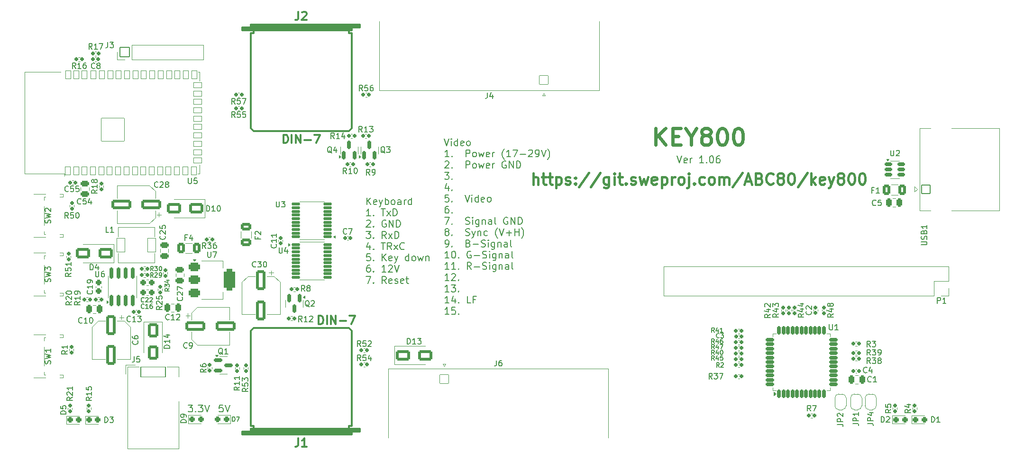
<source format=gbr>
%TF.GenerationSoftware,KiCad,Pcbnew,8.0.6*%
%TF.CreationDate,2024-10-18T08:00:21+02:00*%
%TF.ProjectId,key800,6b657938-3030-42e6-9b69-6361645f7063,1.06*%
%TF.SameCoordinates,Original*%
%TF.FileFunction,Legend,Top*%
%TF.FilePolarity,Positive*%
%FSLAX46Y46*%
G04 Gerber Fmt 4.6, Leading zero omitted, Abs format (unit mm)*
G04 Created by KiCad (PCBNEW 8.0.6) date 2024-10-18 08:00:21*
%MOMM*%
%LPD*%
G01*
G04 APERTURE LIST*
G04 Aperture macros list*
%AMRoundRect*
0 Rectangle with rounded corners*
0 $1 Rounding radius*
0 $2 $3 $4 $5 $6 $7 $8 $9 X,Y pos of 4 corners*
0 Add a 4 corners polygon primitive as box body*
4,1,4,$2,$3,$4,$5,$6,$7,$8,$9,$2,$3,0*
0 Add four circle primitives for the rounded corners*
1,1,$1+$1,$2,$3*
1,1,$1+$1,$4,$5*
1,1,$1+$1,$6,$7*
1,1,$1+$1,$8,$9*
0 Add four rect primitives between the rounded corners*
20,1,$1+$1,$2,$3,$4,$5,0*
20,1,$1+$1,$4,$5,$6,$7,0*
20,1,$1+$1,$6,$7,$8,$9,0*
20,1,$1+$1,$8,$9,$2,$3,0*%
%AMFreePoly0*
4,1,35,0.535355,0.785355,0.550000,0.750000,0.550000,-0.750000,0.535355,-0.785355,0.500000,-0.800000,0.000000,-0.800000,-0.012286,-0.794911,-0.071157,-0.794911,-0.085244,-0.792886,-0.221795,-0.752791,-0.234740,-0.746879,-0.354462,-0.669938,-0.365217,-0.660618,-0.458414,-0.553063,-0.466109,-0.541091,-0.525228,-0.411637,-0.529237,-0.397982,-0.549491,-0.257116,-0.550000,-0.250000,-0.550000,0.250000,
-0.549491,0.257116,-0.529237,0.397982,-0.525228,0.411637,-0.466109,0.541091,-0.458414,0.553063,-0.365217,0.660618,-0.354462,0.669938,-0.234740,0.746879,-0.221795,0.752791,-0.085244,0.792886,-0.071157,0.794911,-0.012286,0.794911,0.000000,0.800000,0.500000,0.800000,0.535355,0.785355,0.535355,0.785355,$1*%
%AMFreePoly1*
4,1,35,0.012286,0.794911,0.071157,0.794911,0.085244,0.792886,0.221795,0.752791,0.234740,0.746879,0.354462,0.669938,0.365217,0.660618,0.458414,0.553063,0.466109,0.541091,0.525228,0.411637,0.529237,0.397982,0.549491,0.257116,0.550000,0.250000,0.550000,-0.250000,0.549491,-0.257116,0.529237,-0.397982,0.525228,-0.411637,0.466109,-0.541091,0.458414,-0.553063,0.365217,-0.660618,
0.354462,-0.669938,0.234740,-0.746879,0.221795,-0.752791,0.085244,-0.792886,0.071157,-0.794911,0.012286,-0.794911,0.000000,-0.800000,-0.500000,-0.800000,-0.535355,-0.785355,-0.550000,-0.750000,-0.550000,0.750000,-0.535355,0.785355,-0.500000,0.800000,0.000000,0.800000,0.012286,0.794911,0.012286,0.794911,$1*%
G04 Aperture macros list end*
%ADD10C,0.200000*%
%ADD11C,0.400000*%
%ADD12C,0.600000*%
%ADD13C,0.150000*%
%ADD14C,0.300000*%
%ADD15C,0.120000*%
%ADD16C,0.304800*%
%ADD17C,6.200000*%
%ADD18FreePoly0,270.000000*%
%ADD19FreePoly1,270.000000*%
%ADD20FreePoly0,90.000000*%
%ADD21FreePoly1,90.000000*%
%ADD22RoundRect,0.275000X-0.275000X-0.500000X0.275000X-0.500000X0.275000X0.500000X-0.275000X0.500000X0*%
%ADD23RoundRect,0.165000X0.195000X-0.165000X0.195000X0.165000X-0.195000X0.165000X-0.195000X-0.165000X0*%
%ADD24RoundRect,0.165000X0.165000X0.195000X-0.165000X0.195000X-0.165000X-0.195000X0.165000X-0.195000X0*%
%ADD25RoundRect,0.160000X0.210000X-0.160000X0.210000X0.160000X-0.210000X0.160000X-0.210000X-0.160000X0*%
%ADD26C,2.200000*%
%ADD27C,1.850000*%
%ADD28RoundRect,0.162500X0.162500X-0.625000X0.162500X0.625000X-0.162500X0.625000X-0.162500X-0.625000X0*%
%ADD29RoundRect,0.162500X0.625000X-0.162500X0.625000X0.162500X-0.625000X0.162500X-0.625000X-0.162500X0*%
%ADD30O,1.800000X1.800000*%
%ADD31RoundRect,0.160000X0.160000X0.210000X-0.160000X0.210000X-0.160000X-0.210000X0.160000X-0.210000X0*%
%ADD32RoundRect,0.243750X-0.243750X-0.281250X0.243750X-0.281250X0.243750X0.281250X-0.243750X0.281250X0*%
%ADD33RoundRect,0.265625X-0.584375X1.534375X-0.584375X-1.534375X0.584375X-1.534375X0.584375X1.534375X0*%
%ADD34RoundRect,0.165000X-0.165000X-0.195000X0.165000X-0.195000X0.165000X0.195000X-0.165000X0.195000X0*%
%ADD35RoundRect,0.265625X-1.534375X-0.584375X1.534375X-0.584375X1.534375X0.584375X-1.534375X0.584375X0*%
%ADD36RoundRect,0.275000X0.275000X0.500000X-0.275000X0.500000X-0.275000X-0.500000X0.275000X-0.500000X0*%
%ADD37RoundRect,0.250000X-0.250000X-0.275000X0.250000X-0.275000X0.250000X0.275000X-0.250000X0.275000X0*%
%ADD38RoundRect,0.250000X-0.275000X0.250000X-0.275000X-0.250000X0.275000X-0.250000X0.275000X0.250000X0*%
%ADD39RoundRect,0.275000X0.500000X-0.275000X0.500000X0.275000X-0.500000X0.275000X-0.500000X-0.275000X0*%
%ADD40RoundRect,0.265625X1.534375X0.584375X-1.534375X0.584375X-1.534375X-0.584375X1.534375X-0.584375X0*%
%ADD41RoundRect,0.263889X1.036111X0.686111X-1.036111X0.686111X-1.036111X-0.686111X1.036111X-0.686111X0*%
%ADD42RoundRect,0.243750X0.243750X0.281250X-0.243750X0.281250X-0.243750X-0.281250X0.243750X-0.281250X0*%
%ADD43RoundRect,0.050000X0.850000X-0.850000X0.850000X0.850000X-0.850000X0.850000X-0.850000X-0.850000X0*%
%ADD44RoundRect,0.175000X-0.175000X0.612500X-0.175000X-0.612500X0.175000X-0.612500X0.175000X0.612500X0*%
%ADD45RoundRect,0.175000X0.175000X-0.612500X0.175000X0.612500X-0.175000X0.612500X-0.175000X-0.612500X0*%
%ADD46RoundRect,0.160000X-0.160000X-0.210000X0.160000X-0.210000X0.160000X0.210000X-0.160000X0.210000X0*%
%ADD47RoundRect,0.160000X-0.210000X0.160000X-0.210000X-0.160000X0.210000X-0.160000X0.210000X0.160000X0*%
%ADD48RoundRect,0.125000X-0.662500X-0.125000X0.662500X-0.125000X0.662500X0.125000X-0.662500X0.125000X0*%
%ADD49RoundRect,0.125000X0.662500X0.125000X-0.662500X0.125000X-0.662500X-0.125000X0.662500X-0.125000X0*%
%ADD50RoundRect,0.175000X0.175000X-0.850000X0.175000X0.850000X-0.175000X0.850000X-0.175000X-0.850000X0*%
%ADD51RoundRect,0.263889X-1.036111X-0.686111X1.036111X-0.686111X1.036111X0.686111X-1.036111X0.686111X0*%
%ADD52RoundRect,0.270000X0.655000X-0.405000X0.655000X0.405000X-0.655000X0.405000X-0.655000X-0.405000X0*%
%ADD53RoundRect,0.050000X0.450000X-0.750000X0.450000X0.750000X-0.450000X0.750000X-0.450000X-0.750000X0*%
%ADD54RoundRect,0.050000X-0.450000X0.750000X-0.450000X-0.750000X0.450000X-0.750000X0.450000X0.750000X0*%
%ADD55RoundRect,0.050000X0.750000X-0.450000X0.750000X0.450000X-0.750000X0.450000X-0.750000X-0.450000X0*%
%ADD56RoundRect,0.050000X2.050000X-2.050000X2.050000X2.050000X-2.050000X2.050000X-2.050000X-2.050000X0*%
%ADD57RoundRect,0.050000X-0.750000X-1.200000X0.750000X-1.200000X0.750000X1.200000X-0.750000X1.200000X0*%
%ADD58RoundRect,0.263889X-0.686111X1.036111X-0.686111X-1.036111X0.686111X-1.036111X0.686111X1.036111X0*%
%ADD59C,4.100000*%
%ADD60RoundRect,0.050000X-0.800000X-0.800000X0.800000X-0.800000X0.800000X0.800000X-0.800000X0.800000X0*%
%ADD61C,1.700000*%
%ADD62RoundRect,0.275000X-0.500000X0.275000X-0.500000X-0.275000X0.500000X-0.275000X0.500000X0.275000X0*%
%ADD63RoundRect,0.270000X-0.405000X-0.655000X0.405000X-0.655000X0.405000X0.655000X-0.405000X0.655000X0*%
%ADD64RoundRect,0.400000X-0.650000X-0.400000X0.650000X-0.400000X0.650000X0.400000X-0.650000X0.400000X0*%
%ADD65RoundRect,0.525000X-0.525000X-1.425000X0.525000X-1.425000X0.525000X1.425000X-0.525000X1.425000X0*%
%ADD66RoundRect,0.050000X0.800000X0.800000X-0.800000X0.800000X-0.800000X-0.800000X0.800000X-0.800000X0*%
%ADD67C,2.600000*%
%ADD68RoundRect,0.175000X-0.612500X-0.175000X0.612500X-0.175000X0.612500X0.175000X-0.612500X0.175000X0*%
%ADD69RoundRect,0.050000X-2.200000X-0.900000X2.200000X-0.900000X2.200000X0.900000X-2.200000X0.900000X0*%
%ADD70O,4.100000X1.900000*%
%ADD71O,1.900000X4.100000*%
%ADD72RoundRect,0.050000X0.762000X-0.762000X0.762000X0.762000X-0.762000X0.762000X-0.762000X-0.762000X0*%
%ADD73C,1.624000*%
%ADD74C,3.600000*%
%ADD75RoundRect,0.175000X-0.537500X-0.175000X0.537500X-0.175000X0.537500X0.175000X-0.537500X0.175000X0*%
G04 APERTURE END LIST*
D10*
X29350625Y-27824648D02*
X29767292Y-29074648D01*
X29767292Y-29074648D02*
X30183958Y-27824648D01*
X30600626Y-29074648D02*
X30600626Y-28241315D01*
X30600626Y-27824648D02*
X30541102Y-27884172D01*
X30541102Y-27884172D02*
X30600626Y-27943696D01*
X30600626Y-27943696D02*
X30660149Y-27884172D01*
X30660149Y-27884172D02*
X30600626Y-27824648D01*
X30600626Y-27824648D02*
X30600626Y-27943696D01*
X31731578Y-29074648D02*
X31731578Y-27824648D01*
X31731578Y-29015125D02*
X31612530Y-29074648D01*
X31612530Y-29074648D02*
X31374435Y-29074648D01*
X31374435Y-29074648D02*
X31255387Y-29015125D01*
X31255387Y-29015125D02*
X31195864Y-28955601D01*
X31195864Y-28955601D02*
X31136340Y-28836553D01*
X31136340Y-28836553D02*
X31136340Y-28479410D01*
X31136340Y-28479410D02*
X31195864Y-28360363D01*
X31195864Y-28360363D02*
X31255387Y-28300839D01*
X31255387Y-28300839D02*
X31374435Y-28241315D01*
X31374435Y-28241315D02*
X31612530Y-28241315D01*
X31612530Y-28241315D02*
X31731578Y-28300839D01*
X32803006Y-29015125D02*
X32683958Y-29074648D01*
X32683958Y-29074648D02*
X32445863Y-29074648D01*
X32445863Y-29074648D02*
X32326816Y-29015125D01*
X32326816Y-29015125D02*
X32267292Y-28896077D01*
X32267292Y-28896077D02*
X32267292Y-28419886D01*
X32267292Y-28419886D02*
X32326816Y-28300839D01*
X32326816Y-28300839D02*
X32445863Y-28241315D01*
X32445863Y-28241315D02*
X32683958Y-28241315D01*
X32683958Y-28241315D02*
X32803006Y-28300839D01*
X32803006Y-28300839D02*
X32862530Y-28419886D01*
X32862530Y-28419886D02*
X32862530Y-28538934D01*
X32862530Y-28538934D02*
X32267292Y-28657982D01*
X33576816Y-29074648D02*
X33457768Y-29015125D01*
X33457768Y-29015125D02*
X33398245Y-28955601D01*
X33398245Y-28955601D02*
X33338721Y-28836553D01*
X33338721Y-28836553D02*
X33338721Y-28479410D01*
X33338721Y-28479410D02*
X33398245Y-28360363D01*
X33398245Y-28360363D02*
X33457768Y-28300839D01*
X33457768Y-28300839D02*
X33576816Y-28241315D01*
X33576816Y-28241315D02*
X33755387Y-28241315D01*
X33755387Y-28241315D02*
X33874435Y-28300839D01*
X33874435Y-28300839D02*
X33933959Y-28360363D01*
X33933959Y-28360363D02*
X33993483Y-28479410D01*
X33993483Y-28479410D02*
X33993483Y-28836553D01*
X33993483Y-28836553D02*
X33933959Y-28955601D01*
X33933959Y-28955601D02*
X33874435Y-29015125D01*
X33874435Y-29015125D02*
X33755387Y-29074648D01*
X33755387Y-29074648D02*
X33576816Y-29074648D01*
X30183958Y-31087078D02*
X29469673Y-31087078D01*
X29826816Y-31087078D02*
X29826816Y-29837078D01*
X29826816Y-29837078D02*
X29707768Y-30015650D01*
X29707768Y-30015650D02*
X29588720Y-30134697D01*
X29588720Y-30134697D02*
X29469673Y-30194221D01*
X30719673Y-30968031D02*
X30779196Y-31027555D01*
X30779196Y-31027555D02*
X30719673Y-31087078D01*
X30719673Y-31087078D02*
X30660149Y-31027555D01*
X30660149Y-31027555D02*
X30719673Y-30968031D01*
X30719673Y-30968031D02*
X30719673Y-31087078D01*
X33219673Y-31087078D02*
X33219673Y-29837078D01*
X33219673Y-29837078D02*
X33695863Y-29837078D01*
X33695863Y-29837078D02*
X33814911Y-29896602D01*
X33814911Y-29896602D02*
X33874434Y-29956126D01*
X33874434Y-29956126D02*
X33933958Y-30075174D01*
X33933958Y-30075174D02*
X33933958Y-30253745D01*
X33933958Y-30253745D02*
X33874434Y-30372793D01*
X33874434Y-30372793D02*
X33814911Y-30432316D01*
X33814911Y-30432316D02*
X33695863Y-30491840D01*
X33695863Y-30491840D02*
X33219673Y-30491840D01*
X34648244Y-31087078D02*
X34529196Y-31027555D01*
X34529196Y-31027555D02*
X34469673Y-30968031D01*
X34469673Y-30968031D02*
X34410149Y-30848983D01*
X34410149Y-30848983D02*
X34410149Y-30491840D01*
X34410149Y-30491840D02*
X34469673Y-30372793D01*
X34469673Y-30372793D02*
X34529196Y-30313269D01*
X34529196Y-30313269D02*
X34648244Y-30253745D01*
X34648244Y-30253745D02*
X34826815Y-30253745D01*
X34826815Y-30253745D02*
X34945863Y-30313269D01*
X34945863Y-30313269D02*
X35005387Y-30372793D01*
X35005387Y-30372793D02*
X35064911Y-30491840D01*
X35064911Y-30491840D02*
X35064911Y-30848983D01*
X35064911Y-30848983D02*
X35005387Y-30968031D01*
X35005387Y-30968031D02*
X34945863Y-31027555D01*
X34945863Y-31027555D02*
X34826815Y-31087078D01*
X34826815Y-31087078D02*
X34648244Y-31087078D01*
X35481577Y-30253745D02*
X35719672Y-31087078D01*
X35719672Y-31087078D02*
X35957767Y-30491840D01*
X35957767Y-30491840D02*
X36195863Y-31087078D01*
X36195863Y-31087078D02*
X36433958Y-30253745D01*
X37386339Y-31027555D02*
X37267291Y-31087078D01*
X37267291Y-31087078D02*
X37029196Y-31087078D01*
X37029196Y-31087078D02*
X36910149Y-31027555D01*
X36910149Y-31027555D02*
X36850625Y-30908507D01*
X36850625Y-30908507D02*
X36850625Y-30432316D01*
X36850625Y-30432316D02*
X36910149Y-30313269D01*
X36910149Y-30313269D02*
X37029196Y-30253745D01*
X37029196Y-30253745D02*
X37267291Y-30253745D01*
X37267291Y-30253745D02*
X37386339Y-30313269D01*
X37386339Y-30313269D02*
X37445863Y-30432316D01*
X37445863Y-30432316D02*
X37445863Y-30551364D01*
X37445863Y-30551364D02*
X36850625Y-30670412D01*
X37981578Y-31087078D02*
X37981578Y-30253745D01*
X37981578Y-30491840D02*
X38041101Y-30372793D01*
X38041101Y-30372793D02*
X38100625Y-30313269D01*
X38100625Y-30313269D02*
X38219673Y-30253745D01*
X38219673Y-30253745D02*
X38338720Y-30253745D01*
X40064911Y-31563269D02*
X40005388Y-31503745D01*
X40005388Y-31503745D02*
X39886340Y-31325174D01*
X39886340Y-31325174D02*
X39826816Y-31206126D01*
X39826816Y-31206126D02*
X39767292Y-31027555D01*
X39767292Y-31027555D02*
X39707769Y-30729935D01*
X39707769Y-30729935D02*
X39707769Y-30491840D01*
X39707769Y-30491840D02*
X39767292Y-30194221D01*
X39767292Y-30194221D02*
X39826816Y-30015650D01*
X39826816Y-30015650D02*
X39886340Y-29896602D01*
X39886340Y-29896602D02*
X40005388Y-29718031D01*
X40005388Y-29718031D02*
X40064911Y-29658507D01*
X41195863Y-31087078D02*
X40481578Y-31087078D01*
X40838721Y-31087078D02*
X40838721Y-29837078D01*
X40838721Y-29837078D02*
X40719673Y-30015650D01*
X40719673Y-30015650D02*
X40600625Y-30134697D01*
X40600625Y-30134697D02*
X40481578Y-30194221D01*
X41612530Y-29837078D02*
X42445863Y-29837078D01*
X42445863Y-29837078D02*
X41910149Y-31087078D01*
X42922054Y-30610888D02*
X43874435Y-30610888D01*
X44410149Y-29956126D02*
X44469673Y-29896602D01*
X44469673Y-29896602D02*
X44588720Y-29837078D01*
X44588720Y-29837078D02*
X44886339Y-29837078D01*
X44886339Y-29837078D02*
X45005387Y-29896602D01*
X45005387Y-29896602D02*
X45064911Y-29956126D01*
X45064911Y-29956126D02*
X45124434Y-30075174D01*
X45124434Y-30075174D02*
X45124434Y-30194221D01*
X45124434Y-30194221D02*
X45064911Y-30372793D01*
X45064911Y-30372793D02*
X44350625Y-31087078D01*
X44350625Y-31087078D02*
X45124434Y-31087078D01*
X45719672Y-31087078D02*
X45957768Y-31087078D01*
X45957768Y-31087078D02*
X46076815Y-31027555D01*
X46076815Y-31027555D02*
X46136339Y-30968031D01*
X46136339Y-30968031D02*
X46255387Y-30789459D01*
X46255387Y-30789459D02*
X46314910Y-30551364D01*
X46314910Y-30551364D02*
X46314910Y-30075174D01*
X46314910Y-30075174D02*
X46255387Y-29956126D01*
X46255387Y-29956126D02*
X46195863Y-29896602D01*
X46195863Y-29896602D02*
X46076815Y-29837078D01*
X46076815Y-29837078D02*
X45838720Y-29837078D01*
X45838720Y-29837078D02*
X45719672Y-29896602D01*
X45719672Y-29896602D02*
X45660149Y-29956126D01*
X45660149Y-29956126D02*
X45600625Y-30075174D01*
X45600625Y-30075174D02*
X45600625Y-30372793D01*
X45600625Y-30372793D02*
X45660149Y-30491840D01*
X45660149Y-30491840D02*
X45719672Y-30551364D01*
X45719672Y-30551364D02*
X45838720Y-30610888D01*
X45838720Y-30610888D02*
X46076815Y-30610888D01*
X46076815Y-30610888D02*
X46195863Y-30551364D01*
X46195863Y-30551364D02*
X46255387Y-30491840D01*
X46255387Y-30491840D02*
X46314910Y-30372793D01*
X46672053Y-29837078D02*
X47088720Y-31087078D01*
X47088720Y-31087078D02*
X47505386Y-29837078D01*
X47803006Y-31563269D02*
X47862530Y-31503745D01*
X47862530Y-31503745D02*
X47981577Y-31325174D01*
X47981577Y-31325174D02*
X48041101Y-31206126D01*
X48041101Y-31206126D02*
X48100625Y-31027555D01*
X48100625Y-31027555D02*
X48160149Y-30729935D01*
X48160149Y-30729935D02*
X48160149Y-30491840D01*
X48160149Y-30491840D02*
X48100625Y-30194221D01*
X48100625Y-30194221D02*
X48041101Y-30015650D01*
X48041101Y-30015650D02*
X47981577Y-29896602D01*
X47981577Y-29896602D02*
X47862530Y-29718031D01*
X47862530Y-29718031D02*
X47803006Y-29658507D01*
X29469673Y-31968556D02*
X29529197Y-31909032D01*
X29529197Y-31909032D02*
X29648244Y-31849508D01*
X29648244Y-31849508D02*
X29945863Y-31849508D01*
X29945863Y-31849508D02*
X30064911Y-31909032D01*
X30064911Y-31909032D02*
X30124435Y-31968556D01*
X30124435Y-31968556D02*
X30183958Y-32087604D01*
X30183958Y-32087604D02*
X30183958Y-32206651D01*
X30183958Y-32206651D02*
X30124435Y-32385223D01*
X30124435Y-32385223D02*
X29410149Y-33099508D01*
X29410149Y-33099508D02*
X30183958Y-33099508D01*
X30719673Y-32980461D02*
X30779196Y-33039985D01*
X30779196Y-33039985D02*
X30719673Y-33099508D01*
X30719673Y-33099508D02*
X30660149Y-33039985D01*
X30660149Y-33039985D02*
X30719673Y-32980461D01*
X30719673Y-32980461D02*
X30719673Y-33099508D01*
X33219673Y-33099508D02*
X33219673Y-31849508D01*
X33219673Y-31849508D02*
X33695863Y-31849508D01*
X33695863Y-31849508D02*
X33814911Y-31909032D01*
X33814911Y-31909032D02*
X33874434Y-31968556D01*
X33874434Y-31968556D02*
X33933958Y-32087604D01*
X33933958Y-32087604D02*
X33933958Y-32266175D01*
X33933958Y-32266175D02*
X33874434Y-32385223D01*
X33874434Y-32385223D02*
X33814911Y-32444746D01*
X33814911Y-32444746D02*
X33695863Y-32504270D01*
X33695863Y-32504270D02*
X33219673Y-32504270D01*
X34648244Y-33099508D02*
X34529196Y-33039985D01*
X34529196Y-33039985D02*
X34469673Y-32980461D01*
X34469673Y-32980461D02*
X34410149Y-32861413D01*
X34410149Y-32861413D02*
X34410149Y-32504270D01*
X34410149Y-32504270D02*
X34469673Y-32385223D01*
X34469673Y-32385223D02*
X34529196Y-32325699D01*
X34529196Y-32325699D02*
X34648244Y-32266175D01*
X34648244Y-32266175D02*
X34826815Y-32266175D01*
X34826815Y-32266175D02*
X34945863Y-32325699D01*
X34945863Y-32325699D02*
X35005387Y-32385223D01*
X35005387Y-32385223D02*
X35064911Y-32504270D01*
X35064911Y-32504270D02*
X35064911Y-32861413D01*
X35064911Y-32861413D02*
X35005387Y-32980461D01*
X35005387Y-32980461D02*
X34945863Y-33039985D01*
X34945863Y-33039985D02*
X34826815Y-33099508D01*
X34826815Y-33099508D02*
X34648244Y-33099508D01*
X35481577Y-32266175D02*
X35719672Y-33099508D01*
X35719672Y-33099508D02*
X35957767Y-32504270D01*
X35957767Y-32504270D02*
X36195863Y-33099508D01*
X36195863Y-33099508D02*
X36433958Y-32266175D01*
X37386339Y-33039985D02*
X37267291Y-33099508D01*
X37267291Y-33099508D02*
X37029196Y-33099508D01*
X37029196Y-33099508D02*
X36910149Y-33039985D01*
X36910149Y-33039985D02*
X36850625Y-32920937D01*
X36850625Y-32920937D02*
X36850625Y-32444746D01*
X36850625Y-32444746D02*
X36910149Y-32325699D01*
X36910149Y-32325699D02*
X37029196Y-32266175D01*
X37029196Y-32266175D02*
X37267291Y-32266175D01*
X37267291Y-32266175D02*
X37386339Y-32325699D01*
X37386339Y-32325699D02*
X37445863Y-32444746D01*
X37445863Y-32444746D02*
X37445863Y-32563794D01*
X37445863Y-32563794D02*
X36850625Y-32682842D01*
X37981578Y-33099508D02*
X37981578Y-32266175D01*
X37981578Y-32504270D02*
X38041101Y-32385223D01*
X38041101Y-32385223D02*
X38100625Y-32325699D01*
X38100625Y-32325699D02*
X38219673Y-32266175D01*
X38219673Y-32266175D02*
X38338720Y-32266175D01*
X40362530Y-31909032D02*
X40243483Y-31849508D01*
X40243483Y-31849508D02*
X40064911Y-31849508D01*
X40064911Y-31849508D02*
X39886340Y-31909032D01*
X39886340Y-31909032D02*
X39767292Y-32028080D01*
X39767292Y-32028080D02*
X39707769Y-32147127D01*
X39707769Y-32147127D02*
X39648245Y-32385223D01*
X39648245Y-32385223D02*
X39648245Y-32563794D01*
X39648245Y-32563794D02*
X39707769Y-32801889D01*
X39707769Y-32801889D02*
X39767292Y-32920937D01*
X39767292Y-32920937D02*
X39886340Y-33039985D01*
X39886340Y-33039985D02*
X40064911Y-33099508D01*
X40064911Y-33099508D02*
X40183959Y-33099508D01*
X40183959Y-33099508D02*
X40362530Y-33039985D01*
X40362530Y-33039985D02*
X40422054Y-32980461D01*
X40422054Y-32980461D02*
X40422054Y-32563794D01*
X40422054Y-32563794D02*
X40183959Y-32563794D01*
X40957769Y-33099508D02*
X40957769Y-31849508D01*
X40957769Y-31849508D02*
X41672054Y-33099508D01*
X41672054Y-33099508D02*
X41672054Y-31849508D01*
X42267293Y-33099508D02*
X42267293Y-31849508D01*
X42267293Y-31849508D02*
X42564912Y-31849508D01*
X42564912Y-31849508D02*
X42743483Y-31909032D01*
X42743483Y-31909032D02*
X42862531Y-32028080D01*
X42862531Y-32028080D02*
X42922054Y-32147127D01*
X42922054Y-32147127D02*
X42981578Y-32385223D01*
X42981578Y-32385223D02*
X42981578Y-32563794D01*
X42981578Y-32563794D02*
X42922054Y-32801889D01*
X42922054Y-32801889D02*
X42862531Y-32920937D01*
X42862531Y-32920937D02*
X42743483Y-33039985D01*
X42743483Y-33039985D02*
X42564912Y-33099508D01*
X42564912Y-33099508D02*
X42267293Y-33099508D01*
X29410149Y-33861938D02*
X30183958Y-33861938D01*
X30183958Y-33861938D02*
X29767292Y-34338129D01*
X29767292Y-34338129D02*
X29945863Y-34338129D01*
X29945863Y-34338129D02*
X30064911Y-34397653D01*
X30064911Y-34397653D02*
X30124435Y-34457176D01*
X30124435Y-34457176D02*
X30183958Y-34576224D01*
X30183958Y-34576224D02*
X30183958Y-34873843D01*
X30183958Y-34873843D02*
X30124435Y-34992891D01*
X30124435Y-34992891D02*
X30064911Y-35052415D01*
X30064911Y-35052415D02*
X29945863Y-35111938D01*
X29945863Y-35111938D02*
X29588720Y-35111938D01*
X29588720Y-35111938D02*
X29469673Y-35052415D01*
X29469673Y-35052415D02*
X29410149Y-34992891D01*
X30719673Y-34992891D02*
X30779196Y-35052415D01*
X30779196Y-35052415D02*
X30719673Y-35111938D01*
X30719673Y-35111938D02*
X30660149Y-35052415D01*
X30660149Y-35052415D02*
X30719673Y-34992891D01*
X30719673Y-34992891D02*
X30719673Y-35111938D01*
X30064911Y-36291035D02*
X30064911Y-37124368D01*
X29767292Y-35814845D02*
X29469673Y-36707702D01*
X29469673Y-36707702D02*
X30243482Y-36707702D01*
X30719673Y-37005321D02*
X30779196Y-37064845D01*
X30779196Y-37064845D02*
X30719673Y-37124368D01*
X30719673Y-37124368D02*
X30660149Y-37064845D01*
X30660149Y-37064845D02*
X30719673Y-37005321D01*
X30719673Y-37005321D02*
X30719673Y-37124368D01*
X30124435Y-37886798D02*
X29529197Y-37886798D01*
X29529197Y-37886798D02*
X29469673Y-38482036D01*
X29469673Y-38482036D02*
X29529197Y-38422513D01*
X29529197Y-38422513D02*
X29648244Y-38362989D01*
X29648244Y-38362989D02*
X29945863Y-38362989D01*
X29945863Y-38362989D02*
X30064911Y-38422513D01*
X30064911Y-38422513D02*
X30124435Y-38482036D01*
X30124435Y-38482036D02*
X30183958Y-38601084D01*
X30183958Y-38601084D02*
X30183958Y-38898703D01*
X30183958Y-38898703D02*
X30124435Y-39017751D01*
X30124435Y-39017751D02*
X30064911Y-39077275D01*
X30064911Y-39077275D02*
X29945863Y-39136798D01*
X29945863Y-39136798D02*
X29648244Y-39136798D01*
X29648244Y-39136798D02*
X29529197Y-39077275D01*
X29529197Y-39077275D02*
X29469673Y-39017751D01*
X30719673Y-39017751D02*
X30779196Y-39077275D01*
X30779196Y-39077275D02*
X30719673Y-39136798D01*
X30719673Y-39136798D02*
X30660149Y-39077275D01*
X30660149Y-39077275D02*
X30719673Y-39017751D01*
X30719673Y-39017751D02*
X30719673Y-39136798D01*
X33041101Y-37886798D02*
X33457768Y-39136798D01*
X33457768Y-39136798D02*
X33874434Y-37886798D01*
X34291102Y-39136798D02*
X34291102Y-38303465D01*
X34291102Y-37886798D02*
X34231578Y-37946322D01*
X34231578Y-37946322D02*
X34291102Y-38005846D01*
X34291102Y-38005846D02*
X34350625Y-37946322D01*
X34350625Y-37946322D02*
X34291102Y-37886798D01*
X34291102Y-37886798D02*
X34291102Y-38005846D01*
X35422054Y-39136798D02*
X35422054Y-37886798D01*
X35422054Y-39077275D02*
X35303006Y-39136798D01*
X35303006Y-39136798D02*
X35064911Y-39136798D01*
X35064911Y-39136798D02*
X34945863Y-39077275D01*
X34945863Y-39077275D02*
X34886340Y-39017751D01*
X34886340Y-39017751D02*
X34826816Y-38898703D01*
X34826816Y-38898703D02*
X34826816Y-38541560D01*
X34826816Y-38541560D02*
X34886340Y-38422513D01*
X34886340Y-38422513D02*
X34945863Y-38362989D01*
X34945863Y-38362989D02*
X35064911Y-38303465D01*
X35064911Y-38303465D02*
X35303006Y-38303465D01*
X35303006Y-38303465D02*
X35422054Y-38362989D01*
X36493482Y-39077275D02*
X36374434Y-39136798D01*
X36374434Y-39136798D02*
X36136339Y-39136798D01*
X36136339Y-39136798D02*
X36017292Y-39077275D01*
X36017292Y-39077275D02*
X35957768Y-38958227D01*
X35957768Y-38958227D02*
X35957768Y-38482036D01*
X35957768Y-38482036D02*
X36017292Y-38362989D01*
X36017292Y-38362989D02*
X36136339Y-38303465D01*
X36136339Y-38303465D02*
X36374434Y-38303465D01*
X36374434Y-38303465D02*
X36493482Y-38362989D01*
X36493482Y-38362989D02*
X36553006Y-38482036D01*
X36553006Y-38482036D02*
X36553006Y-38601084D01*
X36553006Y-38601084D02*
X35957768Y-38720132D01*
X37267292Y-39136798D02*
X37148244Y-39077275D01*
X37148244Y-39077275D02*
X37088721Y-39017751D01*
X37088721Y-39017751D02*
X37029197Y-38898703D01*
X37029197Y-38898703D02*
X37029197Y-38541560D01*
X37029197Y-38541560D02*
X37088721Y-38422513D01*
X37088721Y-38422513D02*
X37148244Y-38362989D01*
X37148244Y-38362989D02*
X37267292Y-38303465D01*
X37267292Y-38303465D02*
X37445863Y-38303465D01*
X37445863Y-38303465D02*
X37564911Y-38362989D01*
X37564911Y-38362989D02*
X37624435Y-38422513D01*
X37624435Y-38422513D02*
X37683959Y-38541560D01*
X37683959Y-38541560D02*
X37683959Y-38898703D01*
X37683959Y-38898703D02*
X37624435Y-39017751D01*
X37624435Y-39017751D02*
X37564911Y-39077275D01*
X37564911Y-39077275D02*
X37445863Y-39136798D01*
X37445863Y-39136798D02*
X37267292Y-39136798D01*
X30064911Y-39899228D02*
X29826816Y-39899228D01*
X29826816Y-39899228D02*
X29707768Y-39958752D01*
X29707768Y-39958752D02*
X29648244Y-40018276D01*
X29648244Y-40018276D02*
X29529197Y-40196847D01*
X29529197Y-40196847D02*
X29469673Y-40434943D01*
X29469673Y-40434943D02*
X29469673Y-40911133D01*
X29469673Y-40911133D02*
X29529197Y-41030181D01*
X29529197Y-41030181D02*
X29588720Y-41089705D01*
X29588720Y-41089705D02*
X29707768Y-41149228D01*
X29707768Y-41149228D02*
X29945863Y-41149228D01*
X29945863Y-41149228D02*
X30064911Y-41089705D01*
X30064911Y-41089705D02*
X30124435Y-41030181D01*
X30124435Y-41030181D02*
X30183958Y-40911133D01*
X30183958Y-40911133D02*
X30183958Y-40613514D01*
X30183958Y-40613514D02*
X30124435Y-40494466D01*
X30124435Y-40494466D02*
X30064911Y-40434943D01*
X30064911Y-40434943D02*
X29945863Y-40375419D01*
X29945863Y-40375419D02*
X29707768Y-40375419D01*
X29707768Y-40375419D02*
X29588720Y-40434943D01*
X29588720Y-40434943D02*
X29529197Y-40494466D01*
X29529197Y-40494466D02*
X29469673Y-40613514D01*
X30719673Y-41030181D02*
X30779196Y-41089705D01*
X30779196Y-41089705D02*
X30719673Y-41149228D01*
X30719673Y-41149228D02*
X30660149Y-41089705D01*
X30660149Y-41089705D02*
X30719673Y-41030181D01*
X30719673Y-41030181D02*
X30719673Y-41149228D01*
X29410149Y-41911658D02*
X30243482Y-41911658D01*
X30243482Y-41911658D02*
X29707768Y-43161658D01*
X30719673Y-43042611D02*
X30779196Y-43102135D01*
X30779196Y-43102135D02*
X30719673Y-43161658D01*
X30719673Y-43161658D02*
X30660149Y-43102135D01*
X30660149Y-43102135D02*
X30719673Y-43042611D01*
X30719673Y-43042611D02*
X30719673Y-43161658D01*
X33160149Y-43102135D02*
X33338720Y-43161658D01*
X33338720Y-43161658D02*
X33636339Y-43161658D01*
X33636339Y-43161658D02*
X33755387Y-43102135D01*
X33755387Y-43102135D02*
X33814911Y-43042611D01*
X33814911Y-43042611D02*
X33874434Y-42923563D01*
X33874434Y-42923563D02*
X33874434Y-42804515D01*
X33874434Y-42804515D02*
X33814911Y-42685468D01*
X33814911Y-42685468D02*
X33755387Y-42625944D01*
X33755387Y-42625944D02*
X33636339Y-42566420D01*
X33636339Y-42566420D02*
X33398244Y-42506896D01*
X33398244Y-42506896D02*
X33279196Y-42447373D01*
X33279196Y-42447373D02*
X33219673Y-42387849D01*
X33219673Y-42387849D02*
X33160149Y-42268801D01*
X33160149Y-42268801D02*
X33160149Y-42149754D01*
X33160149Y-42149754D02*
X33219673Y-42030706D01*
X33219673Y-42030706D02*
X33279196Y-41971182D01*
X33279196Y-41971182D02*
X33398244Y-41911658D01*
X33398244Y-41911658D02*
X33695863Y-41911658D01*
X33695863Y-41911658D02*
X33874434Y-41971182D01*
X34410149Y-43161658D02*
X34410149Y-42328325D01*
X34410149Y-41911658D02*
X34350625Y-41971182D01*
X34350625Y-41971182D02*
X34410149Y-42030706D01*
X34410149Y-42030706D02*
X34469672Y-41971182D01*
X34469672Y-41971182D02*
X34410149Y-41911658D01*
X34410149Y-41911658D02*
X34410149Y-42030706D01*
X35541101Y-42328325D02*
X35541101Y-43340230D01*
X35541101Y-43340230D02*
X35481577Y-43459277D01*
X35481577Y-43459277D02*
X35422053Y-43518801D01*
X35422053Y-43518801D02*
X35303006Y-43578325D01*
X35303006Y-43578325D02*
X35124434Y-43578325D01*
X35124434Y-43578325D02*
X35005387Y-43518801D01*
X35541101Y-43102135D02*
X35422053Y-43161658D01*
X35422053Y-43161658D02*
X35183958Y-43161658D01*
X35183958Y-43161658D02*
X35064910Y-43102135D01*
X35064910Y-43102135D02*
X35005387Y-43042611D01*
X35005387Y-43042611D02*
X34945863Y-42923563D01*
X34945863Y-42923563D02*
X34945863Y-42566420D01*
X34945863Y-42566420D02*
X35005387Y-42447373D01*
X35005387Y-42447373D02*
X35064910Y-42387849D01*
X35064910Y-42387849D02*
X35183958Y-42328325D01*
X35183958Y-42328325D02*
X35422053Y-42328325D01*
X35422053Y-42328325D02*
X35541101Y-42387849D01*
X36136339Y-42328325D02*
X36136339Y-43161658D01*
X36136339Y-42447373D02*
X36195862Y-42387849D01*
X36195862Y-42387849D02*
X36314910Y-42328325D01*
X36314910Y-42328325D02*
X36493481Y-42328325D01*
X36493481Y-42328325D02*
X36612529Y-42387849D01*
X36612529Y-42387849D02*
X36672053Y-42506896D01*
X36672053Y-42506896D02*
X36672053Y-43161658D01*
X37803005Y-43161658D02*
X37803005Y-42506896D01*
X37803005Y-42506896D02*
X37743481Y-42387849D01*
X37743481Y-42387849D02*
X37624433Y-42328325D01*
X37624433Y-42328325D02*
X37386338Y-42328325D01*
X37386338Y-42328325D02*
X37267291Y-42387849D01*
X37803005Y-43102135D02*
X37683957Y-43161658D01*
X37683957Y-43161658D02*
X37386338Y-43161658D01*
X37386338Y-43161658D02*
X37267291Y-43102135D01*
X37267291Y-43102135D02*
X37207767Y-42983087D01*
X37207767Y-42983087D02*
X37207767Y-42864039D01*
X37207767Y-42864039D02*
X37267291Y-42744992D01*
X37267291Y-42744992D02*
X37386338Y-42685468D01*
X37386338Y-42685468D02*
X37683957Y-42685468D01*
X37683957Y-42685468D02*
X37803005Y-42625944D01*
X38576814Y-43161658D02*
X38457766Y-43102135D01*
X38457766Y-43102135D02*
X38398243Y-42983087D01*
X38398243Y-42983087D02*
X38398243Y-41911658D01*
X40660147Y-41971182D02*
X40541100Y-41911658D01*
X40541100Y-41911658D02*
X40362528Y-41911658D01*
X40362528Y-41911658D02*
X40183957Y-41971182D01*
X40183957Y-41971182D02*
X40064909Y-42090230D01*
X40064909Y-42090230D02*
X40005386Y-42209277D01*
X40005386Y-42209277D02*
X39945862Y-42447373D01*
X39945862Y-42447373D02*
X39945862Y-42625944D01*
X39945862Y-42625944D02*
X40005386Y-42864039D01*
X40005386Y-42864039D02*
X40064909Y-42983087D01*
X40064909Y-42983087D02*
X40183957Y-43102135D01*
X40183957Y-43102135D02*
X40362528Y-43161658D01*
X40362528Y-43161658D02*
X40481576Y-43161658D01*
X40481576Y-43161658D02*
X40660147Y-43102135D01*
X40660147Y-43102135D02*
X40719671Y-43042611D01*
X40719671Y-43042611D02*
X40719671Y-42625944D01*
X40719671Y-42625944D02*
X40481576Y-42625944D01*
X41255386Y-43161658D02*
X41255386Y-41911658D01*
X41255386Y-41911658D02*
X41969671Y-43161658D01*
X41969671Y-43161658D02*
X41969671Y-41911658D01*
X42564910Y-43161658D02*
X42564910Y-41911658D01*
X42564910Y-41911658D02*
X42862529Y-41911658D01*
X42862529Y-41911658D02*
X43041100Y-41971182D01*
X43041100Y-41971182D02*
X43160148Y-42090230D01*
X43160148Y-42090230D02*
X43219671Y-42209277D01*
X43219671Y-42209277D02*
X43279195Y-42447373D01*
X43279195Y-42447373D02*
X43279195Y-42625944D01*
X43279195Y-42625944D02*
X43219671Y-42864039D01*
X43219671Y-42864039D02*
X43160148Y-42983087D01*
X43160148Y-42983087D02*
X43041100Y-43102135D01*
X43041100Y-43102135D02*
X42862529Y-43161658D01*
X42862529Y-43161658D02*
X42564910Y-43161658D01*
X29707768Y-44459803D02*
X29588720Y-44400279D01*
X29588720Y-44400279D02*
X29529197Y-44340755D01*
X29529197Y-44340755D02*
X29469673Y-44221707D01*
X29469673Y-44221707D02*
X29469673Y-44162184D01*
X29469673Y-44162184D02*
X29529197Y-44043136D01*
X29529197Y-44043136D02*
X29588720Y-43983612D01*
X29588720Y-43983612D02*
X29707768Y-43924088D01*
X29707768Y-43924088D02*
X29945863Y-43924088D01*
X29945863Y-43924088D02*
X30064911Y-43983612D01*
X30064911Y-43983612D02*
X30124435Y-44043136D01*
X30124435Y-44043136D02*
X30183958Y-44162184D01*
X30183958Y-44162184D02*
X30183958Y-44221707D01*
X30183958Y-44221707D02*
X30124435Y-44340755D01*
X30124435Y-44340755D02*
X30064911Y-44400279D01*
X30064911Y-44400279D02*
X29945863Y-44459803D01*
X29945863Y-44459803D02*
X29707768Y-44459803D01*
X29707768Y-44459803D02*
X29588720Y-44519326D01*
X29588720Y-44519326D02*
X29529197Y-44578850D01*
X29529197Y-44578850D02*
X29469673Y-44697898D01*
X29469673Y-44697898D02*
X29469673Y-44935993D01*
X29469673Y-44935993D02*
X29529197Y-45055041D01*
X29529197Y-45055041D02*
X29588720Y-45114565D01*
X29588720Y-45114565D02*
X29707768Y-45174088D01*
X29707768Y-45174088D02*
X29945863Y-45174088D01*
X29945863Y-45174088D02*
X30064911Y-45114565D01*
X30064911Y-45114565D02*
X30124435Y-45055041D01*
X30124435Y-45055041D02*
X30183958Y-44935993D01*
X30183958Y-44935993D02*
X30183958Y-44697898D01*
X30183958Y-44697898D02*
X30124435Y-44578850D01*
X30124435Y-44578850D02*
X30064911Y-44519326D01*
X30064911Y-44519326D02*
X29945863Y-44459803D01*
X30719673Y-45055041D02*
X30779196Y-45114565D01*
X30779196Y-45114565D02*
X30719673Y-45174088D01*
X30719673Y-45174088D02*
X30660149Y-45114565D01*
X30660149Y-45114565D02*
X30719673Y-45055041D01*
X30719673Y-45055041D02*
X30719673Y-45174088D01*
X33160149Y-45114565D02*
X33338720Y-45174088D01*
X33338720Y-45174088D02*
X33636339Y-45174088D01*
X33636339Y-45174088D02*
X33755387Y-45114565D01*
X33755387Y-45114565D02*
X33814911Y-45055041D01*
X33814911Y-45055041D02*
X33874434Y-44935993D01*
X33874434Y-44935993D02*
X33874434Y-44816945D01*
X33874434Y-44816945D02*
X33814911Y-44697898D01*
X33814911Y-44697898D02*
X33755387Y-44638374D01*
X33755387Y-44638374D02*
X33636339Y-44578850D01*
X33636339Y-44578850D02*
X33398244Y-44519326D01*
X33398244Y-44519326D02*
X33279196Y-44459803D01*
X33279196Y-44459803D02*
X33219673Y-44400279D01*
X33219673Y-44400279D02*
X33160149Y-44281231D01*
X33160149Y-44281231D02*
X33160149Y-44162184D01*
X33160149Y-44162184D02*
X33219673Y-44043136D01*
X33219673Y-44043136D02*
X33279196Y-43983612D01*
X33279196Y-43983612D02*
X33398244Y-43924088D01*
X33398244Y-43924088D02*
X33695863Y-43924088D01*
X33695863Y-43924088D02*
X33874434Y-43983612D01*
X34291101Y-44340755D02*
X34588720Y-45174088D01*
X34886339Y-44340755D02*
X34588720Y-45174088D01*
X34588720Y-45174088D02*
X34469672Y-45471707D01*
X34469672Y-45471707D02*
X34410149Y-45531231D01*
X34410149Y-45531231D02*
X34291101Y-45590755D01*
X35362530Y-44340755D02*
X35362530Y-45174088D01*
X35362530Y-44459803D02*
X35422053Y-44400279D01*
X35422053Y-44400279D02*
X35541101Y-44340755D01*
X35541101Y-44340755D02*
X35719672Y-44340755D01*
X35719672Y-44340755D02*
X35838720Y-44400279D01*
X35838720Y-44400279D02*
X35898244Y-44519326D01*
X35898244Y-44519326D02*
X35898244Y-45174088D01*
X37029196Y-45114565D02*
X36910148Y-45174088D01*
X36910148Y-45174088D02*
X36672053Y-45174088D01*
X36672053Y-45174088D02*
X36553005Y-45114565D01*
X36553005Y-45114565D02*
X36493482Y-45055041D01*
X36493482Y-45055041D02*
X36433958Y-44935993D01*
X36433958Y-44935993D02*
X36433958Y-44578850D01*
X36433958Y-44578850D02*
X36493482Y-44459803D01*
X36493482Y-44459803D02*
X36553005Y-44400279D01*
X36553005Y-44400279D02*
X36672053Y-44340755D01*
X36672053Y-44340755D02*
X36910148Y-44340755D01*
X36910148Y-44340755D02*
X37029196Y-44400279D01*
X38874434Y-45650279D02*
X38814911Y-45590755D01*
X38814911Y-45590755D02*
X38695863Y-45412184D01*
X38695863Y-45412184D02*
X38636339Y-45293136D01*
X38636339Y-45293136D02*
X38576815Y-45114565D01*
X38576815Y-45114565D02*
X38517292Y-44816945D01*
X38517292Y-44816945D02*
X38517292Y-44578850D01*
X38517292Y-44578850D02*
X38576815Y-44281231D01*
X38576815Y-44281231D02*
X38636339Y-44102660D01*
X38636339Y-44102660D02*
X38695863Y-43983612D01*
X38695863Y-43983612D02*
X38814911Y-43805041D01*
X38814911Y-43805041D02*
X38874434Y-43745517D01*
X39172053Y-43924088D02*
X39588720Y-45174088D01*
X39588720Y-45174088D02*
X40005386Y-43924088D01*
X40422054Y-44697898D02*
X41374435Y-44697898D01*
X40898244Y-45174088D02*
X40898244Y-44221707D01*
X41969673Y-45174088D02*
X41969673Y-43924088D01*
X41969673Y-44519326D02*
X42683958Y-44519326D01*
X42683958Y-45174088D02*
X42683958Y-43924088D01*
X43160149Y-45650279D02*
X43219673Y-45590755D01*
X43219673Y-45590755D02*
X43338720Y-45412184D01*
X43338720Y-45412184D02*
X43398244Y-45293136D01*
X43398244Y-45293136D02*
X43457768Y-45114565D01*
X43457768Y-45114565D02*
X43517292Y-44816945D01*
X43517292Y-44816945D02*
X43517292Y-44578850D01*
X43517292Y-44578850D02*
X43457768Y-44281231D01*
X43457768Y-44281231D02*
X43398244Y-44102660D01*
X43398244Y-44102660D02*
X43338720Y-43983612D01*
X43338720Y-43983612D02*
X43219673Y-43805041D01*
X43219673Y-43805041D02*
X43160149Y-43745517D01*
X29588720Y-47186518D02*
X29826816Y-47186518D01*
X29826816Y-47186518D02*
X29945863Y-47126995D01*
X29945863Y-47126995D02*
X30005387Y-47067471D01*
X30005387Y-47067471D02*
X30124435Y-46888899D01*
X30124435Y-46888899D02*
X30183958Y-46650804D01*
X30183958Y-46650804D02*
X30183958Y-46174614D01*
X30183958Y-46174614D02*
X30124435Y-46055566D01*
X30124435Y-46055566D02*
X30064911Y-45996042D01*
X30064911Y-45996042D02*
X29945863Y-45936518D01*
X29945863Y-45936518D02*
X29707768Y-45936518D01*
X29707768Y-45936518D02*
X29588720Y-45996042D01*
X29588720Y-45996042D02*
X29529197Y-46055566D01*
X29529197Y-46055566D02*
X29469673Y-46174614D01*
X29469673Y-46174614D02*
X29469673Y-46472233D01*
X29469673Y-46472233D02*
X29529197Y-46591280D01*
X29529197Y-46591280D02*
X29588720Y-46650804D01*
X29588720Y-46650804D02*
X29707768Y-46710328D01*
X29707768Y-46710328D02*
X29945863Y-46710328D01*
X29945863Y-46710328D02*
X30064911Y-46650804D01*
X30064911Y-46650804D02*
X30124435Y-46591280D01*
X30124435Y-46591280D02*
X30183958Y-46472233D01*
X30719673Y-47067471D02*
X30779196Y-47126995D01*
X30779196Y-47126995D02*
X30719673Y-47186518D01*
X30719673Y-47186518D02*
X30660149Y-47126995D01*
X30660149Y-47126995D02*
X30719673Y-47067471D01*
X30719673Y-47067471D02*
X30719673Y-47186518D01*
X33636339Y-46531756D02*
X33814911Y-46591280D01*
X33814911Y-46591280D02*
X33874434Y-46650804D01*
X33874434Y-46650804D02*
X33933958Y-46769852D01*
X33933958Y-46769852D02*
X33933958Y-46948423D01*
X33933958Y-46948423D02*
X33874434Y-47067471D01*
X33874434Y-47067471D02*
X33814911Y-47126995D01*
X33814911Y-47126995D02*
X33695863Y-47186518D01*
X33695863Y-47186518D02*
X33219673Y-47186518D01*
X33219673Y-47186518D02*
X33219673Y-45936518D01*
X33219673Y-45936518D02*
X33636339Y-45936518D01*
X33636339Y-45936518D02*
X33755387Y-45996042D01*
X33755387Y-45996042D02*
X33814911Y-46055566D01*
X33814911Y-46055566D02*
X33874434Y-46174614D01*
X33874434Y-46174614D02*
X33874434Y-46293661D01*
X33874434Y-46293661D02*
X33814911Y-46412709D01*
X33814911Y-46412709D02*
X33755387Y-46472233D01*
X33755387Y-46472233D02*
X33636339Y-46531756D01*
X33636339Y-46531756D02*
X33219673Y-46531756D01*
X34469673Y-46710328D02*
X35422054Y-46710328D01*
X35957768Y-47126995D02*
X36136339Y-47186518D01*
X36136339Y-47186518D02*
X36433958Y-47186518D01*
X36433958Y-47186518D02*
X36553006Y-47126995D01*
X36553006Y-47126995D02*
X36612530Y-47067471D01*
X36612530Y-47067471D02*
X36672053Y-46948423D01*
X36672053Y-46948423D02*
X36672053Y-46829375D01*
X36672053Y-46829375D02*
X36612530Y-46710328D01*
X36612530Y-46710328D02*
X36553006Y-46650804D01*
X36553006Y-46650804D02*
X36433958Y-46591280D01*
X36433958Y-46591280D02*
X36195863Y-46531756D01*
X36195863Y-46531756D02*
X36076815Y-46472233D01*
X36076815Y-46472233D02*
X36017292Y-46412709D01*
X36017292Y-46412709D02*
X35957768Y-46293661D01*
X35957768Y-46293661D02*
X35957768Y-46174614D01*
X35957768Y-46174614D02*
X36017292Y-46055566D01*
X36017292Y-46055566D02*
X36076815Y-45996042D01*
X36076815Y-45996042D02*
X36195863Y-45936518D01*
X36195863Y-45936518D02*
X36493482Y-45936518D01*
X36493482Y-45936518D02*
X36672053Y-45996042D01*
X37207768Y-47186518D02*
X37207768Y-46353185D01*
X37207768Y-45936518D02*
X37148244Y-45996042D01*
X37148244Y-45996042D02*
X37207768Y-46055566D01*
X37207768Y-46055566D02*
X37267291Y-45996042D01*
X37267291Y-45996042D02*
X37207768Y-45936518D01*
X37207768Y-45936518D02*
X37207768Y-46055566D01*
X38338720Y-46353185D02*
X38338720Y-47365090D01*
X38338720Y-47365090D02*
X38279196Y-47484137D01*
X38279196Y-47484137D02*
X38219672Y-47543661D01*
X38219672Y-47543661D02*
X38100625Y-47603185D01*
X38100625Y-47603185D02*
X37922053Y-47603185D01*
X37922053Y-47603185D02*
X37803006Y-47543661D01*
X38338720Y-47126995D02*
X38219672Y-47186518D01*
X38219672Y-47186518D02*
X37981577Y-47186518D01*
X37981577Y-47186518D02*
X37862529Y-47126995D01*
X37862529Y-47126995D02*
X37803006Y-47067471D01*
X37803006Y-47067471D02*
X37743482Y-46948423D01*
X37743482Y-46948423D02*
X37743482Y-46591280D01*
X37743482Y-46591280D02*
X37803006Y-46472233D01*
X37803006Y-46472233D02*
X37862529Y-46412709D01*
X37862529Y-46412709D02*
X37981577Y-46353185D01*
X37981577Y-46353185D02*
X38219672Y-46353185D01*
X38219672Y-46353185D02*
X38338720Y-46412709D01*
X38933958Y-46353185D02*
X38933958Y-47186518D01*
X38933958Y-46472233D02*
X38993481Y-46412709D01*
X38993481Y-46412709D02*
X39112529Y-46353185D01*
X39112529Y-46353185D02*
X39291100Y-46353185D01*
X39291100Y-46353185D02*
X39410148Y-46412709D01*
X39410148Y-46412709D02*
X39469672Y-46531756D01*
X39469672Y-46531756D02*
X39469672Y-47186518D01*
X40600624Y-47186518D02*
X40600624Y-46531756D01*
X40600624Y-46531756D02*
X40541100Y-46412709D01*
X40541100Y-46412709D02*
X40422052Y-46353185D01*
X40422052Y-46353185D02*
X40183957Y-46353185D01*
X40183957Y-46353185D02*
X40064910Y-46412709D01*
X40600624Y-47126995D02*
X40481576Y-47186518D01*
X40481576Y-47186518D02*
X40183957Y-47186518D01*
X40183957Y-47186518D02*
X40064910Y-47126995D01*
X40064910Y-47126995D02*
X40005386Y-47007947D01*
X40005386Y-47007947D02*
X40005386Y-46888899D01*
X40005386Y-46888899D02*
X40064910Y-46769852D01*
X40064910Y-46769852D02*
X40183957Y-46710328D01*
X40183957Y-46710328D02*
X40481576Y-46710328D01*
X40481576Y-46710328D02*
X40600624Y-46650804D01*
X41374433Y-47186518D02*
X41255385Y-47126995D01*
X41255385Y-47126995D02*
X41195862Y-47007947D01*
X41195862Y-47007947D02*
X41195862Y-45936518D01*
X30183958Y-49198948D02*
X29469673Y-49198948D01*
X29826816Y-49198948D02*
X29826816Y-47948948D01*
X29826816Y-47948948D02*
X29707768Y-48127520D01*
X29707768Y-48127520D02*
X29588720Y-48246567D01*
X29588720Y-48246567D02*
X29469673Y-48306091D01*
X30957768Y-47948948D02*
X31076815Y-47948948D01*
X31076815Y-47948948D02*
X31195863Y-48008472D01*
X31195863Y-48008472D02*
X31255387Y-48067996D01*
X31255387Y-48067996D02*
X31314911Y-48187044D01*
X31314911Y-48187044D02*
X31374434Y-48425139D01*
X31374434Y-48425139D02*
X31374434Y-48722758D01*
X31374434Y-48722758D02*
X31314911Y-48960853D01*
X31314911Y-48960853D02*
X31255387Y-49079901D01*
X31255387Y-49079901D02*
X31195863Y-49139425D01*
X31195863Y-49139425D02*
X31076815Y-49198948D01*
X31076815Y-49198948D02*
X30957768Y-49198948D01*
X30957768Y-49198948D02*
X30838720Y-49139425D01*
X30838720Y-49139425D02*
X30779196Y-49079901D01*
X30779196Y-49079901D02*
X30719673Y-48960853D01*
X30719673Y-48960853D02*
X30660149Y-48722758D01*
X30660149Y-48722758D02*
X30660149Y-48425139D01*
X30660149Y-48425139D02*
X30719673Y-48187044D01*
X30719673Y-48187044D02*
X30779196Y-48067996D01*
X30779196Y-48067996D02*
X30838720Y-48008472D01*
X30838720Y-48008472D02*
X30957768Y-47948948D01*
X31910149Y-49079901D02*
X31969672Y-49139425D01*
X31969672Y-49139425D02*
X31910149Y-49198948D01*
X31910149Y-49198948D02*
X31850625Y-49139425D01*
X31850625Y-49139425D02*
X31910149Y-49079901D01*
X31910149Y-49079901D02*
X31910149Y-49198948D01*
X34112529Y-48008472D02*
X33993482Y-47948948D01*
X33993482Y-47948948D02*
X33814910Y-47948948D01*
X33814910Y-47948948D02*
X33636339Y-48008472D01*
X33636339Y-48008472D02*
X33517291Y-48127520D01*
X33517291Y-48127520D02*
X33457768Y-48246567D01*
X33457768Y-48246567D02*
X33398244Y-48484663D01*
X33398244Y-48484663D02*
X33398244Y-48663234D01*
X33398244Y-48663234D02*
X33457768Y-48901329D01*
X33457768Y-48901329D02*
X33517291Y-49020377D01*
X33517291Y-49020377D02*
X33636339Y-49139425D01*
X33636339Y-49139425D02*
X33814910Y-49198948D01*
X33814910Y-49198948D02*
X33933958Y-49198948D01*
X33933958Y-49198948D02*
X34112529Y-49139425D01*
X34112529Y-49139425D02*
X34172053Y-49079901D01*
X34172053Y-49079901D02*
X34172053Y-48663234D01*
X34172053Y-48663234D02*
X33933958Y-48663234D01*
X34707768Y-48722758D02*
X35660149Y-48722758D01*
X36195863Y-49139425D02*
X36374434Y-49198948D01*
X36374434Y-49198948D02*
X36672053Y-49198948D01*
X36672053Y-49198948D02*
X36791101Y-49139425D01*
X36791101Y-49139425D02*
X36850625Y-49079901D01*
X36850625Y-49079901D02*
X36910148Y-48960853D01*
X36910148Y-48960853D02*
X36910148Y-48841805D01*
X36910148Y-48841805D02*
X36850625Y-48722758D01*
X36850625Y-48722758D02*
X36791101Y-48663234D01*
X36791101Y-48663234D02*
X36672053Y-48603710D01*
X36672053Y-48603710D02*
X36433958Y-48544186D01*
X36433958Y-48544186D02*
X36314910Y-48484663D01*
X36314910Y-48484663D02*
X36255387Y-48425139D01*
X36255387Y-48425139D02*
X36195863Y-48306091D01*
X36195863Y-48306091D02*
X36195863Y-48187044D01*
X36195863Y-48187044D02*
X36255387Y-48067996D01*
X36255387Y-48067996D02*
X36314910Y-48008472D01*
X36314910Y-48008472D02*
X36433958Y-47948948D01*
X36433958Y-47948948D02*
X36731577Y-47948948D01*
X36731577Y-47948948D02*
X36910148Y-48008472D01*
X37445863Y-49198948D02*
X37445863Y-48365615D01*
X37445863Y-47948948D02*
X37386339Y-48008472D01*
X37386339Y-48008472D02*
X37445863Y-48067996D01*
X37445863Y-48067996D02*
X37505386Y-48008472D01*
X37505386Y-48008472D02*
X37445863Y-47948948D01*
X37445863Y-47948948D02*
X37445863Y-48067996D01*
X38576815Y-48365615D02*
X38576815Y-49377520D01*
X38576815Y-49377520D02*
X38517291Y-49496567D01*
X38517291Y-49496567D02*
X38457767Y-49556091D01*
X38457767Y-49556091D02*
X38338720Y-49615615D01*
X38338720Y-49615615D02*
X38160148Y-49615615D01*
X38160148Y-49615615D02*
X38041101Y-49556091D01*
X38576815Y-49139425D02*
X38457767Y-49198948D01*
X38457767Y-49198948D02*
X38219672Y-49198948D01*
X38219672Y-49198948D02*
X38100624Y-49139425D01*
X38100624Y-49139425D02*
X38041101Y-49079901D01*
X38041101Y-49079901D02*
X37981577Y-48960853D01*
X37981577Y-48960853D02*
X37981577Y-48603710D01*
X37981577Y-48603710D02*
X38041101Y-48484663D01*
X38041101Y-48484663D02*
X38100624Y-48425139D01*
X38100624Y-48425139D02*
X38219672Y-48365615D01*
X38219672Y-48365615D02*
X38457767Y-48365615D01*
X38457767Y-48365615D02*
X38576815Y-48425139D01*
X39172053Y-48365615D02*
X39172053Y-49198948D01*
X39172053Y-48484663D02*
X39231576Y-48425139D01*
X39231576Y-48425139D02*
X39350624Y-48365615D01*
X39350624Y-48365615D02*
X39529195Y-48365615D01*
X39529195Y-48365615D02*
X39648243Y-48425139D01*
X39648243Y-48425139D02*
X39707767Y-48544186D01*
X39707767Y-48544186D02*
X39707767Y-49198948D01*
X40838719Y-49198948D02*
X40838719Y-48544186D01*
X40838719Y-48544186D02*
X40779195Y-48425139D01*
X40779195Y-48425139D02*
X40660147Y-48365615D01*
X40660147Y-48365615D02*
X40422052Y-48365615D01*
X40422052Y-48365615D02*
X40303005Y-48425139D01*
X40838719Y-49139425D02*
X40719671Y-49198948D01*
X40719671Y-49198948D02*
X40422052Y-49198948D01*
X40422052Y-49198948D02*
X40303005Y-49139425D01*
X40303005Y-49139425D02*
X40243481Y-49020377D01*
X40243481Y-49020377D02*
X40243481Y-48901329D01*
X40243481Y-48901329D02*
X40303005Y-48782282D01*
X40303005Y-48782282D02*
X40422052Y-48722758D01*
X40422052Y-48722758D02*
X40719671Y-48722758D01*
X40719671Y-48722758D02*
X40838719Y-48663234D01*
X41612528Y-49198948D02*
X41493480Y-49139425D01*
X41493480Y-49139425D02*
X41433957Y-49020377D01*
X41433957Y-49020377D02*
X41433957Y-47948948D01*
X30183958Y-51211378D02*
X29469673Y-51211378D01*
X29826816Y-51211378D02*
X29826816Y-49961378D01*
X29826816Y-49961378D02*
X29707768Y-50139950D01*
X29707768Y-50139950D02*
X29588720Y-50258997D01*
X29588720Y-50258997D02*
X29469673Y-50318521D01*
X31374434Y-51211378D02*
X30660149Y-51211378D01*
X31017292Y-51211378D02*
X31017292Y-49961378D01*
X31017292Y-49961378D02*
X30898244Y-50139950D01*
X30898244Y-50139950D02*
X30779196Y-50258997D01*
X30779196Y-50258997D02*
X30660149Y-50318521D01*
X31910149Y-51092331D02*
X31969672Y-51151855D01*
X31969672Y-51151855D02*
X31910149Y-51211378D01*
X31910149Y-51211378D02*
X31850625Y-51151855D01*
X31850625Y-51151855D02*
X31910149Y-51092331D01*
X31910149Y-51092331D02*
X31910149Y-51211378D01*
X34172053Y-51211378D02*
X33755387Y-50616140D01*
X33457768Y-51211378D02*
X33457768Y-49961378D01*
X33457768Y-49961378D02*
X33933958Y-49961378D01*
X33933958Y-49961378D02*
X34053006Y-50020902D01*
X34053006Y-50020902D02*
X34112529Y-50080426D01*
X34112529Y-50080426D02*
X34172053Y-50199474D01*
X34172053Y-50199474D02*
X34172053Y-50378045D01*
X34172053Y-50378045D02*
X34112529Y-50497093D01*
X34112529Y-50497093D02*
X34053006Y-50556616D01*
X34053006Y-50556616D02*
X33933958Y-50616140D01*
X33933958Y-50616140D02*
X33457768Y-50616140D01*
X34707768Y-50735188D02*
X35660149Y-50735188D01*
X36195863Y-51151855D02*
X36374434Y-51211378D01*
X36374434Y-51211378D02*
X36672053Y-51211378D01*
X36672053Y-51211378D02*
X36791101Y-51151855D01*
X36791101Y-51151855D02*
X36850625Y-51092331D01*
X36850625Y-51092331D02*
X36910148Y-50973283D01*
X36910148Y-50973283D02*
X36910148Y-50854235D01*
X36910148Y-50854235D02*
X36850625Y-50735188D01*
X36850625Y-50735188D02*
X36791101Y-50675664D01*
X36791101Y-50675664D02*
X36672053Y-50616140D01*
X36672053Y-50616140D02*
X36433958Y-50556616D01*
X36433958Y-50556616D02*
X36314910Y-50497093D01*
X36314910Y-50497093D02*
X36255387Y-50437569D01*
X36255387Y-50437569D02*
X36195863Y-50318521D01*
X36195863Y-50318521D02*
X36195863Y-50199474D01*
X36195863Y-50199474D02*
X36255387Y-50080426D01*
X36255387Y-50080426D02*
X36314910Y-50020902D01*
X36314910Y-50020902D02*
X36433958Y-49961378D01*
X36433958Y-49961378D02*
X36731577Y-49961378D01*
X36731577Y-49961378D02*
X36910148Y-50020902D01*
X37445863Y-51211378D02*
X37445863Y-50378045D01*
X37445863Y-49961378D02*
X37386339Y-50020902D01*
X37386339Y-50020902D02*
X37445863Y-50080426D01*
X37445863Y-50080426D02*
X37505386Y-50020902D01*
X37505386Y-50020902D02*
X37445863Y-49961378D01*
X37445863Y-49961378D02*
X37445863Y-50080426D01*
X38576815Y-50378045D02*
X38576815Y-51389950D01*
X38576815Y-51389950D02*
X38517291Y-51508997D01*
X38517291Y-51508997D02*
X38457767Y-51568521D01*
X38457767Y-51568521D02*
X38338720Y-51628045D01*
X38338720Y-51628045D02*
X38160148Y-51628045D01*
X38160148Y-51628045D02*
X38041101Y-51568521D01*
X38576815Y-51151855D02*
X38457767Y-51211378D01*
X38457767Y-51211378D02*
X38219672Y-51211378D01*
X38219672Y-51211378D02*
X38100624Y-51151855D01*
X38100624Y-51151855D02*
X38041101Y-51092331D01*
X38041101Y-51092331D02*
X37981577Y-50973283D01*
X37981577Y-50973283D02*
X37981577Y-50616140D01*
X37981577Y-50616140D02*
X38041101Y-50497093D01*
X38041101Y-50497093D02*
X38100624Y-50437569D01*
X38100624Y-50437569D02*
X38219672Y-50378045D01*
X38219672Y-50378045D02*
X38457767Y-50378045D01*
X38457767Y-50378045D02*
X38576815Y-50437569D01*
X39172053Y-50378045D02*
X39172053Y-51211378D01*
X39172053Y-50497093D02*
X39231576Y-50437569D01*
X39231576Y-50437569D02*
X39350624Y-50378045D01*
X39350624Y-50378045D02*
X39529195Y-50378045D01*
X39529195Y-50378045D02*
X39648243Y-50437569D01*
X39648243Y-50437569D02*
X39707767Y-50556616D01*
X39707767Y-50556616D02*
X39707767Y-51211378D01*
X40838719Y-51211378D02*
X40838719Y-50556616D01*
X40838719Y-50556616D02*
X40779195Y-50437569D01*
X40779195Y-50437569D02*
X40660147Y-50378045D01*
X40660147Y-50378045D02*
X40422052Y-50378045D01*
X40422052Y-50378045D02*
X40303005Y-50437569D01*
X40838719Y-51151855D02*
X40719671Y-51211378D01*
X40719671Y-51211378D02*
X40422052Y-51211378D01*
X40422052Y-51211378D02*
X40303005Y-51151855D01*
X40303005Y-51151855D02*
X40243481Y-51032807D01*
X40243481Y-51032807D02*
X40243481Y-50913759D01*
X40243481Y-50913759D02*
X40303005Y-50794712D01*
X40303005Y-50794712D02*
X40422052Y-50735188D01*
X40422052Y-50735188D02*
X40719671Y-50735188D01*
X40719671Y-50735188D02*
X40838719Y-50675664D01*
X41612528Y-51211378D02*
X41493480Y-51151855D01*
X41493480Y-51151855D02*
X41433957Y-51032807D01*
X41433957Y-51032807D02*
X41433957Y-49961378D01*
X30183958Y-53223808D02*
X29469673Y-53223808D01*
X29826816Y-53223808D02*
X29826816Y-51973808D01*
X29826816Y-51973808D02*
X29707768Y-52152380D01*
X29707768Y-52152380D02*
X29588720Y-52271427D01*
X29588720Y-52271427D02*
X29469673Y-52330951D01*
X30660149Y-52092856D02*
X30719673Y-52033332D01*
X30719673Y-52033332D02*
X30838720Y-51973808D01*
X30838720Y-51973808D02*
X31136339Y-51973808D01*
X31136339Y-51973808D02*
X31255387Y-52033332D01*
X31255387Y-52033332D02*
X31314911Y-52092856D01*
X31314911Y-52092856D02*
X31374434Y-52211904D01*
X31374434Y-52211904D02*
X31374434Y-52330951D01*
X31374434Y-52330951D02*
X31314911Y-52509523D01*
X31314911Y-52509523D02*
X30600625Y-53223808D01*
X30600625Y-53223808D02*
X31374434Y-53223808D01*
X31910149Y-53104761D02*
X31969672Y-53164285D01*
X31969672Y-53164285D02*
X31910149Y-53223808D01*
X31910149Y-53223808D02*
X31850625Y-53164285D01*
X31850625Y-53164285D02*
X31910149Y-53104761D01*
X31910149Y-53104761D02*
X31910149Y-53223808D01*
X30183958Y-55236238D02*
X29469673Y-55236238D01*
X29826816Y-55236238D02*
X29826816Y-53986238D01*
X29826816Y-53986238D02*
X29707768Y-54164810D01*
X29707768Y-54164810D02*
X29588720Y-54283857D01*
X29588720Y-54283857D02*
X29469673Y-54343381D01*
X30600625Y-53986238D02*
X31374434Y-53986238D01*
X31374434Y-53986238D02*
X30957768Y-54462429D01*
X30957768Y-54462429D02*
X31136339Y-54462429D01*
X31136339Y-54462429D02*
X31255387Y-54521953D01*
X31255387Y-54521953D02*
X31314911Y-54581476D01*
X31314911Y-54581476D02*
X31374434Y-54700524D01*
X31374434Y-54700524D02*
X31374434Y-54998143D01*
X31374434Y-54998143D02*
X31314911Y-55117191D01*
X31314911Y-55117191D02*
X31255387Y-55176715D01*
X31255387Y-55176715D02*
X31136339Y-55236238D01*
X31136339Y-55236238D02*
X30779196Y-55236238D01*
X30779196Y-55236238D02*
X30660149Y-55176715D01*
X30660149Y-55176715D02*
X30600625Y-55117191D01*
X31910149Y-55117191D02*
X31969672Y-55176715D01*
X31969672Y-55176715D02*
X31910149Y-55236238D01*
X31910149Y-55236238D02*
X31850625Y-55176715D01*
X31850625Y-55176715D02*
X31910149Y-55117191D01*
X31910149Y-55117191D02*
X31910149Y-55236238D01*
X30183958Y-57248668D02*
X29469673Y-57248668D01*
X29826816Y-57248668D02*
X29826816Y-55998668D01*
X29826816Y-55998668D02*
X29707768Y-56177240D01*
X29707768Y-56177240D02*
X29588720Y-56296287D01*
X29588720Y-56296287D02*
X29469673Y-56355811D01*
X31255387Y-56415335D02*
X31255387Y-57248668D01*
X30957768Y-55939145D02*
X30660149Y-56832002D01*
X30660149Y-56832002D02*
X31433958Y-56832002D01*
X31910149Y-57129621D02*
X31969672Y-57189145D01*
X31969672Y-57189145D02*
X31910149Y-57248668D01*
X31910149Y-57248668D02*
X31850625Y-57189145D01*
X31850625Y-57189145D02*
X31910149Y-57129621D01*
X31910149Y-57129621D02*
X31910149Y-57248668D01*
X34053006Y-57248668D02*
X33457768Y-57248668D01*
X33457768Y-57248668D02*
X33457768Y-55998668D01*
X34886339Y-56593906D02*
X34469673Y-56593906D01*
X34469673Y-57248668D02*
X34469673Y-55998668D01*
X34469673Y-55998668D02*
X35064911Y-55998668D01*
X30183958Y-59261098D02*
X29469673Y-59261098D01*
X29826816Y-59261098D02*
X29826816Y-58011098D01*
X29826816Y-58011098D02*
X29707768Y-58189670D01*
X29707768Y-58189670D02*
X29588720Y-58308717D01*
X29588720Y-58308717D02*
X29469673Y-58368241D01*
X31314911Y-58011098D02*
X30719673Y-58011098D01*
X30719673Y-58011098D02*
X30660149Y-58606336D01*
X30660149Y-58606336D02*
X30719673Y-58546813D01*
X30719673Y-58546813D02*
X30838720Y-58487289D01*
X30838720Y-58487289D02*
X31136339Y-58487289D01*
X31136339Y-58487289D02*
X31255387Y-58546813D01*
X31255387Y-58546813D02*
X31314911Y-58606336D01*
X31314911Y-58606336D02*
X31374434Y-58725384D01*
X31374434Y-58725384D02*
X31374434Y-59023003D01*
X31374434Y-59023003D02*
X31314911Y-59142051D01*
X31314911Y-59142051D02*
X31255387Y-59201575D01*
X31255387Y-59201575D02*
X31136339Y-59261098D01*
X31136339Y-59261098D02*
X30838720Y-59261098D01*
X30838720Y-59261098D02*
X30719673Y-59201575D01*
X30719673Y-59201575D02*
X30660149Y-59142051D01*
X31910149Y-59142051D02*
X31969672Y-59201575D01*
X31969672Y-59201575D02*
X31910149Y-59261098D01*
X31910149Y-59261098D02*
X31850625Y-59201575D01*
X31850625Y-59201575D02*
X31910149Y-59142051D01*
X31910149Y-59142051D02*
X31910149Y-59261098D01*
X-16356851Y-75469623D02*
X-15583042Y-75469623D01*
X-15583042Y-75469623D02*
X-15999708Y-75945814D01*
X-15999708Y-75945814D02*
X-15821137Y-75945814D01*
X-15821137Y-75945814D02*
X-15702089Y-76005338D01*
X-15702089Y-76005338D02*
X-15642565Y-76064861D01*
X-15642565Y-76064861D02*
X-15583042Y-76183909D01*
X-15583042Y-76183909D02*
X-15583042Y-76481528D01*
X-15583042Y-76481528D02*
X-15642565Y-76600576D01*
X-15642565Y-76600576D02*
X-15702089Y-76660100D01*
X-15702089Y-76660100D02*
X-15821137Y-76719623D01*
X-15821137Y-76719623D02*
X-16178280Y-76719623D01*
X-16178280Y-76719623D02*
X-16297327Y-76660100D01*
X-16297327Y-76660100D02*
X-16356851Y-76600576D01*
X-15047327Y-76600576D02*
X-14987804Y-76660100D01*
X-14987804Y-76660100D02*
X-15047327Y-76719623D01*
X-15047327Y-76719623D02*
X-15106851Y-76660100D01*
X-15106851Y-76660100D02*
X-15047327Y-76600576D01*
X-15047327Y-76600576D02*
X-15047327Y-76719623D01*
X-14571137Y-75469623D02*
X-13797328Y-75469623D01*
X-13797328Y-75469623D02*
X-14213994Y-75945814D01*
X-14213994Y-75945814D02*
X-14035423Y-75945814D01*
X-14035423Y-75945814D02*
X-13916375Y-76005338D01*
X-13916375Y-76005338D02*
X-13856851Y-76064861D01*
X-13856851Y-76064861D02*
X-13797328Y-76183909D01*
X-13797328Y-76183909D02*
X-13797328Y-76481528D01*
X-13797328Y-76481528D02*
X-13856851Y-76600576D01*
X-13856851Y-76600576D02*
X-13916375Y-76660100D01*
X-13916375Y-76660100D02*
X-14035423Y-76719623D01*
X-14035423Y-76719623D02*
X-14392566Y-76719623D01*
X-14392566Y-76719623D02*
X-14511613Y-76660100D01*
X-14511613Y-76660100D02*
X-14571137Y-76600576D01*
X-13440185Y-75469623D02*
X-13023518Y-76719623D01*
X-13023518Y-76719623D02*
X-12606852Y-75469623D01*
X-10181565Y-75469623D02*
X-10776803Y-75469623D01*
X-10776803Y-75469623D02*
X-10836327Y-76064861D01*
X-10836327Y-76064861D02*
X-10776803Y-76005338D01*
X-10776803Y-76005338D02*
X-10657756Y-75945814D01*
X-10657756Y-75945814D02*
X-10360137Y-75945814D01*
X-10360137Y-75945814D02*
X-10241089Y-76005338D01*
X-10241089Y-76005338D02*
X-10181565Y-76064861D01*
X-10181565Y-76064861D02*
X-10122042Y-76183909D01*
X-10122042Y-76183909D02*
X-10122042Y-76481528D01*
X-10122042Y-76481528D02*
X-10181565Y-76600576D01*
X-10181565Y-76600576D02*
X-10241089Y-76660100D01*
X-10241089Y-76660100D02*
X-10360137Y-76719623D01*
X-10360137Y-76719623D02*
X-10657756Y-76719623D01*
X-10657756Y-76719623D02*
X-10776803Y-76660100D01*
X-10776803Y-76660100D02*
X-10836327Y-76600576D01*
X-9764899Y-75469623D02*
X-9348232Y-76719623D01*
X-9348232Y-76719623D02*
X-8931566Y-75469623D01*
X70951190Y-30917873D02*
X71367857Y-32167873D01*
X71367857Y-32167873D02*
X71784523Y-30917873D01*
X72677381Y-32108350D02*
X72558333Y-32167873D01*
X72558333Y-32167873D02*
X72320238Y-32167873D01*
X72320238Y-32167873D02*
X72201191Y-32108350D01*
X72201191Y-32108350D02*
X72141667Y-31989302D01*
X72141667Y-31989302D02*
X72141667Y-31513111D01*
X72141667Y-31513111D02*
X72201191Y-31394064D01*
X72201191Y-31394064D02*
X72320238Y-31334540D01*
X72320238Y-31334540D02*
X72558333Y-31334540D01*
X72558333Y-31334540D02*
X72677381Y-31394064D01*
X72677381Y-31394064D02*
X72736905Y-31513111D01*
X72736905Y-31513111D02*
X72736905Y-31632159D01*
X72736905Y-31632159D02*
X72141667Y-31751207D01*
X73272620Y-32167873D02*
X73272620Y-31334540D01*
X73272620Y-31572635D02*
X73332143Y-31453588D01*
X73332143Y-31453588D02*
X73391667Y-31394064D01*
X73391667Y-31394064D02*
X73510715Y-31334540D01*
X73510715Y-31334540D02*
X73629762Y-31334540D01*
X75653572Y-32167873D02*
X74939287Y-32167873D01*
X75296430Y-32167873D02*
X75296430Y-30917873D01*
X75296430Y-30917873D02*
X75177382Y-31096445D01*
X75177382Y-31096445D02*
X75058334Y-31215492D01*
X75058334Y-31215492D02*
X74939287Y-31275016D01*
X76189287Y-32048826D02*
X76248810Y-32108350D01*
X76248810Y-32108350D02*
X76189287Y-32167873D01*
X76189287Y-32167873D02*
X76129763Y-32108350D01*
X76129763Y-32108350D02*
X76189287Y-32048826D01*
X76189287Y-32048826D02*
X76189287Y-32167873D01*
X77022620Y-30917873D02*
X77141667Y-30917873D01*
X77141667Y-30917873D02*
X77260715Y-30977397D01*
X77260715Y-30977397D02*
X77320239Y-31036921D01*
X77320239Y-31036921D02*
X77379763Y-31155969D01*
X77379763Y-31155969D02*
X77439286Y-31394064D01*
X77439286Y-31394064D02*
X77439286Y-31691683D01*
X77439286Y-31691683D02*
X77379763Y-31929778D01*
X77379763Y-31929778D02*
X77320239Y-32048826D01*
X77320239Y-32048826D02*
X77260715Y-32108350D01*
X77260715Y-32108350D02*
X77141667Y-32167873D01*
X77141667Y-32167873D02*
X77022620Y-32167873D01*
X77022620Y-32167873D02*
X76903572Y-32108350D01*
X76903572Y-32108350D02*
X76844048Y-32048826D01*
X76844048Y-32048826D02*
X76784525Y-31929778D01*
X76784525Y-31929778D02*
X76725001Y-31691683D01*
X76725001Y-31691683D02*
X76725001Y-31394064D01*
X76725001Y-31394064D02*
X76784525Y-31155969D01*
X76784525Y-31155969D02*
X76844048Y-31036921D01*
X76844048Y-31036921D02*
X76903572Y-30977397D01*
X76903572Y-30977397D02*
X77022620Y-30917873D01*
X78510715Y-30917873D02*
X78272620Y-30917873D01*
X78272620Y-30917873D02*
X78153572Y-30977397D01*
X78153572Y-30977397D02*
X78094048Y-31036921D01*
X78094048Y-31036921D02*
X77975001Y-31215492D01*
X77975001Y-31215492D02*
X77915477Y-31453588D01*
X77915477Y-31453588D02*
X77915477Y-31929778D01*
X77915477Y-31929778D02*
X77975001Y-32048826D01*
X77975001Y-32048826D02*
X78034524Y-32108350D01*
X78034524Y-32108350D02*
X78153572Y-32167873D01*
X78153572Y-32167873D02*
X78391667Y-32167873D01*
X78391667Y-32167873D02*
X78510715Y-32108350D01*
X78510715Y-32108350D02*
X78570239Y-32048826D01*
X78570239Y-32048826D02*
X78629762Y-31929778D01*
X78629762Y-31929778D02*
X78629762Y-31632159D01*
X78629762Y-31632159D02*
X78570239Y-31513111D01*
X78570239Y-31513111D02*
X78510715Y-31453588D01*
X78510715Y-31453588D02*
X78391667Y-31394064D01*
X78391667Y-31394064D02*
X78153572Y-31394064D01*
X78153572Y-31394064D02*
X78034524Y-31453588D01*
X78034524Y-31453588D02*
X77975001Y-31513111D01*
X77975001Y-31513111D02*
X77915477Y-31632159D01*
D11*
X45230950Y-36004438D02*
X45230950Y-34004438D01*
X46088093Y-36004438D02*
X46088093Y-34956819D01*
X46088093Y-34956819D02*
X45992855Y-34766342D01*
X45992855Y-34766342D02*
X45802379Y-34671104D01*
X45802379Y-34671104D02*
X45516664Y-34671104D01*
X45516664Y-34671104D02*
X45326188Y-34766342D01*
X45326188Y-34766342D02*
X45230950Y-34861580D01*
X46754760Y-34671104D02*
X47516664Y-34671104D01*
X47040474Y-34004438D02*
X47040474Y-35718723D01*
X47040474Y-35718723D02*
X47135712Y-35909200D01*
X47135712Y-35909200D02*
X47326188Y-36004438D01*
X47326188Y-36004438D02*
X47516664Y-36004438D01*
X47897617Y-34671104D02*
X48659521Y-34671104D01*
X48183331Y-34004438D02*
X48183331Y-35718723D01*
X48183331Y-35718723D02*
X48278569Y-35909200D01*
X48278569Y-35909200D02*
X48469045Y-36004438D01*
X48469045Y-36004438D02*
X48659521Y-36004438D01*
X49326188Y-34671104D02*
X49326188Y-36671104D01*
X49326188Y-34766342D02*
X49516664Y-34671104D01*
X49516664Y-34671104D02*
X49897617Y-34671104D01*
X49897617Y-34671104D02*
X50088093Y-34766342D01*
X50088093Y-34766342D02*
X50183331Y-34861580D01*
X50183331Y-34861580D02*
X50278569Y-35052057D01*
X50278569Y-35052057D02*
X50278569Y-35623485D01*
X50278569Y-35623485D02*
X50183331Y-35813961D01*
X50183331Y-35813961D02*
X50088093Y-35909200D01*
X50088093Y-35909200D02*
X49897617Y-36004438D01*
X49897617Y-36004438D02*
X49516664Y-36004438D01*
X49516664Y-36004438D02*
X49326188Y-35909200D01*
X51040474Y-35909200D02*
X51230950Y-36004438D01*
X51230950Y-36004438D02*
X51611902Y-36004438D01*
X51611902Y-36004438D02*
X51802379Y-35909200D01*
X51802379Y-35909200D02*
X51897617Y-35718723D01*
X51897617Y-35718723D02*
X51897617Y-35623485D01*
X51897617Y-35623485D02*
X51802379Y-35433009D01*
X51802379Y-35433009D02*
X51611902Y-35337771D01*
X51611902Y-35337771D02*
X51326188Y-35337771D01*
X51326188Y-35337771D02*
X51135712Y-35242533D01*
X51135712Y-35242533D02*
X51040474Y-35052057D01*
X51040474Y-35052057D02*
X51040474Y-34956819D01*
X51040474Y-34956819D02*
X51135712Y-34766342D01*
X51135712Y-34766342D02*
X51326188Y-34671104D01*
X51326188Y-34671104D02*
X51611902Y-34671104D01*
X51611902Y-34671104D02*
X51802379Y-34766342D01*
X52754760Y-35813961D02*
X52849998Y-35909200D01*
X52849998Y-35909200D02*
X52754760Y-36004438D01*
X52754760Y-36004438D02*
X52659522Y-35909200D01*
X52659522Y-35909200D02*
X52754760Y-35813961D01*
X52754760Y-35813961D02*
X52754760Y-36004438D01*
X52754760Y-34766342D02*
X52849998Y-34861580D01*
X52849998Y-34861580D02*
X52754760Y-34956819D01*
X52754760Y-34956819D02*
X52659522Y-34861580D01*
X52659522Y-34861580D02*
X52754760Y-34766342D01*
X52754760Y-34766342D02*
X52754760Y-34956819D01*
X55135712Y-33909200D02*
X53421427Y-36480628D01*
X57230950Y-33909200D02*
X55516665Y-36480628D01*
X58754760Y-34671104D02*
X58754760Y-36290152D01*
X58754760Y-36290152D02*
X58659522Y-36480628D01*
X58659522Y-36480628D02*
X58564284Y-36575866D01*
X58564284Y-36575866D02*
X58373807Y-36671104D01*
X58373807Y-36671104D02*
X58088093Y-36671104D01*
X58088093Y-36671104D02*
X57897617Y-36575866D01*
X58754760Y-35909200D02*
X58564284Y-36004438D01*
X58564284Y-36004438D02*
X58183331Y-36004438D01*
X58183331Y-36004438D02*
X57992855Y-35909200D01*
X57992855Y-35909200D02*
X57897617Y-35813961D01*
X57897617Y-35813961D02*
X57802379Y-35623485D01*
X57802379Y-35623485D02*
X57802379Y-35052057D01*
X57802379Y-35052057D02*
X57897617Y-34861580D01*
X57897617Y-34861580D02*
X57992855Y-34766342D01*
X57992855Y-34766342D02*
X58183331Y-34671104D01*
X58183331Y-34671104D02*
X58564284Y-34671104D01*
X58564284Y-34671104D02*
X58754760Y-34766342D01*
X59707141Y-36004438D02*
X59707141Y-34671104D01*
X59707141Y-34004438D02*
X59611903Y-34099676D01*
X59611903Y-34099676D02*
X59707141Y-34194914D01*
X59707141Y-34194914D02*
X59802379Y-34099676D01*
X59802379Y-34099676D02*
X59707141Y-34004438D01*
X59707141Y-34004438D02*
X59707141Y-34194914D01*
X60373808Y-34671104D02*
X61135712Y-34671104D01*
X60659522Y-34004438D02*
X60659522Y-35718723D01*
X60659522Y-35718723D02*
X60754760Y-35909200D01*
X60754760Y-35909200D02*
X60945236Y-36004438D01*
X60945236Y-36004438D02*
X61135712Y-36004438D01*
X61802379Y-35813961D02*
X61897617Y-35909200D01*
X61897617Y-35909200D02*
X61802379Y-36004438D01*
X61802379Y-36004438D02*
X61707141Y-35909200D01*
X61707141Y-35909200D02*
X61802379Y-35813961D01*
X61802379Y-35813961D02*
X61802379Y-36004438D01*
X62659522Y-35909200D02*
X62849998Y-36004438D01*
X62849998Y-36004438D02*
X63230950Y-36004438D01*
X63230950Y-36004438D02*
X63421427Y-35909200D01*
X63421427Y-35909200D02*
X63516665Y-35718723D01*
X63516665Y-35718723D02*
X63516665Y-35623485D01*
X63516665Y-35623485D02*
X63421427Y-35433009D01*
X63421427Y-35433009D02*
X63230950Y-35337771D01*
X63230950Y-35337771D02*
X62945236Y-35337771D01*
X62945236Y-35337771D02*
X62754760Y-35242533D01*
X62754760Y-35242533D02*
X62659522Y-35052057D01*
X62659522Y-35052057D02*
X62659522Y-34956819D01*
X62659522Y-34956819D02*
X62754760Y-34766342D01*
X62754760Y-34766342D02*
X62945236Y-34671104D01*
X62945236Y-34671104D02*
X63230950Y-34671104D01*
X63230950Y-34671104D02*
X63421427Y-34766342D01*
X64183332Y-34671104D02*
X64564284Y-36004438D01*
X64564284Y-36004438D02*
X64945237Y-35052057D01*
X64945237Y-35052057D02*
X65326189Y-36004438D01*
X65326189Y-36004438D02*
X65707141Y-34671104D01*
X67230951Y-35909200D02*
X67040475Y-36004438D01*
X67040475Y-36004438D02*
X66659522Y-36004438D01*
X66659522Y-36004438D02*
X66469046Y-35909200D01*
X66469046Y-35909200D02*
X66373808Y-35718723D01*
X66373808Y-35718723D02*
X66373808Y-34956819D01*
X66373808Y-34956819D02*
X66469046Y-34766342D01*
X66469046Y-34766342D02*
X66659522Y-34671104D01*
X66659522Y-34671104D02*
X67040475Y-34671104D01*
X67040475Y-34671104D02*
X67230951Y-34766342D01*
X67230951Y-34766342D02*
X67326189Y-34956819D01*
X67326189Y-34956819D02*
X67326189Y-35147295D01*
X67326189Y-35147295D02*
X66373808Y-35337771D01*
X68183332Y-34671104D02*
X68183332Y-36671104D01*
X68183332Y-34766342D02*
X68373808Y-34671104D01*
X68373808Y-34671104D02*
X68754761Y-34671104D01*
X68754761Y-34671104D02*
X68945237Y-34766342D01*
X68945237Y-34766342D02*
X69040475Y-34861580D01*
X69040475Y-34861580D02*
X69135713Y-35052057D01*
X69135713Y-35052057D02*
X69135713Y-35623485D01*
X69135713Y-35623485D02*
X69040475Y-35813961D01*
X69040475Y-35813961D02*
X68945237Y-35909200D01*
X68945237Y-35909200D02*
X68754761Y-36004438D01*
X68754761Y-36004438D02*
X68373808Y-36004438D01*
X68373808Y-36004438D02*
X68183332Y-35909200D01*
X69992856Y-36004438D02*
X69992856Y-34671104D01*
X69992856Y-35052057D02*
X70088094Y-34861580D01*
X70088094Y-34861580D02*
X70183332Y-34766342D01*
X70183332Y-34766342D02*
X70373808Y-34671104D01*
X70373808Y-34671104D02*
X70564285Y-34671104D01*
X71516665Y-36004438D02*
X71326189Y-35909200D01*
X71326189Y-35909200D02*
X71230951Y-35813961D01*
X71230951Y-35813961D02*
X71135713Y-35623485D01*
X71135713Y-35623485D02*
X71135713Y-35052057D01*
X71135713Y-35052057D02*
X71230951Y-34861580D01*
X71230951Y-34861580D02*
X71326189Y-34766342D01*
X71326189Y-34766342D02*
X71516665Y-34671104D01*
X71516665Y-34671104D02*
X71802380Y-34671104D01*
X71802380Y-34671104D02*
X71992856Y-34766342D01*
X71992856Y-34766342D02*
X72088094Y-34861580D01*
X72088094Y-34861580D02*
X72183332Y-35052057D01*
X72183332Y-35052057D02*
X72183332Y-35623485D01*
X72183332Y-35623485D02*
X72088094Y-35813961D01*
X72088094Y-35813961D02*
X71992856Y-35909200D01*
X71992856Y-35909200D02*
X71802380Y-36004438D01*
X71802380Y-36004438D02*
X71516665Y-36004438D01*
X73040475Y-34671104D02*
X73040475Y-36385390D01*
X73040475Y-36385390D02*
X72945237Y-36575866D01*
X72945237Y-36575866D02*
X72754761Y-36671104D01*
X72754761Y-36671104D02*
X72659523Y-36671104D01*
X73040475Y-34004438D02*
X72945237Y-34099676D01*
X72945237Y-34099676D02*
X73040475Y-34194914D01*
X73040475Y-34194914D02*
X73135713Y-34099676D01*
X73135713Y-34099676D02*
X73040475Y-34004438D01*
X73040475Y-34004438D02*
X73040475Y-34194914D01*
X73992856Y-35813961D02*
X74088094Y-35909200D01*
X74088094Y-35909200D02*
X73992856Y-36004438D01*
X73992856Y-36004438D02*
X73897618Y-35909200D01*
X73897618Y-35909200D02*
X73992856Y-35813961D01*
X73992856Y-35813961D02*
X73992856Y-36004438D01*
X75802380Y-35909200D02*
X75611904Y-36004438D01*
X75611904Y-36004438D02*
X75230951Y-36004438D01*
X75230951Y-36004438D02*
X75040475Y-35909200D01*
X75040475Y-35909200D02*
X74945237Y-35813961D01*
X74945237Y-35813961D02*
X74849999Y-35623485D01*
X74849999Y-35623485D02*
X74849999Y-35052057D01*
X74849999Y-35052057D02*
X74945237Y-34861580D01*
X74945237Y-34861580D02*
X75040475Y-34766342D01*
X75040475Y-34766342D02*
X75230951Y-34671104D01*
X75230951Y-34671104D02*
X75611904Y-34671104D01*
X75611904Y-34671104D02*
X75802380Y-34766342D01*
X76945237Y-36004438D02*
X76754761Y-35909200D01*
X76754761Y-35909200D02*
X76659523Y-35813961D01*
X76659523Y-35813961D02*
X76564285Y-35623485D01*
X76564285Y-35623485D02*
X76564285Y-35052057D01*
X76564285Y-35052057D02*
X76659523Y-34861580D01*
X76659523Y-34861580D02*
X76754761Y-34766342D01*
X76754761Y-34766342D02*
X76945237Y-34671104D01*
X76945237Y-34671104D02*
X77230952Y-34671104D01*
X77230952Y-34671104D02*
X77421428Y-34766342D01*
X77421428Y-34766342D02*
X77516666Y-34861580D01*
X77516666Y-34861580D02*
X77611904Y-35052057D01*
X77611904Y-35052057D02*
X77611904Y-35623485D01*
X77611904Y-35623485D02*
X77516666Y-35813961D01*
X77516666Y-35813961D02*
X77421428Y-35909200D01*
X77421428Y-35909200D02*
X77230952Y-36004438D01*
X77230952Y-36004438D02*
X76945237Y-36004438D01*
X78469047Y-36004438D02*
X78469047Y-34671104D01*
X78469047Y-34861580D02*
X78564285Y-34766342D01*
X78564285Y-34766342D02*
X78754761Y-34671104D01*
X78754761Y-34671104D02*
X79040476Y-34671104D01*
X79040476Y-34671104D02*
X79230952Y-34766342D01*
X79230952Y-34766342D02*
X79326190Y-34956819D01*
X79326190Y-34956819D02*
X79326190Y-36004438D01*
X79326190Y-34956819D02*
X79421428Y-34766342D01*
X79421428Y-34766342D02*
X79611904Y-34671104D01*
X79611904Y-34671104D02*
X79897618Y-34671104D01*
X79897618Y-34671104D02*
X80088095Y-34766342D01*
X80088095Y-34766342D02*
X80183333Y-34956819D01*
X80183333Y-34956819D02*
X80183333Y-36004438D01*
X82564285Y-33909200D02*
X80850000Y-36480628D01*
X83135714Y-35433009D02*
X84088095Y-35433009D01*
X82945238Y-36004438D02*
X83611904Y-34004438D01*
X83611904Y-34004438D02*
X84278571Y-36004438D01*
X85611905Y-34956819D02*
X85897619Y-35052057D01*
X85897619Y-35052057D02*
X85992857Y-35147295D01*
X85992857Y-35147295D02*
X86088095Y-35337771D01*
X86088095Y-35337771D02*
X86088095Y-35623485D01*
X86088095Y-35623485D02*
X85992857Y-35813961D01*
X85992857Y-35813961D02*
X85897619Y-35909200D01*
X85897619Y-35909200D02*
X85707143Y-36004438D01*
X85707143Y-36004438D02*
X84945238Y-36004438D01*
X84945238Y-36004438D02*
X84945238Y-34004438D01*
X84945238Y-34004438D02*
X85611905Y-34004438D01*
X85611905Y-34004438D02*
X85802381Y-34099676D01*
X85802381Y-34099676D02*
X85897619Y-34194914D01*
X85897619Y-34194914D02*
X85992857Y-34385390D01*
X85992857Y-34385390D02*
X85992857Y-34575866D01*
X85992857Y-34575866D02*
X85897619Y-34766342D01*
X85897619Y-34766342D02*
X85802381Y-34861580D01*
X85802381Y-34861580D02*
X85611905Y-34956819D01*
X85611905Y-34956819D02*
X84945238Y-34956819D01*
X88088095Y-35813961D02*
X87992857Y-35909200D01*
X87992857Y-35909200D02*
X87707143Y-36004438D01*
X87707143Y-36004438D02*
X87516667Y-36004438D01*
X87516667Y-36004438D02*
X87230952Y-35909200D01*
X87230952Y-35909200D02*
X87040476Y-35718723D01*
X87040476Y-35718723D02*
X86945238Y-35528247D01*
X86945238Y-35528247D02*
X86850000Y-35147295D01*
X86850000Y-35147295D02*
X86850000Y-34861580D01*
X86850000Y-34861580D02*
X86945238Y-34480628D01*
X86945238Y-34480628D02*
X87040476Y-34290152D01*
X87040476Y-34290152D02*
X87230952Y-34099676D01*
X87230952Y-34099676D02*
X87516667Y-34004438D01*
X87516667Y-34004438D02*
X87707143Y-34004438D01*
X87707143Y-34004438D02*
X87992857Y-34099676D01*
X87992857Y-34099676D02*
X88088095Y-34194914D01*
X89230952Y-34861580D02*
X89040476Y-34766342D01*
X89040476Y-34766342D02*
X88945238Y-34671104D01*
X88945238Y-34671104D02*
X88850000Y-34480628D01*
X88850000Y-34480628D02*
X88850000Y-34385390D01*
X88850000Y-34385390D02*
X88945238Y-34194914D01*
X88945238Y-34194914D02*
X89040476Y-34099676D01*
X89040476Y-34099676D02*
X89230952Y-34004438D01*
X89230952Y-34004438D02*
X89611905Y-34004438D01*
X89611905Y-34004438D02*
X89802381Y-34099676D01*
X89802381Y-34099676D02*
X89897619Y-34194914D01*
X89897619Y-34194914D02*
X89992857Y-34385390D01*
X89992857Y-34385390D02*
X89992857Y-34480628D01*
X89992857Y-34480628D02*
X89897619Y-34671104D01*
X89897619Y-34671104D02*
X89802381Y-34766342D01*
X89802381Y-34766342D02*
X89611905Y-34861580D01*
X89611905Y-34861580D02*
X89230952Y-34861580D01*
X89230952Y-34861580D02*
X89040476Y-34956819D01*
X89040476Y-34956819D02*
X88945238Y-35052057D01*
X88945238Y-35052057D02*
X88850000Y-35242533D01*
X88850000Y-35242533D02*
X88850000Y-35623485D01*
X88850000Y-35623485D02*
X88945238Y-35813961D01*
X88945238Y-35813961D02*
X89040476Y-35909200D01*
X89040476Y-35909200D02*
X89230952Y-36004438D01*
X89230952Y-36004438D02*
X89611905Y-36004438D01*
X89611905Y-36004438D02*
X89802381Y-35909200D01*
X89802381Y-35909200D02*
X89897619Y-35813961D01*
X89897619Y-35813961D02*
X89992857Y-35623485D01*
X89992857Y-35623485D02*
X89992857Y-35242533D01*
X89992857Y-35242533D02*
X89897619Y-35052057D01*
X89897619Y-35052057D02*
X89802381Y-34956819D01*
X89802381Y-34956819D02*
X89611905Y-34861580D01*
X91230952Y-34004438D02*
X91421429Y-34004438D01*
X91421429Y-34004438D02*
X91611905Y-34099676D01*
X91611905Y-34099676D02*
X91707143Y-34194914D01*
X91707143Y-34194914D02*
X91802381Y-34385390D01*
X91802381Y-34385390D02*
X91897619Y-34766342D01*
X91897619Y-34766342D02*
X91897619Y-35242533D01*
X91897619Y-35242533D02*
X91802381Y-35623485D01*
X91802381Y-35623485D02*
X91707143Y-35813961D01*
X91707143Y-35813961D02*
X91611905Y-35909200D01*
X91611905Y-35909200D02*
X91421429Y-36004438D01*
X91421429Y-36004438D02*
X91230952Y-36004438D01*
X91230952Y-36004438D02*
X91040476Y-35909200D01*
X91040476Y-35909200D02*
X90945238Y-35813961D01*
X90945238Y-35813961D02*
X90850000Y-35623485D01*
X90850000Y-35623485D02*
X90754762Y-35242533D01*
X90754762Y-35242533D02*
X90754762Y-34766342D01*
X90754762Y-34766342D02*
X90850000Y-34385390D01*
X90850000Y-34385390D02*
X90945238Y-34194914D01*
X90945238Y-34194914D02*
X91040476Y-34099676D01*
X91040476Y-34099676D02*
X91230952Y-34004438D01*
X94183333Y-33909200D02*
X92469048Y-36480628D01*
X94850000Y-36004438D02*
X94850000Y-34004438D01*
X95040476Y-35242533D02*
X95611905Y-36004438D01*
X95611905Y-34671104D02*
X94850000Y-35433009D01*
X97230953Y-35909200D02*
X97040477Y-36004438D01*
X97040477Y-36004438D02*
X96659524Y-36004438D01*
X96659524Y-36004438D02*
X96469048Y-35909200D01*
X96469048Y-35909200D02*
X96373810Y-35718723D01*
X96373810Y-35718723D02*
X96373810Y-34956819D01*
X96373810Y-34956819D02*
X96469048Y-34766342D01*
X96469048Y-34766342D02*
X96659524Y-34671104D01*
X96659524Y-34671104D02*
X97040477Y-34671104D01*
X97040477Y-34671104D02*
X97230953Y-34766342D01*
X97230953Y-34766342D02*
X97326191Y-34956819D01*
X97326191Y-34956819D02*
X97326191Y-35147295D01*
X97326191Y-35147295D02*
X96373810Y-35337771D01*
X97992858Y-34671104D02*
X98469048Y-36004438D01*
X98945239Y-34671104D02*
X98469048Y-36004438D01*
X98469048Y-36004438D02*
X98278572Y-36480628D01*
X98278572Y-36480628D02*
X98183334Y-36575866D01*
X98183334Y-36575866D02*
X97992858Y-36671104D01*
X99992858Y-34861580D02*
X99802382Y-34766342D01*
X99802382Y-34766342D02*
X99707144Y-34671104D01*
X99707144Y-34671104D02*
X99611906Y-34480628D01*
X99611906Y-34480628D02*
X99611906Y-34385390D01*
X99611906Y-34385390D02*
X99707144Y-34194914D01*
X99707144Y-34194914D02*
X99802382Y-34099676D01*
X99802382Y-34099676D02*
X99992858Y-34004438D01*
X99992858Y-34004438D02*
X100373811Y-34004438D01*
X100373811Y-34004438D02*
X100564287Y-34099676D01*
X100564287Y-34099676D02*
X100659525Y-34194914D01*
X100659525Y-34194914D02*
X100754763Y-34385390D01*
X100754763Y-34385390D02*
X100754763Y-34480628D01*
X100754763Y-34480628D02*
X100659525Y-34671104D01*
X100659525Y-34671104D02*
X100564287Y-34766342D01*
X100564287Y-34766342D02*
X100373811Y-34861580D01*
X100373811Y-34861580D02*
X99992858Y-34861580D01*
X99992858Y-34861580D02*
X99802382Y-34956819D01*
X99802382Y-34956819D02*
X99707144Y-35052057D01*
X99707144Y-35052057D02*
X99611906Y-35242533D01*
X99611906Y-35242533D02*
X99611906Y-35623485D01*
X99611906Y-35623485D02*
X99707144Y-35813961D01*
X99707144Y-35813961D02*
X99802382Y-35909200D01*
X99802382Y-35909200D02*
X99992858Y-36004438D01*
X99992858Y-36004438D02*
X100373811Y-36004438D01*
X100373811Y-36004438D02*
X100564287Y-35909200D01*
X100564287Y-35909200D02*
X100659525Y-35813961D01*
X100659525Y-35813961D02*
X100754763Y-35623485D01*
X100754763Y-35623485D02*
X100754763Y-35242533D01*
X100754763Y-35242533D02*
X100659525Y-35052057D01*
X100659525Y-35052057D02*
X100564287Y-34956819D01*
X100564287Y-34956819D02*
X100373811Y-34861580D01*
X101992858Y-34004438D02*
X102183335Y-34004438D01*
X102183335Y-34004438D02*
X102373811Y-34099676D01*
X102373811Y-34099676D02*
X102469049Y-34194914D01*
X102469049Y-34194914D02*
X102564287Y-34385390D01*
X102564287Y-34385390D02*
X102659525Y-34766342D01*
X102659525Y-34766342D02*
X102659525Y-35242533D01*
X102659525Y-35242533D02*
X102564287Y-35623485D01*
X102564287Y-35623485D02*
X102469049Y-35813961D01*
X102469049Y-35813961D02*
X102373811Y-35909200D01*
X102373811Y-35909200D02*
X102183335Y-36004438D01*
X102183335Y-36004438D02*
X101992858Y-36004438D01*
X101992858Y-36004438D02*
X101802382Y-35909200D01*
X101802382Y-35909200D02*
X101707144Y-35813961D01*
X101707144Y-35813961D02*
X101611906Y-35623485D01*
X101611906Y-35623485D02*
X101516668Y-35242533D01*
X101516668Y-35242533D02*
X101516668Y-34766342D01*
X101516668Y-34766342D02*
X101611906Y-34385390D01*
X101611906Y-34385390D02*
X101707144Y-34194914D01*
X101707144Y-34194914D02*
X101802382Y-34099676D01*
X101802382Y-34099676D02*
X101992858Y-34004438D01*
X103897620Y-34004438D02*
X104088097Y-34004438D01*
X104088097Y-34004438D02*
X104278573Y-34099676D01*
X104278573Y-34099676D02*
X104373811Y-34194914D01*
X104373811Y-34194914D02*
X104469049Y-34385390D01*
X104469049Y-34385390D02*
X104564287Y-34766342D01*
X104564287Y-34766342D02*
X104564287Y-35242533D01*
X104564287Y-35242533D02*
X104469049Y-35623485D01*
X104469049Y-35623485D02*
X104373811Y-35813961D01*
X104373811Y-35813961D02*
X104278573Y-35909200D01*
X104278573Y-35909200D02*
X104088097Y-36004438D01*
X104088097Y-36004438D02*
X103897620Y-36004438D01*
X103897620Y-36004438D02*
X103707144Y-35909200D01*
X103707144Y-35909200D02*
X103611906Y-35813961D01*
X103611906Y-35813961D02*
X103516668Y-35623485D01*
X103516668Y-35623485D02*
X103421430Y-35242533D01*
X103421430Y-35242533D02*
X103421430Y-34766342D01*
X103421430Y-34766342D02*
X103516668Y-34385390D01*
X103516668Y-34385390D02*
X103611906Y-34194914D01*
X103611906Y-34194914D02*
X103707144Y-34099676D01*
X103707144Y-34099676D02*
X103897620Y-34004438D01*
D12*
X67135713Y-28956657D02*
X67135713Y-25956657D01*
X68849999Y-28956657D02*
X67564285Y-27242371D01*
X68849999Y-25956657D02*
X67135713Y-27670942D01*
X70135713Y-27385228D02*
X71135713Y-27385228D01*
X71564285Y-28956657D02*
X70135713Y-28956657D01*
X70135713Y-28956657D02*
X70135713Y-25956657D01*
X70135713Y-25956657D02*
X71564285Y-25956657D01*
X73421428Y-27528085D02*
X73421428Y-28956657D01*
X72421428Y-25956657D02*
X73421428Y-27528085D01*
X73421428Y-27528085D02*
X74421428Y-25956657D01*
X75850000Y-27242371D02*
X75564285Y-27099514D01*
X75564285Y-27099514D02*
X75421428Y-26956657D01*
X75421428Y-26956657D02*
X75278571Y-26670942D01*
X75278571Y-26670942D02*
X75278571Y-26528085D01*
X75278571Y-26528085D02*
X75421428Y-26242371D01*
X75421428Y-26242371D02*
X75564285Y-26099514D01*
X75564285Y-26099514D02*
X75850000Y-25956657D01*
X75850000Y-25956657D02*
X76421428Y-25956657D01*
X76421428Y-25956657D02*
X76707143Y-26099514D01*
X76707143Y-26099514D02*
X76850000Y-26242371D01*
X76850000Y-26242371D02*
X76992857Y-26528085D01*
X76992857Y-26528085D02*
X76992857Y-26670942D01*
X76992857Y-26670942D02*
X76850000Y-26956657D01*
X76850000Y-26956657D02*
X76707143Y-27099514D01*
X76707143Y-27099514D02*
X76421428Y-27242371D01*
X76421428Y-27242371D02*
X75850000Y-27242371D01*
X75850000Y-27242371D02*
X75564285Y-27385228D01*
X75564285Y-27385228D02*
X75421428Y-27528085D01*
X75421428Y-27528085D02*
X75278571Y-27813800D01*
X75278571Y-27813800D02*
X75278571Y-28385228D01*
X75278571Y-28385228D02*
X75421428Y-28670942D01*
X75421428Y-28670942D02*
X75564285Y-28813800D01*
X75564285Y-28813800D02*
X75850000Y-28956657D01*
X75850000Y-28956657D02*
X76421428Y-28956657D01*
X76421428Y-28956657D02*
X76707143Y-28813800D01*
X76707143Y-28813800D02*
X76850000Y-28670942D01*
X76850000Y-28670942D02*
X76992857Y-28385228D01*
X76992857Y-28385228D02*
X76992857Y-27813800D01*
X76992857Y-27813800D02*
X76850000Y-27528085D01*
X76850000Y-27528085D02*
X76707143Y-27385228D01*
X76707143Y-27385228D02*
X76421428Y-27242371D01*
X78850000Y-25956657D02*
X79135714Y-25956657D01*
X79135714Y-25956657D02*
X79421428Y-26099514D01*
X79421428Y-26099514D02*
X79564286Y-26242371D01*
X79564286Y-26242371D02*
X79707143Y-26528085D01*
X79707143Y-26528085D02*
X79850000Y-27099514D01*
X79850000Y-27099514D02*
X79850000Y-27813800D01*
X79850000Y-27813800D02*
X79707143Y-28385228D01*
X79707143Y-28385228D02*
X79564286Y-28670942D01*
X79564286Y-28670942D02*
X79421428Y-28813800D01*
X79421428Y-28813800D02*
X79135714Y-28956657D01*
X79135714Y-28956657D02*
X78850000Y-28956657D01*
X78850000Y-28956657D02*
X78564286Y-28813800D01*
X78564286Y-28813800D02*
X78421428Y-28670942D01*
X78421428Y-28670942D02*
X78278571Y-28385228D01*
X78278571Y-28385228D02*
X78135714Y-27813800D01*
X78135714Y-27813800D02*
X78135714Y-27099514D01*
X78135714Y-27099514D02*
X78278571Y-26528085D01*
X78278571Y-26528085D02*
X78421428Y-26242371D01*
X78421428Y-26242371D02*
X78564286Y-26099514D01*
X78564286Y-26099514D02*
X78850000Y-25956657D01*
X81707143Y-25956657D02*
X81992857Y-25956657D01*
X81992857Y-25956657D02*
X82278571Y-26099514D01*
X82278571Y-26099514D02*
X82421429Y-26242371D01*
X82421429Y-26242371D02*
X82564286Y-26528085D01*
X82564286Y-26528085D02*
X82707143Y-27099514D01*
X82707143Y-27099514D02*
X82707143Y-27813800D01*
X82707143Y-27813800D02*
X82564286Y-28385228D01*
X82564286Y-28385228D02*
X82421429Y-28670942D01*
X82421429Y-28670942D02*
X82278571Y-28813800D01*
X82278571Y-28813800D02*
X81992857Y-28956657D01*
X81992857Y-28956657D02*
X81707143Y-28956657D01*
X81707143Y-28956657D02*
X81421429Y-28813800D01*
X81421429Y-28813800D02*
X81278571Y-28670942D01*
X81278571Y-28670942D02*
X81135714Y-28385228D01*
X81135714Y-28385228D02*
X80992857Y-27813800D01*
X80992857Y-27813800D02*
X80992857Y-27099514D01*
X80992857Y-27099514D02*
X81135714Y-26528085D01*
X81135714Y-26528085D02*
X81278571Y-26242371D01*
X81278571Y-26242371D02*
X81421429Y-26099514D01*
X81421429Y-26099514D02*
X81707143Y-25956657D01*
D10*
X15529197Y-39624368D02*
X15529197Y-38374368D01*
X16243482Y-39624368D02*
X15707768Y-38910083D01*
X16243482Y-38374368D02*
X15529197Y-39088654D01*
X17255387Y-39564845D02*
X17136339Y-39624368D01*
X17136339Y-39624368D02*
X16898244Y-39624368D01*
X16898244Y-39624368D02*
X16779197Y-39564845D01*
X16779197Y-39564845D02*
X16719673Y-39445797D01*
X16719673Y-39445797D02*
X16719673Y-38969606D01*
X16719673Y-38969606D02*
X16779197Y-38850559D01*
X16779197Y-38850559D02*
X16898244Y-38791035D01*
X16898244Y-38791035D02*
X17136339Y-38791035D01*
X17136339Y-38791035D02*
X17255387Y-38850559D01*
X17255387Y-38850559D02*
X17314911Y-38969606D01*
X17314911Y-38969606D02*
X17314911Y-39088654D01*
X17314911Y-39088654D02*
X16719673Y-39207702D01*
X17731578Y-38791035D02*
X18029197Y-39624368D01*
X18326816Y-38791035D02*
X18029197Y-39624368D01*
X18029197Y-39624368D02*
X17910149Y-39921987D01*
X17910149Y-39921987D02*
X17850626Y-39981511D01*
X17850626Y-39981511D02*
X17731578Y-40041035D01*
X18803007Y-39624368D02*
X18803007Y-38374368D01*
X18803007Y-38850559D02*
X18922054Y-38791035D01*
X18922054Y-38791035D02*
X19160149Y-38791035D01*
X19160149Y-38791035D02*
X19279197Y-38850559D01*
X19279197Y-38850559D02*
X19338721Y-38910083D01*
X19338721Y-38910083D02*
X19398245Y-39029130D01*
X19398245Y-39029130D02*
X19398245Y-39386273D01*
X19398245Y-39386273D02*
X19338721Y-39505321D01*
X19338721Y-39505321D02*
X19279197Y-39564845D01*
X19279197Y-39564845D02*
X19160149Y-39624368D01*
X19160149Y-39624368D02*
X18922054Y-39624368D01*
X18922054Y-39624368D02*
X18803007Y-39564845D01*
X20112530Y-39624368D02*
X19993482Y-39564845D01*
X19993482Y-39564845D02*
X19933959Y-39505321D01*
X19933959Y-39505321D02*
X19874435Y-39386273D01*
X19874435Y-39386273D02*
X19874435Y-39029130D01*
X19874435Y-39029130D02*
X19933959Y-38910083D01*
X19933959Y-38910083D02*
X19993482Y-38850559D01*
X19993482Y-38850559D02*
X20112530Y-38791035D01*
X20112530Y-38791035D02*
X20291101Y-38791035D01*
X20291101Y-38791035D02*
X20410149Y-38850559D01*
X20410149Y-38850559D02*
X20469673Y-38910083D01*
X20469673Y-38910083D02*
X20529197Y-39029130D01*
X20529197Y-39029130D02*
X20529197Y-39386273D01*
X20529197Y-39386273D02*
X20469673Y-39505321D01*
X20469673Y-39505321D02*
X20410149Y-39564845D01*
X20410149Y-39564845D02*
X20291101Y-39624368D01*
X20291101Y-39624368D02*
X20112530Y-39624368D01*
X21600625Y-39624368D02*
X21600625Y-38969606D01*
X21600625Y-38969606D02*
X21541101Y-38850559D01*
X21541101Y-38850559D02*
X21422053Y-38791035D01*
X21422053Y-38791035D02*
X21183958Y-38791035D01*
X21183958Y-38791035D02*
X21064911Y-38850559D01*
X21600625Y-39564845D02*
X21481577Y-39624368D01*
X21481577Y-39624368D02*
X21183958Y-39624368D01*
X21183958Y-39624368D02*
X21064911Y-39564845D01*
X21064911Y-39564845D02*
X21005387Y-39445797D01*
X21005387Y-39445797D02*
X21005387Y-39326749D01*
X21005387Y-39326749D02*
X21064911Y-39207702D01*
X21064911Y-39207702D02*
X21183958Y-39148178D01*
X21183958Y-39148178D02*
X21481577Y-39148178D01*
X21481577Y-39148178D02*
X21600625Y-39088654D01*
X22195863Y-39624368D02*
X22195863Y-38791035D01*
X22195863Y-39029130D02*
X22255386Y-38910083D01*
X22255386Y-38910083D02*
X22314910Y-38850559D01*
X22314910Y-38850559D02*
X22433958Y-38791035D01*
X22433958Y-38791035D02*
X22553005Y-38791035D01*
X23505387Y-39624368D02*
X23505387Y-38374368D01*
X23505387Y-39564845D02*
X23386339Y-39624368D01*
X23386339Y-39624368D02*
X23148244Y-39624368D01*
X23148244Y-39624368D02*
X23029196Y-39564845D01*
X23029196Y-39564845D02*
X22969673Y-39505321D01*
X22969673Y-39505321D02*
X22910149Y-39386273D01*
X22910149Y-39386273D02*
X22910149Y-39029130D01*
X22910149Y-39029130D02*
X22969673Y-38910083D01*
X22969673Y-38910083D02*
X23029196Y-38850559D01*
X23029196Y-38850559D02*
X23148244Y-38791035D01*
X23148244Y-38791035D02*
X23386339Y-38791035D01*
X23386339Y-38791035D02*
X23505387Y-38850559D01*
X16183958Y-41636798D02*
X15469673Y-41636798D01*
X15826816Y-41636798D02*
X15826816Y-40386798D01*
X15826816Y-40386798D02*
X15707768Y-40565370D01*
X15707768Y-40565370D02*
X15588720Y-40684417D01*
X15588720Y-40684417D02*
X15469673Y-40743941D01*
X16719673Y-41517751D02*
X16779196Y-41577275D01*
X16779196Y-41577275D02*
X16719673Y-41636798D01*
X16719673Y-41636798D02*
X16660149Y-41577275D01*
X16660149Y-41577275D02*
X16719673Y-41517751D01*
X16719673Y-41517751D02*
X16719673Y-41636798D01*
X18088720Y-40386798D02*
X18803006Y-40386798D01*
X18445863Y-41636798D02*
X18445863Y-40386798D01*
X19100625Y-41636798D02*
X19755387Y-40803465D01*
X19100625Y-40803465D02*
X19755387Y-41636798D01*
X20231578Y-41636798D02*
X20231578Y-40386798D01*
X20231578Y-40386798D02*
X20529197Y-40386798D01*
X20529197Y-40386798D02*
X20707768Y-40446322D01*
X20707768Y-40446322D02*
X20826816Y-40565370D01*
X20826816Y-40565370D02*
X20886339Y-40684417D01*
X20886339Y-40684417D02*
X20945863Y-40922513D01*
X20945863Y-40922513D02*
X20945863Y-41101084D01*
X20945863Y-41101084D02*
X20886339Y-41339179D01*
X20886339Y-41339179D02*
X20826816Y-41458227D01*
X20826816Y-41458227D02*
X20707768Y-41577275D01*
X20707768Y-41577275D02*
X20529197Y-41636798D01*
X20529197Y-41636798D02*
X20231578Y-41636798D01*
X15469673Y-42518276D02*
X15529197Y-42458752D01*
X15529197Y-42458752D02*
X15648244Y-42399228D01*
X15648244Y-42399228D02*
X15945863Y-42399228D01*
X15945863Y-42399228D02*
X16064911Y-42458752D01*
X16064911Y-42458752D02*
X16124435Y-42518276D01*
X16124435Y-42518276D02*
X16183958Y-42637324D01*
X16183958Y-42637324D02*
X16183958Y-42756371D01*
X16183958Y-42756371D02*
X16124435Y-42934943D01*
X16124435Y-42934943D02*
X15410149Y-43649228D01*
X15410149Y-43649228D02*
X16183958Y-43649228D01*
X16719673Y-43530181D02*
X16779196Y-43589705D01*
X16779196Y-43589705D02*
X16719673Y-43649228D01*
X16719673Y-43649228D02*
X16660149Y-43589705D01*
X16660149Y-43589705D02*
X16719673Y-43530181D01*
X16719673Y-43530181D02*
X16719673Y-43649228D01*
X18922053Y-42458752D02*
X18803006Y-42399228D01*
X18803006Y-42399228D02*
X18624434Y-42399228D01*
X18624434Y-42399228D02*
X18445863Y-42458752D01*
X18445863Y-42458752D02*
X18326815Y-42577800D01*
X18326815Y-42577800D02*
X18267292Y-42696847D01*
X18267292Y-42696847D02*
X18207768Y-42934943D01*
X18207768Y-42934943D02*
X18207768Y-43113514D01*
X18207768Y-43113514D02*
X18267292Y-43351609D01*
X18267292Y-43351609D02*
X18326815Y-43470657D01*
X18326815Y-43470657D02*
X18445863Y-43589705D01*
X18445863Y-43589705D02*
X18624434Y-43649228D01*
X18624434Y-43649228D02*
X18743482Y-43649228D01*
X18743482Y-43649228D02*
X18922053Y-43589705D01*
X18922053Y-43589705D02*
X18981577Y-43530181D01*
X18981577Y-43530181D02*
X18981577Y-43113514D01*
X18981577Y-43113514D02*
X18743482Y-43113514D01*
X19517292Y-43649228D02*
X19517292Y-42399228D01*
X19517292Y-42399228D02*
X20231577Y-43649228D01*
X20231577Y-43649228D02*
X20231577Y-42399228D01*
X20826816Y-43649228D02*
X20826816Y-42399228D01*
X20826816Y-42399228D02*
X21124435Y-42399228D01*
X21124435Y-42399228D02*
X21303006Y-42458752D01*
X21303006Y-42458752D02*
X21422054Y-42577800D01*
X21422054Y-42577800D02*
X21481577Y-42696847D01*
X21481577Y-42696847D02*
X21541101Y-42934943D01*
X21541101Y-42934943D02*
X21541101Y-43113514D01*
X21541101Y-43113514D02*
X21481577Y-43351609D01*
X21481577Y-43351609D02*
X21422054Y-43470657D01*
X21422054Y-43470657D02*
X21303006Y-43589705D01*
X21303006Y-43589705D02*
X21124435Y-43649228D01*
X21124435Y-43649228D02*
X20826816Y-43649228D01*
X15410149Y-44411658D02*
X16183958Y-44411658D01*
X16183958Y-44411658D02*
X15767292Y-44887849D01*
X15767292Y-44887849D02*
X15945863Y-44887849D01*
X15945863Y-44887849D02*
X16064911Y-44947373D01*
X16064911Y-44947373D02*
X16124435Y-45006896D01*
X16124435Y-45006896D02*
X16183958Y-45125944D01*
X16183958Y-45125944D02*
X16183958Y-45423563D01*
X16183958Y-45423563D02*
X16124435Y-45542611D01*
X16124435Y-45542611D02*
X16064911Y-45602135D01*
X16064911Y-45602135D02*
X15945863Y-45661658D01*
X15945863Y-45661658D02*
X15588720Y-45661658D01*
X15588720Y-45661658D02*
X15469673Y-45602135D01*
X15469673Y-45602135D02*
X15410149Y-45542611D01*
X16719673Y-45542611D02*
X16779196Y-45602135D01*
X16779196Y-45602135D02*
X16719673Y-45661658D01*
X16719673Y-45661658D02*
X16660149Y-45602135D01*
X16660149Y-45602135D02*
X16719673Y-45542611D01*
X16719673Y-45542611D02*
X16719673Y-45661658D01*
X18981577Y-45661658D02*
X18564911Y-45066420D01*
X18267292Y-45661658D02*
X18267292Y-44411658D01*
X18267292Y-44411658D02*
X18743482Y-44411658D01*
X18743482Y-44411658D02*
X18862530Y-44471182D01*
X18862530Y-44471182D02*
X18922053Y-44530706D01*
X18922053Y-44530706D02*
X18981577Y-44649754D01*
X18981577Y-44649754D02*
X18981577Y-44828325D01*
X18981577Y-44828325D02*
X18922053Y-44947373D01*
X18922053Y-44947373D02*
X18862530Y-45006896D01*
X18862530Y-45006896D02*
X18743482Y-45066420D01*
X18743482Y-45066420D02*
X18267292Y-45066420D01*
X19398244Y-45661658D02*
X20053006Y-44828325D01*
X19398244Y-44828325D02*
X20053006Y-45661658D01*
X20529197Y-45661658D02*
X20529197Y-44411658D01*
X20529197Y-44411658D02*
X20826816Y-44411658D01*
X20826816Y-44411658D02*
X21005387Y-44471182D01*
X21005387Y-44471182D02*
X21124435Y-44590230D01*
X21124435Y-44590230D02*
X21183958Y-44709277D01*
X21183958Y-44709277D02*
X21243482Y-44947373D01*
X21243482Y-44947373D02*
X21243482Y-45125944D01*
X21243482Y-45125944D02*
X21183958Y-45364039D01*
X21183958Y-45364039D02*
X21124435Y-45483087D01*
X21124435Y-45483087D02*
X21005387Y-45602135D01*
X21005387Y-45602135D02*
X20826816Y-45661658D01*
X20826816Y-45661658D02*
X20529197Y-45661658D01*
X16064911Y-46840755D02*
X16064911Y-47674088D01*
X15767292Y-46364565D02*
X15469673Y-47257422D01*
X15469673Y-47257422D02*
X16243482Y-47257422D01*
X16719673Y-47555041D02*
X16779196Y-47614565D01*
X16779196Y-47614565D02*
X16719673Y-47674088D01*
X16719673Y-47674088D02*
X16660149Y-47614565D01*
X16660149Y-47614565D02*
X16719673Y-47555041D01*
X16719673Y-47555041D02*
X16719673Y-47674088D01*
X18088720Y-46424088D02*
X18803006Y-46424088D01*
X18445863Y-47674088D02*
X18445863Y-46424088D01*
X19933958Y-47674088D02*
X19517292Y-47078850D01*
X19219673Y-47674088D02*
X19219673Y-46424088D01*
X19219673Y-46424088D02*
X19695863Y-46424088D01*
X19695863Y-46424088D02*
X19814911Y-46483612D01*
X19814911Y-46483612D02*
X19874434Y-46543136D01*
X19874434Y-46543136D02*
X19933958Y-46662184D01*
X19933958Y-46662184D02*
X19933958Y-46840755D01*
X19933958Y-46840755D02*
X19874434Y-46959803D01*
X19874434Y-46959803D02*
X19814911Y-47019326D01*
X19814911Y-47019326D02*
X19695863Y-47078850D01*
X19695863Y-47078850D02*
X19219673Y-47078850D01*
X20350625Y-47674088D02*
X21005387Y-46840755D01*
X20350625Y-46840755D02*
X21005387Y-47674088D01*
X22195863Y-47555041D02*
X22136339Y-47614565D01*
X22136339Y-47614565D02*
X21957768Y-47674088D01*
X21957768Y-47674088D02*
X21838720Y-47674088D01*
X21838720Y-47674088D02*
X21660149Y-47614565D01*
X21660149Y-47614565D02*
X21541101Y-47495517D01*
X21541101Y-47495517D02*
X21481578Y-47376469D01*
X21481578Y-47376469D02*
X21422054Y-47138374D01*
X21422054Y-47138374D02*
X21422054Y-46959803D01*
X21422054Y-46959803D02*
X21481578Y-46721707D01*
X21481578Y-46721707D02*
X21541101Y-46602660D01*
X21541101Y-46602660D02*
X21660149Y-46483612D01*
X21660149Y-46483612D02*
X21838720Y-46424088D01*
X21838720Y-46424088D02*
X21957768Y-46424088D01*
X21957768Y-46424088D02*
X22136339Y-46483612D01*
X22136339Y-46483612D02*
X22195863Y-46543136D01*
X16124435Y-48436518D02*
X15529197Y-48436518D01*
X15529197Y-48436518D02*
X15469673Y-49031756D01*
X15469673Y-49031756D02*
X15529197Y-48972233D01*
X15529197Y-48972233D02*
X15648244Y-48912709D01*
X15648244Y-48912709D02*
X15945863Y-48912709D01*
X15945863Y-48912709D02*
X16064911Y-48972233D01*
X16064911Y-48972233D02*
X16124435Y-49031756D01*
X16124435Y-49031756D02*
X16183958Y-49150804D01*
X16183958Y-49150804D02*
X16183958Y-49448423D01*
X16183958Y-49448423D02*
X16124435Y-49567471D01*
X16124435Y-49567471D02*
X16064911Y-49626995D01*
X16064911Y-49626995D02*
X15945863Y-49686518D01*
X15945863Y-49686518D02*
X15648244Y-49686518D01*
X15648244Y-49686518D02*
X15529197Y-49626995D01*
X15529197Y-49626995D02*
X15469673Y-49567471D01*
X16719673Y-49567471D02*
X16779196Y-49626995D01*
X16779196Y-49626995D02*
X16719673Y-49686518D01*
X16719673Y-49686518D02*
X16660149Y-49626995D01*
X16660149Y-49626995D02*
X16719673Y-49567471D01*
X16719673Y-49567471D02*
X16719673Y-49686518D01*
X18267292Y-49686518D02*
X18267292Y-48436518D01*
X18981577Y-49686518D02*
X18445863Y-48972233D01*
X18981577Y-48436518D02*
X18267292Y-49150804D01*
X19993482Y-49626995D02*
X19874434Y-49686518D01*
X19874434Y-49686518D02*
X19636339Y-49686518D01*
X19636339Y-49686518D02*
X19517292Y-49626995D01*
X19517292Y-49626995D02*
X19457768Y-49507947D01*
X19457768Y-49507947D02*
X19457768Y-49031756D01*
X19457768Y-49031756D02*
X19517292Y-48912709D01*
X19517292Y-48912709D02*
X19636339Y-48853185D01*
X19636339Y-48853185D02*
X19874434Y-48853185D01*
X19874434Y-48853185D02*
X19993482Y-48912709D01*
X19993482Y-48912709D02*
X20053006Y-49031756D01*
X20053006Y-49031756D02*
X20053006Y-49150804D01*
X20053006Y-49150804D02*
X19457768Y-49269852D01*
X20469673Y-48853185D02*
X20767292Y-49686518D01*
X21064911Y-48853185D02*
X20767292Y-49686518D01*
X20767292Y-49686518D02*
X20648244Y-49984137D01*
X20648244Y-49984137D02*
X20588721Y-50043661D01*
X20588721Y-50043661D02*
X20469673Y-50103185D01*
X23029197Y-49686518D02*
X23029197Y-48436518D01*
X23029197Y-49626995D02*
X22910149Y-49686518D01*
X22910149Y-49686518D02*
X22672054Y-49686518D01*
X22672054Y-49686518D02*
X22553006Y-49626995D01*
X22553006Y-49626995D02*
X22493483Y-49567471D01*
X22493483Y-49567471D02*
X22433959Y-49448423D01*
X22433959Y-49448423D02*
X22433959Y-49091280D01*
X22433959Y-49091280D02*
X22493483Y-48972233D01*
X22493483Y-48972233D02*
X22553006Y-48912709D01*
X22553006Y-48912709D02*
X22672054Y-48853185D01*
X22672054Y-48853185D02*
X22910149Y-48853185D01*
X22910149Y-48853185D02*
X23029197Y-48912709D01*
X23803006Y-49686518D02*
X23683958Y-49626995D01*
X23683958Y-49626995D02*
X23624435Y-49567471D01*
X23624435Y-49567471D02*
X23564911Y-49448423D01*
X23564911Y-49448423D02*
X23564911Y-49091280D01*
X23564911Y-49091280D02*
X23624435Y-48972233D01*
X23624435Y-48972233D02*
X23683958Y-48912709D01*
X23683958Y-48912709D02*
X23803006Y-48853185D01*
X23803006Y-48853185D02*
X23981577Y-48853185D01*
X23981577Y-48853185D02*
X24100625Y-48912709D01*
X24100625Y-48912709D02*
X24160149Y-48972233D01*
X24160149Y-48972233D02*
X24219673Y-49091280D01*
X24219673Y-49091280D02*
X24219673Y-49448423D01*
X24219673Y-49448423D02*
X24160149Y-49567471D01*
X24160149Y-49567471D02*
X24100625Y-49626995D01*
X24100625Y-49626995D02*
X23981577Y-49686518D01*
X23981577Y-49686518D02*
X23803006Y-49686518D01*
X24636339Y-48853185D02*
X24874434Y-49686518D01*
X24874434Y-49686518D02*
X25112529Y-49091280D01*
X25112529Y-49091280D02*
X25350625Y-49686518D01*
X25350625Y-49686518D02*
X25588720Y-48853185D01*
X26064911Y-48853185D02*
X26064911Y-49686518D01*
X26064911Y-48972233D02*
X26124434Y-48912709D01*
X26124434Y-48912709D02*
X26243482Y-48853185D01*
X26243482Y-48853185D02*
X26422053Y-48853185D01*
X26422053Y-48853185D02*
X26541101Y-48912709D01*
X26541101Y-48912709D02*
X26600625Y-49031756D01*
X26600625Y-49031756D02*
X26600625Y-49686518D01*
X16064911Y-50448948D02*
X15826816Y-50448948D01*
X15826816Y-50448948D02*
X15707768Y-50508472D01*
X15707768Y-50508472D02*
X15648244Y-50567996D01*
X15648244Y-50567996D02*
X15529197Y-50746567D01*
X15529197Y-50746567D02*
X15469673Y-50984663D01*
X15469673Y-50984663D02*
X15469673Y-51460853D01*
X15469673Y-51460853D02*
X15529197Y-51579901D01*
X15529197Y-51579901D02*
X15588720Y-51639425D01*
X15588720Y-51639425D02*
X15707768Y-51698948D01*
X15707768Y-51698948D02*
X15945863Y-51698948D01*
X15945863Y-51698948D02*
X16064911Y-51639425D01*
X16064911Y-51639425D02*
X16124435Y-51579901D01*
X16124435Y-51579901D02*
X16183958Y-51460853D01*
X16183958Y-51460853D02*
X16183958Y-51163234D01*
X16183958Y-51163234D02*
X16124435Y-51044186D01*
X16124435Y-51044186D02*
X16064911Y-50984663D01*
X16064911Y-50984663D02*
X15945863Y-50925139D01*
X15945863Y-50925139D02*
X15707768Y-50925139D01*
X15707768Y-50925139D02*
X15588720Y-50984663D01*
X15588720Y-50984663D02*
X15529197Y-51044186D01*
X15529197Y-51044186D02*
X15469673Y-51163234D01*
X16719673Y-51579901D02*
X16779196Y-51639425D01*
X16779196Y-51639425D02*
X16719673Y-51698948D01*
X16719673Y-51698948D02*
X16660149Y-51639425D01*
X16660149Y-51639425D02*
X16719673Y-51579901D01*
X16719673Y-51579901D02*
X16719673Y-51698948D01*
X18922053Y-51698948D02*
X18207768Y-51698948D01*
X18564911Y-51698948D02*
X18564911Y-50448948D01*
X18564911Y-50448948D02*
X18445863Y-50627520D01*
X18445863Y-50627520D02*
X18326815Y-50746567D01*
X18326815Y-50746567D02*
X18207768Y-50806091D01*
X19398244Y-50567996D02*
X19457768Y-50508472D01*
X19457768Y-50508472D02*
X19576815Y-50448948D01*
X19576815Y-50448948D02*
X19874434Y-50448948D01*
X19874434Y-50448948D02*
X19993482Y-50508472D01*
X19993482Y-50508472D02*
X20053006Y-50567996D01*
X20053006Y-50567996D02*
X20112529Y-50687044D01*
X20112529Y-50687044D02*
X20112529Y-50806091D01*
X20112529Y-50806091D02*
X20053006Y-50984663D01*
X20053006Y-50984663D02*
X19338720Y-51698948D01*
X19338720Y-51698948D02*
X20112529Y-51698948D01*
X20469672Y-50448948D02*
X20886339Y-51698948D01*
X20886339Y-51698948D02*
X21303005Y-50448948D01*
X15410149Y-52461378D02*
X16243482Y-52461378D01*
X16243482Y-52461378D02*
X15707768Y-53711378D01*
X16719673Y-53592331D02*
X16779196Y-53651855D01*
X16779196Y-53651855D02*
X16719673Y-53711378D01*
X16719673Y-53711378D02*
X16660149Y-53651855D01*
X16660149Y-53651855D02*
X16719673Y-53592331D01*
X16719673Y-53592331D02*
X16719673Y-53711378D01*
X18981577Y-53711378D02*
X18564911Y-53116140D01*
X18267292Y-53711378D02*
X18267292Y-52461378D01*
X18267292Y-52461378D02*
X18743482Y-52461378D01*
X18743482Y-52461378D02*
X18862530Y-52520902D01*
X18862530Y-52520902D02*
X18922053Y-52580426D01*
X18922053Y-52580426D02*
X18981577Y-52699474D01*
X18981577Y-52699474D02*
X18981577Y-52878045D01*
X18981577Y-52878045D02*
X18922053Y-52997093D01*
X18922053Y-52997093D02*
X18862530Y-53056616D01*
X18862530Y-53056616D02*
X18743482Y-53116140D01*
X18743482Y-53116140D02*
X18267292Y-53116140D01*
X19993482Y-53651855D02*
X19874434Y-53711378D01*
X19874434Y-53711378D02*
X19636339Y-53711378D01*
X19636339Y-53711378D02*
X19517292Y-53651855D01*
X19517292Y-53651855D02*
X19457768Y-53532807D01*
X19457768Y-53532807D02*
X19457768Y-53056616D01*
X19457768Y-53056616D02*
X19517292Y-52937569D01*
X19517292Y-52937569D02*
X19636339Y-52878045D01*
X19636339Y-52878045D02*
X19874434Y-52878045D01*
X19874434Y-52878045D02*
X19993482Y-52937569D01*
X19993482Y-52937569D02*
X20053006Y-53056616D01*
X20053006Y-53056616D02*
X20053006Y-53175664D01*
X20053006Y-53175664D02*
X19457768Y-53294712D01*
X20529197Y-53651855D02*
X20648244Y-53711378D01*
X20648244Y-53711378D02*
X20886340Y-53711378D01*
X20886340Y-53711378D02*
X21005387Y-53651855D01*
X21005387Y-53651855D02*
X21064911Y-53532807D01*
X21064911Y-53532807D02*
X21064911Y-53473283D01*
X21064911Y-53473283D02*
X21005387Y-53354235D01*
X21005387Y-53354235D02*
X20886340Y-53294712D01*
X20886340Y-53294712D02*
X20707768Y-53294712D01*
X20707768Y-53294712D02*
X20588721Y-53235188D01*
X20588721Y-53235188D02*
X20529197Y-53116140D01*
X20529197Y-53116140D02*
X20529197Y-53056616D01*
X20529197Y-53056616D02*
X20588721Y-52937569D01*
X20588721Y-52937569D02*
X20707768Y-52878045D01*
X20707768Y-52878045D02*
X20886340Y-52878045D01*
X20886340Y-52878045D02*
X21005387Y-52937569D01*
X22076816Y-53651855D02*
X21957768Y-53711378D01*
X21957768Y-53711378D02*
X21719673Y-53711378D01*
X21719673Y-53711378D02*
X21600626Y-53651855D01*
X21600626Y-53651855D02*
X21541102Y-53532807D01*
X21541102Y-53532807D02*
X21541102Y-53056616D01*
X21541102Y-53056616D02*
X21600626Y-52937569D01*
X21600626Y-52937569D02*
X21719673Y-52878045D01*
X21719673Y-52878045D02*
X21957768Y-52878045D01*
X21957768Y-52878045D02*
X22076816Y-52937569D01*
X22076816Y-52937569D02*
X22136340Y-53056616D01*
X22136340Y-53056616D02*
X22136340Y-53175664D01*
X22136340Y-53175664D02*
X21541102Y-53294712D01*
X22493483Y-52878045D02*
X22969674Y-52878045D01*
X22672055Y-52461378D02*
X22672055Y-53532807D01*
X22672055Y-53532807D02*
X22731578Y-53651855D01*
X22731578Y-53651855D02*
X22850626Y-53711378D01*
X22850626Y-53711378D02*
X22969674Y-53711378D01*
D13*
X99564319Y-78933333D02*
X100278604Y-78933333D01*
X100278604Y-78933333D02*
X100421461Y-78980952D01*
X100421461Y-78980952D02*
X100516700Y-79076190D01*
X100516700Y-79076190D02*
X100564319Y-79219047D01*
X100564319Y-79219047D02*
X100564319Y-79314285D01*
X100564319Y-78457142D02*
X99564319Y-78457142D01*
X99564319Y-78457142D02*
X99564319Y-78076190D01*
X99564319Y-78076190D02*
X99611938Y-77980952D01*
X99611938Y-77980952D02*
X99659557Y-77933333D01*
X99659557Y-77933333D02*
X99754795Y-77885714D01*
X99754795Y-77885714D02*
X99897652Y-77885714D01*
X99897652Y-77885714D02*
X99992890Y-77933333D01*
X99992890Y-77933333D02*
X100040509Y-77980952D01*
X100040509Y-77980952D02*
X100088128Y-78076190D01*
X100088128Y-78076190D02*
X100088128Y-78457142D01*
X99659557Y-77504761D02*
X99611938Y-77457142D01*
X99611938Y-77457142D02*
X99564319Y-77361904D01*
X99564319Y-77361904D02*
X99564319Y-77123809D01*
X99564319Y-77123809D02*
X99611938Y-77028571D01*
X99611938Y-77028571D02*
X99659557Y-76980952D01*
X99659557Y-76980952D02*
X99754795Y-76933333D01*
X99754795Y-76933333D02*
X99850033Y-76933333D01*
X99850033Y-76933333D02*
X99992890Y-76980952D01*
X99992890Y-76980952D02*
X100564319Y-77552380D01*
X100564319Y-77552380D02*
X100564319Y-76933333D01*
X102358319Y-78795833D02*
X103072604Y-78795833D01*
X103072604Y-78795833D02*
X103215461Y-78843452D01*
X103215461Y-78843452D02*
X103310700Y-78938690D01*
X103310700Y-78938690D02*
X103358319Y-79081547D01*
X103358319Y-79081547D02*
X103358319Y-79176785D01*
X103358319Y-78319642D02*
X102358319Y-78319642D01*
X102358319Y-78319642D02*
X102358319Y-77938690D01*
X102358319Y-77938690D02*
X102405938Y-77843452D01*
X102405938Y-77843452D02*
X102453557Y-77795833D01*
X102453557Y-77795833D02*
X102548795Y-77748214D01*
X102548795Y-77748214D02*
X102691652Y-77748214D01*
X102691652Y-77748214D02*
X102786890Y-77795833D01*
X102786890Y-77795833D02*
X102834509Y-77843452D01*
X102834509Y-77843452D02*
X102882128Y-77938690D01*
X102882128Y-77938690D02*
X102882128Y-78319642D01*
X103358319Y-76795833D02*
X103358319Y-77367261D01*
X103358319Y-77081547D02*
X102358319Y-77081547D01*
X102358319Y-77081547D02*
X102501176Y-77176785D01*
X102501176Y-77176785D02*
X102596414Y-77272023D01*
X102596414Y-77272023D02*
X102644033Y-77367261D01*
X104961819Y-78780833D02*
X105676104Y-78780833D01*
X105676104Y-78780833D02*
X105818961Y-78828452D01*
X105818961Y-78828452D02*
X105914200Y-78923690D01*
X105914200Y-78923690D02*
X105961819Y-79066547D01*
X105961819Y-79066547D02*
X105961819Y-79161785D01*
X105961819Y-78304642D02*
X104961819Y-78304642D01*
X104961819Y-78304642D02*
X104961819Y-77923690D01*
X104961819Y-77923690D02*
X105009438Y-77828452D01*
X105009438Y-77828452D02*
X105057057Y-77780833D01*
X105057057Y-77780833D02*
X105152295Y-77733214D01*
X105152295Y-77733214D02*
X105295152Y-77733214D01*
X105295152Y-77733214D02*
X105390390Y-77780833D01*
X105390390Y-77780833D02*
X105438009Y-77828452D01*
X105438009Y-77828452D02*
X105485628Y-77923690D01*
X105485628Y-77923690D02*
X105485628Y-78304642D01*
X105295152Y-76876071D02*
X105961819Y-76876071D01*
X104914200Y-77114166D02*
X105628485Y-77352261D01*
X105628485Y-77352261D02*
X105628485Y-76733214D01*
X105594333Y-71273580D02*
X105546714Y-71321200D01*
X105546714Y-71321200D02*
X105403857Y-71368819D01*
X105403857Y-71368819D02*
X105308619Y-71368819D01*
X105308619Y-71368819D02*
X105165762Y-71321200D01*
X105165762Y-71321200D02*
X105070524Y-71225961D01*
X105070524Y-71225961D02*
X105022905Y-71130723D01*
X105022905Y-71130723D02*
X104975286Y-70940247D01*
X104975286Y-70940247D02*
X104975286Y-70797390D01*
X104975286Y-70797390D02*
X105022905Y-70606914D01*
X105022905Y-70606914D02*
X105070524Y-70511676D01*
X105070524Y-70511676D02*
X105165762Y-70416438D01*
X105165762Y-70416438D02*
X105308619Y-70368819D01*
X105308619Y-70368819D02*
X105403857Y-70368819D01*
X105403857Y-70368819D02*
X105546714Y-70416438D01*
X105546714Y-70416438D02*
X105594333Y-70464057D01*
X106546714Y-71368819D02*
X105975286Y-71368819D01*
X106261000Y-71368819D02*
X106261000Y-70368819D01*
X106261000Y-70368819D02*
X106165762Y-70511676D01*
X106165762Y-70511676D02*
X106070524Y-70606914D01*
X106070524Y-70606914D02*
X105975286Y-70654533D01*
X94864080Y-58698166D02*
X94911700Y-58745785D01*
X94911700Y-58745785D02*
X94959319Y-58888642D01*
X94959319Y-58888642D02*
X94959319Y-58983880D01*
X94959319Y-58983880D02*
X94911700Y-59126737D01*
X94911700Y-59126737D02*
X94816461Y-59221975D01*
X94816461Y-59221975D02*
X94721223Y-59269594D01*
X94721223Y-59269594D02*
X94530747Y-59317213D01*
X94530747Y-59317213D02*
X94387890Y-59317213D01*
X94387890Y-59317213D02*
X94197414Y-59269594D01*
X94197414Y-59269594D02*
X94102176Y-59221975D01*
X94102176Y-59221975D02*
X94006938Y-59126737D01*
X94006938Y-59126737D02*
X93959319Y-58983880D01*
X93959319Y-58983880D02*
X93959319Y-58888642D01*
X93959319Y-58888642D02*
X94006938Y-58745785D01*
X94006938Y-58745785D02*
X94054557Y-58698166D01*
X94054557Y-58317213D02*
X94006938Y-58269594D01*
X94006938Y-58269594D02*
X93959319Y-58174356D01*
X93959319Y-58174356D02*
X93959319Y-57936261D01*
X93959319Y-57936261D02*
X94006938Y-57841023D01*
X94006938Y-57841023D02*
X94054557Y-57793404D01*
X94054557Y-57793404D02*
X94149795Y-57745785D01*
X94149795Y-57745785D02*
X94245033Y-57745785D01*
X94245033Y-57745785D02*
X94387890Y-57793404D01*
X94387890Y-57793404D02*
X94959319Y-58364832D01*
X94959319Y-58364832D02*
X94959319Y-57745785D01*
X78466667Y-63386104D02*
X78428571Y-63424200D01*
X78428571Y-63424200D02*
X78314286Y-63462295D01*
X78314286Y-63462295D02*
X78238095Y-63462295D01*
X78238095Y-63462295D02*
X78123809Y-63424200D01*
X78123809Y-63424200D02*
X78047619Y-63348009D01*
X78047619Y-63348009D02*
X78009524Y-63271819D01*
X78009524Y-63271819D02*
X77971428Y-63119438D01*
X77971428Y-63119438D02*
X77971428Y-63005152D01*
X77971428Y-63005152D02*
X78009524Y-62852771D01*
X78009524Y-62852771D02*
X78047619Y-62776580D01*
X78047619Y-62776580D02*
X78123809Y-62700390D01*
X78123809Y-62700390D02*
X78238095Y-62662295D01*
X78238095Y-62662295D02*
X78314286Y-62662295D01*
X78314286Y-62662295D02*
X78428571Y-62700390D01*
X78428571Y-62700390D02*
X78466667Y-62738485D01*
X78733333Y-62662295D02*
X79228571Y-62662295D01*
X79228571Y-62662295D02*
X78961905Y-62967057D01*
X78961905Y-62967057D02*
X79076190Y-62967057D01*
X79076190Y-62967057D02*
X79152381Y-63005152D01*
X79152381Y-63005152D02*
X79190476Y-63043247D01*
X79190476Y-63043247D02*
X79228571Y-63119438D01*
X79228571Y-63119438D02*
X79228571Y-63309914D01*
X79228571Y-63309914D02*
X79190476Y-63386104D01*
X79190476Y-63386104D02*
X79152381Y-63424200D01*
X79152381Y-63424200D02*
X79076190Y-63462295D01*
X79076190Y-63462295D02*
X78847619Y-63462295D01*
X78847619Y-63462295D02*
X78771428Y-63424200D01*
X78771428Y-63424200D02*
X78733333Y-63386104D01*
X-37956181Y-65746666D02*
X-38432372Y-66079999D01*
X-37956181Y-66318094D02*
X-38956181Y-66318094D01*
X-38956181Y-66318094D02*
X-38956181Y-65937142D01*
X-38956181Y-65937142D02*
X-38908562Y-65841904D01*
X-38908562Y-65841904D02*
X-38860943Y-65794285D01*
X-38860943Y-65794285D02*
X-38765705Y-65746666D01*
X-38765705Y-65746666D02*
X-38622848Y-65746666D01*
X-38622848Y-65746666D02*
X-38527610Y-65794285D01*
X-38527610Y-65794285D02*
X-38479991Y-65841904D01*
X-38479991Y-65841904D02*
X-38432372Y-65937142D01*
X-38432372Y-65937142D02*
X-38432372Y-66318094D01*
X-37956181Y-64794285D02*
X-37956181Y-65365713D01*
X-37956181Y-65079999D02*
X-38956181Y-65079999D01*
X-38956181Y-65079999D02*
X-38813324Y-65175237D01*
X-38813324Y-65175237D02*
X-38718086Y-65270475D01*
X-38718086Y-65270475D02*
X-38670467Y-65365713D01*
X112634819Y-76266666D02*
X112158628Y-76599999D01*
X112634819Y-76838094D02*
X111634819Y-76838094D01*
X111634819Y-76838094D02*
X111634819Y-76457142D01*
X111634819Y-76457142D02*
X111682438Y-76361904D01*
X111682438Y-76361904D02*
X111730057Y-76314285D01*
X111730057Y-76314285D02*
X111825295Y-76266666D01*
X111825295Y-76266666D02*
X111968152Y-76266666D01*
X111968152Y-76266666D02*
X112063390Y-76314285D01*
X112063390Y-76314285D02*
X112111009Y-76361904D01*
X112111009Y-76361904D02*
X112158628Y-76457142D01*
X112158628Y-76457142D02*
X112158628Y-76838094D01*
X111968152Y-75409523D02*
X112634819Y-75409523D01*
X111587200Y-75647618D02*
X112301485Y-75885713D01*
X112301485Y-75885713D02*
X112301485Y-75266666D01*
X109134819Y-76266666D02*
X108658628Y-76599999D01*
X109134819Y-76838094D02*
X108134819Y-76838094D01*
X108134819Y-76838094D02*
X108134819Y-76457142D01*
X108134819Y-76457142D02*
X108182438Y-76361904D01*
X108182438Y-76361904D02*
X108230057Y-76314285D01*
X108230057Y-76314285D02*
X108325295Y-76266666D01*
X108325295Y-76266666D02*
X108468152Y-76266666D01*
X108468152Y-76266666D02*
X108563390Y-76314285D01*
X108563390Y-76314285D02*
X108611009Y-76361904D01*
X108611009Y-76361904D02*
X108658628Y-76457142D01*
X108658628Y-76457142D02*
X108658628Y-76838094D01*
X108134819Y-75361904D02*
X108134819Y-75838094D01*
X108134819Y-75838094D02*
X108611009Y-75885713D01*
X108611009Y-75885713D02*
X108563390Y-75838094D01*
X108563390Y-75838094D02*
X108515771Y-75742856D01*
X108515771Y-75742856D02*
X108515771Y-75504761D01*
X108515771Y-75504761D02*
X108563390Y-75409523D01*
X108563390Y-75409523D02*
X108611009Y-75361904D01*
X108611009Y-75361904D02*
X108706247Y-75314285D01*
X108706247Y-75314285D02*
X108944342Y-75314285D01*
X108944342Y-75314285D02*
X109039580Y-75361904D01*
X109039580Y-75361904D02*
X109087200Y-75409523D01*
X109087200Y-75409523D02*
X109134819Y-75504761D01*
X109134819Y-75504761D02*
X109134819Y-75742856D01*
X109134819Y-75742856D02*
X109087200Y-75838094D01*
X109087200Y-75838094D02*
X109039580Y-75885713D01*
X-40995800Y-68092332D02*
X-40948181Y-67949475D01*
X-40948181Y-67949475D02*
X-40948181Y-67711380D01*
X-40948181Y-67711380D02*
X-40995800Y-67616142D01*
X-40995800Y-67616142D02*
X-41043420Y-67568523D01*
X-41043420Y-67568523D02*
X-41138658Y-67520904D01*
X-41138658Y-67520904D02*
X-41233896Y-67520904D01*
X-41233896Y-67520904D02*
X-41329134Y-67568523D01*
X-41329134Y-67568523D02*
X-41376753Y-67616142D01*
X-41376753Y-67616142D02*
X-41424372Y-67711380D01*
X-41424372Y-67711380D02*
X-41471991Y-67901856D01*
X-41471991Y-67901856D02*
X-41519610Y-67997094D01*
X-41519610Y-67997094D02*
X-41567229Y-68044713D01*
X-41567229Y-68044713D02*
X-41662467Y-68092332D01*
X-41662467Y-68092332D02*
X-41757705Y-68092332D01*
X-41757705Y-68092332D02*
X-41852943Y-68044713D01*
X-41852943Y-68044713D02*
X-41900562Y-67997094D01*
X-41900562Y-67997094D02*
X-41948181Y-67901856D01*
X-41948181Y-67901856D02*
X-41948181Y-67663761D01*
X-41948181Y-67663761D02*
X-41900562Y-67520904D01*
X-41948181Y-67187570D02*
X-40948181Y-66949475D01*
X-40948181Y-66949475D02*
X-41662467Y-66758999D01*
X-41662467Y-66758999D02*
X-40948181Y-66568523D01*
X-40948181Y-66568523D02*
X-41948181Y-66330428D01*
X-40948181Y-65425666D02*
X-40948181Y-65997094D01*
X-40948181Y-65711380D02*
X-41948181Y-65711380D01*
X-41948181Y-65711380D02*
X-41805324Y-65806618D01*
X-41805324Y-65806618D02*
X-41710086Y-65901856D01*
X-41710086Y-65901856D02*
X-41662467Y-65997094D01*
X98125995Y-61052919D02*
X98125995Y-61862442D01*
X98125995Y-61862442D02*
X98173614Y-61957680D01*
X98173614Y-61957680D02*
X98221233Y-62005300D01*
X98221233Y-62005300D02*
X98316471Y-62052919D01*
X98316471Y-62052919D02*
X98506947Y-62052919D01*
X98506947Y-62052919D02*
X98602185Y-62005300D01*
X98602185Y-62005300D02*
X98649804Y-61957680D01*
X98649804Y-61957680D02*
X98697423Y-61862442D01*
X98697423Y-61862442D02*
X98697423Y-61052919D01*
X99697423Y-62052919D02*
X99125995Y-62052919D01*
X99411709Y-62052919D02*
X99411709Y-61052919D01*
X99411709Y-61052919D02*
X99316471Y-61195776D01*
X99316471Y-61195776D02*
X99221233Y-61291014D01*
X99221233Y-61291014D02*
X99125995Y-61338633D01*
X117421905Y-57254819D02*
X117421905Y-56254819D01*
X117421905Y-56254819D02*
X117802857Y-56254819D01*
X117802857Y-56254819D02*
X117898095Y-56302438D01*
X117898095Y-56302438D02*
X117945714Y-56350057D01*
X117945714Y-56350057D02*
X117993333Y-56445295D01*
X117993333Y-56445295D02*
X117993333Y-56588152D01*
X117993333Y-56588152D02*
X117945714Y-56683390D01*
X117945714Y-56683390D02*
X117898095Y-56731009D01*
X117898095Y-56731009D02*
X117802857Y-56778628D01*
X117802857Y-56778628D02*
X117421905Y-56778628D01*
X118945714Y-57254819D02*
X118374286Y-57254819D01*
X118660000Y-57254819D02*
X118660000Y-56254819D01*
X118660000Y-56254819D02*
X118564762Y-56397676D01*
X118564762Y-56397676D02*
X118469524Y-56492914D01*
X118469524Y-56492914D02*
X118374286Y-56540533D01*
X94799333Y-76554819D02*
X94466000Y-76078628D01*
X94227905Y-76554819D02*
X94227905Y-75554819D01*
X94227905Y-75554819D02*
X94608857Y-75554819D01*
X94608857Y-75554819D02*
X94704095Y-75602438D01*
X94704095Y-75602438D02*
X94751714Y-75650057D01*
X94751714Y-75650057D02*
X94799333Y-75745295D01*
X94799333Y-75745295D02*
X94799333Y-75888152D01*
X94799333Y-75888152D02*
X94751714Y-75983390D01*
X94751714Y-75983390D02*
X94704095Y-76031009D01*
X94704095Y-76031009D02*
X94608857Y-76078628D01*
X94608857Y-76078628D02*
X94227905Y-76078628D01*
X95132667Y-75554819D02*
X95799333Y-75554819D01*
X95799333Y-75554819D02*
X95370762Y-76554819D01*
X116361905Y-78554819D02*
X116361905Y-77554819D01*
X116361905Y-77554819D02*
X116600000Y-77554819D01*
X116600000Y-77554819D02*
X116742857Y-77602438D01*
X116742857Y-77602438D02*
X116838095Y-77697676D01*
X116838095Y-77697676D02*
X116885714Y-77792914D01*
X116885714Y-77792914D02*
X116933333Y-77983390D01*
X116933333Y-77983390D02*
X116933333Y-78126247D01*
X116933333Y-78126247D02*
X116885714Y-78316723D01*
X116885714Y-78316723D02*
X116838095Y-78411961D01*
X116838095Y-78411961D02*
X116742857Y-78507200D01*
X116742857Y-78507200D02*
X116600000Y-78554819D01*
X116600000Y-78554819D02*
X116361905Y-78554819D01*
X117885714Y-78554819D02*
X117314286Y-78554819D01*
X117600000Y-78554819D02*
X117600000Y-77554819D01*
X117600000Y-77554819D02*
X117504762Y-77697676D01*
X117504762Y-77697676D02*
X117409524Y-77792914D01*
X117409524Y-77792914D02*
X117314286Y-77840533D01*
X107361905Y-78554819D02*
X107361905Y-77554819D01*
X107361905Y-77554819D02*
X107600000Y-77554819D01*
X107600000Y-77554819D02*
X107742857Y-77602438D01*
X107742857Y-77602438D02*
X107838095Y-77697676D01*
X107838095Y-77697676D02*
X107885714Y-77792914D01*
X107885714Y-77792914D02*
X107933333Y-77983390D01*
X107933333Y-77983390D02*
X107933333Y-78126247D01*
X107933333Y-78126247D02*
X107885714Y-78316723D01*
X107885714Y-78316723D02*
X107838095Y-78411961D01*
X107838095Y-78411961D02*
X107742857Y-78507200D01*
X107742857Y-78507200D02*
X107600000Y-78554819D01*
X107600000Y-78554819D02*
X107361905Y-78554819D01*
X108314286Y-77650057D02*
X108361905Y-77602438D01*
X108361905Y-77602438D02*
X108457143Y-77554819D01*
X108457143Y-77554819D02*
X108695238Y-77554819D01*
X108695238Y-77554819D02*
X108790476Y-77602438D01*
X108790476Y-77602438D02*
X108838095Y-77650057D01*
X108838095Y-77650057D02*
X108885714Y-77745295D01*
X108885714Y-77745295D02*
X108885714Y-77840533D01*
X108885714Y-77840533D02*
X108838095Y-77983390D01*
X108838095Y-77983390D02*
X108266667Y-78554819D01*
X108266667Y-78554819D02*
X108885714Y-78554819D01*
X-25440420Y-64016666D02*
X-25392800Y-64064285D01*
X-25392800Y-64064285D02*
X-25345181Y-64207142D01*
X-25345181Y-64207142D02*
X-25345181Y-64302380D01*
X-25345181Y-64302380D02*
X-25392800Y-64445237D01*
X-25392800Y-64445237D02*
X-25488039Y-64540475D01*
X-25488039Y-64540475D02*
X-25583277Y-64588094D01*
X-25583277Y-64588094D02*
X-25773753Y-64635713D01*
X-25773753Y-64635713D02*
X-25916610Y-64635713D01*
X-25916610Y-64635713D02*
X-26107086Y-64588094D01*
X-26107086Y-64588094D02*
X-26202324Y-64540475D01*
X-26202324Y-64540475D02*
X-26297562Y-64445237D01*
X-26297562Y-64445237D02*
X-26345181Y-64302380D01*
X-26345181Y-64302380D02*
X-26345181Y-64207142D01*
X-26345181Y-64207142D02*
X-26297562Y-64064285D01*
X-26297562Y-64064285D02*
X-26249943Y-64016666D01*
X-26345181Y-63159523D02*
X-26345181Y-63349999D01*
X-26345181Y-63349999D02*
X-26297562Y-63445237D01*
X-26297562Y-63445237D02*
X-26249943Y-63492856D01*
X-26249943Y-63492856D02*
X-26107086Y-63588094D01*
X-26107086Y-63588094D02*
X-25916610Y-63635713D01*
X-25916610Y-63635713D02*
X-25535658Y-63635713D01*
X-25535658Y-63635713D02*
X-25440420Y-63588094D01*
X-25440420Y-63588094D02*
X-25392800Y-63540475D01*
X-25392800Y-63540475D02*
X-25345181Y-63445237D01*
X-25345181Y-63445237D02*
X-25345181Y-63254761D01*
X-25345181Y-63254761D02*
X-25392800Y-63159523D01*
X-25392800Y-63159523D02*
X-25440420Y-63111904D01*
X-25440420Y-63111904D02*
X-25535658Y-63064285D01*
X-25535658Y-63064285D02*
X-25773753Y-63064285D01*
X-25773753Y-63064285D02*
X-25868991Y-63111904D01*
X-25868991Y-63111904D02*
X-25916610Y-63159523D01*
X-25916610Y-63159523D02*
X-25964229Y-63254761D01*
X-25964229Y-63254761D02*
X-25964229Y-63445237D01*
X-25964229Y-63445237D02*
X-25916610Y-63540475D01*
X-25916610Y-63540475D02*
X-25868991Y-63588094D01*
X-25868991Y-63588094D02*
X-25773753Y-63635713D01*
X-33066667Y-15209580D02*
X-33114286Y-15257200D01*
X-33114286Y-15257200D02*
X-33257143Y-15304819D01*
X-33257143Y-15304819D02*
X-33352381Y-15304819D01*
X-33352381Y-15304819D02*
X-33495238Y-15257200D01*
X-33495238Y-15257200D02*
X-33590476Y-15161961D01*
X-33590476Y-15161961D02*
X-33638095Y-15066723D01*
X-33638095Y-15066723D02*
X-33685714Y-14876247D01*
X-33685714Y-14876247D02*
X-33685714Y-14733390D01*
X-33685714Y-14733390D02*
X-33638095Y-14542914D01*
X-33638095Y-14542914D02*
X-33590476Y-14447676D01*
X-33590476Y-14447676D02*
X-33495238Y-14352438D01*
X-33495238Y-14352438D02*
X-33352381Y-14304819D01*
X-33352381Y-14304819D02*
X-33257143Y-14304819D01*
X-33257143Y-14304819D02*
X-33114286Y-14352438D01*
X-33114286Y-14352438D02*
X-33066667Y-14400057D01*
X-32495238Y-14733390D02*
X-32590476Y-14685771D01*
X-32590476Y-14685771D02*
X-32638095Y-14638152D01*
X-32638095Y-14638152D02*
X-32685714Y-14542914D01*
X-32685714Y-14542914D02*
X-32685714Y-14495295D01*
X-32685714Y-14495295D02*
X-32638095Y-14400057D01*
X-32638095Y-14400057D02*
X-32590476Y-14352438D01*
X-32590476Y-14352438D02*
X-32495238Y-14304819D01*
X-32495238Y-14304819D02*
X-32304762Y-14304819D01*
X-32304762Y-14304819D02*
X-32209524Y-14352438D01*
X-32209524Y-14352438D02*
X-32161905Y-14400057D01*
X-32161905Y-14400057D02*
X-32114286Y-14495295D01*
X-32114286Y-14495295D02*
X-32114286Y-14542914D01*
X-32114286Y-14542914D02*
X-32161905Y-14638152D01*
X-32161905Y-14638152D02*
X-32209524Y-14685771D01*
X-32209524Y-14685771D02*
X-32304762Y-14733390D01*
X-32304762Y-14733390D02*
X-32495238Y-14733390D01*
X-32495238Y-14733390D02*
X-32590476Y-14781009D01*
X-32590476Y-14781009D02*
X-32638095Y-14828628D01*
X-32638095Y-14828628D02*
X-32685714Y-14923866D01*
X-32685714Y-14923866D02*
X-32685714Y-15114342D01*
X-32685714Y-15114342D02*
X-32638095Y-15209580D01*
X-32638095Y-15209580D02*
X-32590476Y-15257200D01*
X-32590476Y-15257200D02*
X-32495238Y-15304819D01*
X-32495238Y-15304819D02*
X-32304762Y-15304819D01*
X-32304762Y-15304819D02*
X-32209524Y-15257200D01*
X-32209524Y-15257200D02*
X-32161905Y-15209580D01*
X-32161905Y-15209580D02*
X-32114286Y-15114342D01*
X-32114286Y-15114342D02*
X-32114286Y-14923866D01*
X-32114286Y-14923866D02*
X-32161905Y-14828628D01*
X-32161905Y-14828628D02*
X-32209524Y-14781009D01*
X-32209524Y-14781009D02*
X-32304762Y-14733390D01*
X-16566667Y-65209580D02*
X-16614286Y-65257200D01*
X-16614286Y-65257200D02*
X-16757143Y-65304819D01*
X-16757143Y-65304819D02*
X-16852381Y-65304819D01*
X-16852381Y-65304819D02*
X-16995238Y-65257200D01*
X-16995238Y-65257200D02*
X-17090476Y-65161961D01*
X-17090476Y-65161961D02*
X-17138095Y-65066723D01*
X-17138095Y-65066723D02*
X-17185714Y-64876247D01*
X-17185714Y-64876247D02*
X-17185714Y-64733390D01*
X-17185714Y-64733390D02*
X-17138095Y-64542914D01*
X-17138095Y-64542914D02*
X-17090476Y-64447676D01*
X-17090476Y-64447676D02*
X-16995238Y-64352438D01*
X-16995238Y-64352438D02*
X-16852381Y-64304819D01*
X-16852381Y-64304819D02*
X-16757143Y-64304819D01*
X-16757143Y-64304819D02*
X-16614286Y-64352438D01*
X-16614286Y-64352438D02*
X-16566667Y-64400057D01*
X-16090476Y-65304819D02*
X-15900000Y-65304819D01*
X-15900000Y-65304819D02*
X-15804762Y-65257200D01*
X-15804762Y-65257200D02*
X-15757143Y-65209580D01*
X-15757143Y-65209580D02*
X-15661905Y-65066723D01*
X-15661905Y-65066723D02*
X-15614286Y-64876247D01*
X-15614286Y-64876247D02*
X-15614286Y-64495295D01*
X-15614286Y-64495295D02*
X-15661905Y-64400057D01*
X-15661905Y-64400057D02*
X-15709524Y-64352438D01*
X-15709524Y-64352438D02*
X-15804762Y-64304819D01*
X-15804762Y-64304819D02*
X-15995238Y-64304819D01*
X-15995238Y-64304819D02*
X-16090476Y-64352438D01*
X-16090476Y-64352438D02*
X-16138095Y-64400057D01*
X-16138095Y-64400057D02*
X-16185714Y-64495295D01*
X-16185714Y-64495295D02*
X-16185714Y-64733390D01*
X-16185714Y-64733390D02*
X-16138095Y-64828628D01*
X-16138095Y-64828628D02*
X-16090476Y-64876247D01*
X-16090476Y-64876247D02*
X-15995238Y-64923866D01*
X-15995238Y-64923866D02*
X-15804762Y-64923866D01*
X-15804762Y-64923866D02*
X-15709524Y-64876247D01*
X-15709524Y-64876247D02*
X-15661905Y-64828628D01*
X-15661905Y-64828628D02*
X-15614286Y-64733390D01*
X-35343858Y-60732580D02*
X-35391477Y-60780200D01*
X-35391477Y-60780200D02*
X-35534334Y-60827819D01*
X-35534334Y-60827819D02*
X-35629572Y-60827819D01*
X-35629572Y-60827819D02*
X-35772429Y-60780200D01*
X-35772429Y-60780200D02*
X-35867667Y-60684961D01*
X-35867667Y-60684961D02*
X-35915286Y-60589723D01*
X-35915286Y-60589723D02*
X-35962905Y-60399247D01*
X-35962905Y-60399247D02*
X-35962905Y-60256390D01*
X-35962905Y-60256390D02*
X-35915286Y-60065914D01*
X-35915286Y-60065914D02*
X-35867667Y-59970676D01*
X-35867667Y-59970676D02*
X-35772429Y-59875438D01*
X-35772429Y-59875438D02*
X-35629572Y-59827819D01*
X-35629572Y-59827819D02*
X-35534334Y-59827819D01*
X-35534334Y-59827819D02*
X-35391477Y-59875438D01*
X-35391477Y-59875438D02*
X-35343858Y-59923057D01*
X-34391477Y-60827819D02*
X-34962905Y-60827819D01*
X-34677191Y-60827819D02*
X-34677191Y-59827819D01*
X-34677191Y-59827819D02*
X-34772429Y-59970676D01*
X-34772429Y-59970676D02*
X-34867667Y-60065914D01*
X-34867667Y-60065914D02*
X-34962905Y-60113533D01*
X-33772429Y-59827819D02*
X-33677191Y-59827819D01*
X-33677191Y-59827819D02*
X-33581953Y-59875438D01*
X-33581953Y-59875438D02*
X-33534334Y-59923057D01*
X-33534334Y-59923057D02*
X-33486715Y-60018295D01*
X-33486715Y-60018295D02*
X-33439096Y-60208771D01*
X-33439096Y-60208771D02*
X-33439096Y-60446866D01*
X-33439096Y-60446866D02*
X-33486715Y-60637342D01*
X-33486715Y-60637342D02*
X-33534334Y-60732580D01*
X-33534334Y-60732580D02*
X-33581953Y-60780200D01*
X-33581953Y-60780200D02*
X-33677191Y-60827819D01*
X-33677191Y-60827819D02*
X-33772429Y-60827819D01*
X-33772429Y-60827819D02*
X-33867667Y-60780200D01*
X-33867667Y-60780200D02*
X-33915286Y-60732580D01*
X-33915286Y-60732580D02*
X-33962905Y-60637342D01*
X-33962905Y-60637342D02*
X-34010524Y-60446866D01*
X-34010524Y-60446866D02*
X-34010524Y-60208771D01*
X-34010524Y-60208771D02*
X-33962905Y-60018295D01*
X-33962905Y-60018295D02*
X-33915286Y-59923057D01*
X-33915286Y-59923057D02*
X-33867667Y-59875438D01*
X-33867667Y-59875438D02*
X-33772429Y-59827819D01*
X-19792858Y-60139580D02*
X-19840477Y-60187200D01*
X-19840477Y-60187200D02*
X-19983334Y-60234819D01*
X-19983334Y-60234819D02*
X-20078572Y-60234819D01*
X-20078572Y-60234819D02*
X-20221429Y-60187200D01*
X-20221429Y-60187200D02*
X-20316667Y-60091961D01*
X-20316667Y-60091961D02*
X-20364286Y-59996723D01*
X-20364286Y-59996723D02*
X-20411905Y-59806247D01*
X-20411905Y-59806247D02*
X-20411905Y-59663390D01*
X-20411905Y-59663390D02*
X-20364286Y-59472914D01*
X-20364286Y-59472914D02*
X-20316667Y-59377676D01*
X-20316667Y-59377676D02*
X-20221429Y-59282438D01*
X-20221429Y-59282438D02*
X-20078572Y-59234819D01*
X-20078572Y-59234819D02*
X-19983334Y-59234819D01*
X-19983334Y-59234819D02*
X-19840477Y-59282438D01*
X-19840477Y-59282438D02*
X-19792858Y-59330057D01*
X-18840477Y-60234819D02*
X-19411905Y-60234819D01*
X-19126191Y-60234819D02*
X-19126191Y-59234819D01*
X-19126191Y-59234819D02*
X-19221429Y-59377676D01*
X-19221429Y-59377676D02*
X-19316667Y-59472914D01*
X-19316667Y-59472914D02*
X-19411905Y-59520533D01*
X-18459524Y-59330057D02*
X-18411905Y-59282438D01*
X-18411905Y-59282438D02*
X-18316667Y-59234819D01*
X-18316667Y-59234819D02*
X-18078572Y-59234819D01*
X-18078572Y-59234819D02*
X-17983334Y-59282438D01*
X-17983334Y-59282438D02*
X-17935715Y-59330057D01*
X-17935715Y-59330057D02*
X-17888096Y-59425295D01*
X-17888096Y-59425295D02*
X-17888096Y-59520533D01*
X-17888096Y-59520533D02*
X-17935715Y-59663390D01*
X-17935715Y-59663390D02*
X-18507143Y-60234819D01*
X-18507143Y-60234819D02*
X-17888096Y-60234819D01*
X-26707858Y-60478580D02*
X-26755477Y-60526200D01*
X-26755477Y-60526200D02*
X-26898334Y-60573819D01*
X-26898334Y-60573819D02*
X-26993572Y-60573819D01*
X-26993572Y-60573819D02*
X-27136429Y-60526200D01*
X-27136429Y-60526200D02*
X-27231667Y-60430961D01*
X-27231667Y-60430961D02*
X-27279286Y-60335723D01*
X-27279286Y-60335723D02*
X-27326905Y-60145247D01*
X-27326905Y-60145247D02*
X-27326905Y-60002390D01*
X-27326905Y-60002390D02*
X-27279286Y-59811914D01*
X-27279286Y-59811914D02*
X-27231667Y-59716676D01*
X-27231667Y-59716676D02*
X-27136429Y-59621438D01*
X-27136429Y-59621438D02*
X-26993572Y-59573819D01*
X-26993572Y-59573819D02*
X-26898334Y-59573819D01*
X-26898334Y-59573819D02*
X-26755477Y-59621438D01*
X-26755477Y-59621438D02*
X-26707858Y-59669057D01*
X-25755477Y-60573819D02*
X-26326905Y-60573819D01*
X-26041191Y-60573819D02*
X-26041191Y-59573819D01*
X-26041191Y-59573819D02*
X-26136429Y-59716676D01*
X-26136429Y-59716676D02*
X-26231667Y-59811914D01*
X-26231667Y-59811914D02*
X-26326905Y-59859533D01*
X-25422143Y-59573819D02*
X-24803096Y-59573819D01*
X-24803096Y-59573819D02*
X-25136429Y-59954771D01*
X-25136429Y-59954771D02*
X-24993572Y-59954771D01*
X-24993572Y-59954771D02*
X-24898334Y-60002390D01*
X-24898334Y-60002390D02*
X-24850715Y-60050009D01*
X-24850715Y-60050009D02*
X-24803096Y-60145247D01*
X-24803096Y-60145247D02*
X-24803096Y-60383342D01*
X-24803096Y-60383342D02*
X-24850715Y-60478580D01*
X-24850715Y-60478580D02*
X-24898334Y-60526200D01*
X-24898334Y-60526200D02*
X-24993572Y-60573819D01*
X-24993572Y-60573819D02*
X-25279286Y-60573819D01*
X-25279286Y-60573819D02*
X-25374524Y-60526200D01*
X-25374524Y-60526200D02*
X-25422143Y-60478580D01*
X-24293286Y-58119104D02*
X-24331382Y-58157200D01*
X-24331382Y-58157200D02*
X-24445667Y-58195295D01*
X-24445667Y-58195295D02*
X-24521858Y-58195295D01*
X-24521858Y-58195295D02*
X-24636144Y-58157200D01*
X-24636144Y-58157200D02*
X-24712334Y-58081009D01*
X-24712334Y-58081009D02*
X-24750429Y-58004819D01*
X-24750429Y-58004819D02*
X-24788525Y-57852438D01*
X-24788525Y-57852438D02*
X-24788525Y-57738152D01*
X-24788525Y-57738152D02*
X-24750429Y-57585771D01*
X-24750429Y-57585771D02*
X-24712334Y-57509580D01*
X-24712334Y-57509580D02*
X-24636144Y-57433390D01*
X-24636144Y-57433390D02*
X-24521858Y-57395295D01*
X-24521858Y-57395295D02*
X-24445667Y-57395295D01*
X-24445667Y-57395295D02*
X-24331382Y-57433390D01*
X-24331382Y-57433390D02*
X-24293286Y-57471485D01*
X-23531382Y-58195295D02*
X-23988525Y-58195295D01*
X-23759953Y-58195295D02*
X-23759953Y-57395295D01*
X-23759953Y-57395295D02*
X-23836144Y-57509580D01*
X-23836144Y-57509580D02*
X-23912334Y-57585771D01*
X-23912334Y-57585771D02*
X-23988525Y-57623866D01*
X-22845667Y-57395295D02*
X-22998048Y-57395295D01*
X-22998048Y-57395295D02*
X-23074239Y-57433390D01*
X-23074239Y-57433390D02*
X-23112334Y-57471485D01*
X-23112334Y-57471485D02*
X-23188524Y-57585771D01*
X-23188524Y-57585771D02*
X-23226620Y-57738152D01*
X-23226620Y-57738152D02*
X-23226620Y-58042914D01*
X-23226620Y-58042914D02*
X-23188524Y-58119104D01*
X-23188524Y-58119104D02*
X-23150429Y-58157200D01*
X-23150429Y-58157200D02*
X-23074239Y-58195295D01*
X-23074239Y-58195295D02*
X-22921858Y-58195295D01*
X-22921858Y-58195295D02*
X-22845667Y-58157200D01*
X-22845667Y-58157200D02*
X-22807572Y-58119104D01*
X-22807572Y-58119104D02*
X-22769477Y-58042914D01*
X-22769477Y-58042914D02*
X-22769477Y-57852438D01*
X-22769477Y-57852438D02*
X-22807572Y-57776247D01*
X-22807572Y-57776247D02*
X-22845667Y-57738152D01*
X-22845667Y-57738152D02*
X-22921858Y-57700057D01*
X-22921858Y-57700057D02*
X-23074239Y-57700057D01*
X-23074239Y-57700057D02*
X-23150429Y-57738152D01*
X-23150429Y-57738152D02*
X-23188524Y-57776247D01*
X-23188524Y-57776247D02*
X-23226620Y-57852438D01*
X-33540420Y-54992857D02*
X-33492800Y-55040476D01*
X-33492800Y-55040476D02*
X-33445181Y-55183333D01*
X-33445181Y-55183333D02*
X-33445181Y-55278571D01*
X-33445181Y-55278571D02*
X-33492800Y-55421428D01*
X-33492800Y-55421428D02*
X-33588039Y-55516666D01*
X-33588039Y-55516666D02*
X-33683277Y-55564285D01*
X-33683277Y-55564285D02*
X-33873753Y-55611904D01*
X-33873753Y-55611904D02*
X-34016610Y-55611904D01*
X-34016610Y-55611904D02*
X-34207086Y-55564285D01*
X-34207086Y-55564285D02*
X-34302324Y-55516666D01*
X-34302324Y-55516666D02*
X-34397562Y-55421428D01*
X-34397562Y-55421428D02*
X-34445181Y-55278571D01*
X-34445181Y-55278571D02*
X-34445181Y-55183333D01*
X-34445181Y-55183333D02*
X-34397562Y-55040476D01*
X-34397562Y-55040476D02*
X-34349943Y-54992857D01*
X-33445181Y-54040476D02*
X-33445181Y-54611904D01*
X-33445181Y-54326190D02*
X-34445181Y-54326190D01*
X-34445181Y-54326190D02*
X-34302324Y-54421428D01*
X-34302324Y-54421428D02*
X-34207086Y-54516666D01*
X-34207086Y-54516666D02*
X-34159467Y-54611904D01*
X-33445181Y-53564285D02*
X-33445181Y-53373809D01*
X-33445181Y-53373809D02*
X-33492800Y-53278571D01*
X-33492800Y-53278571D02*
X-33540420Y-53230952D01*
X-33540420Y-53230952D02*
X-33683277Y-53135714D01*
X-33683277Y-53135714D02*
X-33873753Y-53088095D01*
X-33873753Y-53088095D02*
X-34254705Y-53088095D01*
X-34254705Y-53088095D02*
X-34349943Y-53135714D01*
X-34349943Y-53135714D02*
X-34397562Y-53183333D01*
X-34397562Y-53183333D02*
X-34445181Y-53278571D01*
X-34445181Y-53278571D02*
X-34445181Y-53469047D01*
X-34445181Y-53469047D02*
X-34397562Y-53564285D01*
X-34397562Y-53564285D02*
X-34349943Y-53611904D01*
X-34349943Y-53611904D02*
X-34254705Y-53659523D01*
X-34254705Y-53659523D02*
X-34016610Y-53659523D01*
X-34016610Y-53659523D02*
X-33921372Y-53611904D01*
X-33921372Y-53611904D02*
X-33873753Y-53564285D01*
X-33873753Y-53564285D02*
X-33826134Y-53469047D01*
X-33826134Y-53469047D02*
X-33826134Y-53278571D01*
X-33826134Y-53278571D02*
X-33873753Y-53183333D01*
X-33873753Y-53183333D02*
X-33921372Y-53135714D01*
X-33921372Y-53135714D02*
X-34016610Y-53088095D01*
X-24293286Y-56976104D02*
X-24331382Y-57014200D01*
X-24331382Y-57014200D02*
X-24445667Y-57052295D01*
X-24445667Y-57052295D02*
X-24521858Y-57052295D01*
X-24521858Y-57052295D02*
X-24636144Y-57014200D01*
X-24636144Y-57014200D02*
X-24712334Y-56938009D01*
X-24712334Y-56938009D02*
X-24750429Y-56861819D01*
X-24750429Y-56861819D02*
X-24788525Y-56709438D01*
X-24788525Y-56709438D02*
X-24788525Y-56595152D01*
X-24788525Y-56595152D02*
X-24750429Y-56442771D01*
X-24750429Y-56442771D02*
X-24712334Y-56366580D01*
X-24712334Y-56366580D02*
X-24636144Y-56290390D01*
X-24636144Y-56290390D02*
X-24521858Y-56252295D01*
X-24521858Y-56252295D02*
X-24445667Y-56252295D01*
X-24445667Y-56252295D02*
X-24331382Y-56290390D01*
X-24331382Y-56290390D02*
X-24293286Y-56328485D01*
X-23988525Y-56328485D02*
X-23950429Y-56290390D01*
X-23950429Y-56290390D02*
X-23874239Y-56252295D01*
X-23874239Y-56252295D02*
X-23683763Y-56252295D01*
X-23683763Y-56252295D02*
X-23607572Y-56290390D01*
X-23607572Y-56290390D02*
X-23569477Y-56328485D01*
X-23569477Y-56328485D02*
X-23531382Y-56404676D01*
X-23531382Y-56404676D02*
X-23531382Y-56480866D01*
X-23531382Y-56480866D02*
X-23569477Y-56595152D01*
X-23569477Y-56595152D02*
X-24026620Y-57052295D01*
X-24026620Y-57052295D02*
X-23531382Y-57052295D01*
X-23226620Y-56328485D02*
X-23188524Y-56290390D01*
X-23188524Y-56290390D02*
X-23112334Y-56252295D01*
X-23112334Y-56252295D02*
X-22921858Y-56252295D01*
X-22921858Y-56252295D02*
X-22845667Y-56290390D01*
X-22845667Y-56290390D02*
X-22807572Y-56328485D01*
X-22807572Y-56328485D02*
X-22769477Y-56404676D01*
X-22769477Y-56404676D02*
X-22769477Y-56480866D01*
X-22769477Y-56480866D02*
X-22807572Y-56595152D01*
X-22807572Y-56595152D02*
X-23264715Y-57052295D01*
X-23264715Y-57052295D02*
X-22769477Y-57052295D01*
X-17450420Y-56189857D02*
X-17402800Y-56237476D01*
X-17402800Y-56237476D02*
X-17355181Y-56380333D01*
X-17355181Y-56380333D02*
X-17355181Y-56475571D01*
X-17355181Y-56475571D02*
X-17402800Y-56618428D01*
X-17402800Y-56618428D02*
X-17498039Y-56713666D01*
X-17498039Y-56713666D02*
X-17593277Y-56761285D01*
X-17593277Y-56761285D02*
X-17783753Y-56808904D01*
X-17783753Y-56808904D02*
X-17926610Y-56808904D01*
X-17926610Y-56808904D02*
X-18117086Y-56761285D01*
X-18117086Y-56761285D02*
X-18212324Y-56713666D01*
X-18212324Y-56713666D02*
X-18307562Y-56618428D01*
X-18307562Y-56618428D02*
X-18355181Y-56475571D01*
X-18355181Y-56475571D02*
X-18355181Y-56380333D01*
X-18355181Y-56380333D02*
X-18307562Y-56237476D01*
X-18307562Y-56237476D02*
X-18259943Y-56189857D01*
X-18259943Y-55808904D02*
X-18307562Y-55761285D01*
X-18307562Y-55761285D02*
X-18355181Y-55666047D01*
X-18355181Y-55666047D02*
X-18355181Y-55427952D01*
X-18355181Y-55427952D02*
X-18307562Y-55332714D01*
X-18307562Y-55332714D02*
X-18259943Y-55285095D01*
X-18259943Y-55285095D02*
X-18164705Y-55237476D01*
X-18164705Y-55237476D02*
X-18069467Y-55237476D01*
X-18069467Y-55237476D02*
X-17926610Y-55285095D01*
X-17926610Y-55285095D02*
X-17355181Y-55856523D01*
X-17355181Y-55856523D02*
X-17355181Y-55237476D01*
X-18355181Y-54904142D02*
X-18355181Y-54237476D01*
X-18355181Y-54237476D02*
X-17355181Y-54666047D01*
X-21792858Y-36459580D02*
X-21840477Y-36507200D01*
X-21840477Y-36507200D02*
X-21983334Y-36554819D01*
X-21983334Y-36554819D02*
X-22078572Y-36554819D01*
X-22078572Y-36554819D02*
X-22221429Y-36507200D01*
X-22221429Y-36507200D02*
X-22316667Y-36411961D01*
X-22316667Y-36411961D02*
X-22364286Y-36316723D01*
X-22364286Y-36316723D02*
X-22411905Y-36126247D01*
X-22411905Y-36126247D02*
X-22411905Y-35983390D01*
X-22411905Y-35983390D02*
X-22364286Y-35792914D01*
X-22364286Y-35792914D02*
X-22316667Y-35697676D01*
X-22316667Y-35697676D02*
X-22221429Y-35602438D01*
X-22221429Y-35602438D02*
X-22078572Y-35554819D01*
X-22078572Y-35554819D02*
X-21983334Y-35554819D01*
X-21983334Y-35554819D02*
X-21840477Y-35602438D01*
X-21840477Y-35602438D02*
X-21792858Y-35650057D01*
X-21411905Y-35650057D02*
X-21364286Y-35602438D01*
X-21364286Y-35602438D02*
X-21269048Y-35554819D01*
X-21269048Y-35554819D02*
X-21030953Y-35554819D01*
X-21030953Y-35554819D02*
X-20935715Y-35602438D01*
X-20935715Y-35602438D02*
X-20888096Y-35650057D01*
X-20888096Y-35650057D02*
X-20840477Y-35745295D01*
X-20840477Y-35745295D02*
X-20840477Y-35840533D01*
X-20840477Y-35840533D02*
X-20888096Y-35983390D01*
X-20888096Y-35983390D02*
X-21459524Y-36554819D01*
X-21459524Y-36554819D02*
X-20840477Y-36554819D01*
X-20269048Y-35983390D02*
X-20364286Y-35935771D01*
X-20364286Y-35935771D02*
X-20411905Y-35888152D01*
X-20411905Y-35888152D02*
X-20459524Y-35792914D01*
X-20459524Y-35792914D02*
X-20459524Y-35745295D01*
X-20459524Y-35745295D02*
X-20411905Y-35650057D01*
X-20411905Y-35650057D02*
X-20364286Y-35602438D01*
X-20364286Y-35602438D02*
X-20269048Y-35554819D01*
X-20269048Y-35554819D02*
X-20078572Y-35554819D01*
X-20078572Y-35554819D02*
X-19983334Y-35602438D01*
X-19983334Y-35602438D02*
X-19935715Y-35650057D01*
X-19935715Y-35650057D02*
X-19888096Y-35745295D01*
X-19888096Y-35745295D02*
X-19888096Y-35792914D01*
X-19888096Y-35792914D02*
X-19935715Y-35888152D01*
X-19935715Y-35888152D02*
X-19983334Y-35935771D01*
X-19983334Y-35935771D02*
X-20078572Y-35983390D01*
X-20078572Y-35983390D02*
X-20269048Y-35983390D01*
X-20269048Y-35983390D02*
X-20364286Y-36031009D01*
X-20364286Y-36031009D02*
X-20411905Y-36078628D01*
X-20411905Y-36078628D02*
X-20459524Y-36173866D01*
X-20459524Y-36173866D02*
X-20459524Y-36364342D01*
X-20459524Y-36364342D02*
X-20411905Y-36459580D01*
X-20411905Y-36459580D02*
X-20364286Y-36507200D01*
X-20364286Y-36507200D02*
X-20269048Y-36554819D01*
X-20269048Y-36554819D02*
X-20078572Y-36554819D01*
X-20078572Y-36554819D02*
X-19983334Y-36507200D01*
X-19983334Y-36507200D02*
X-19935715Y-36459580D01*
X-19935715Y-36459580D02*
X-19888096Y-36364342D01*
X-19888096Y-36364342D02*
X-19888096Y-36173866D01*
X-19888096Y-36173866D02*
X-19935715Y-36078628D01*
X-19935715Y-36078628D02*
X-19983334Y-36031009D01*
X-19983334Y-36031009D02*
X-20078572Y-35983390D01*
X-4292858Y-50709580D02*
X-4340477Y-50757200D01*
X-4340477Y-50757200D02*
X-4483334Y-50804819D01*
X-4483334Y-50804819D02*
X-4578572Y-50804819D01*
X-4578572Y-50804819D02*
X-4721429Y-50757200D01*
X-4721429Y-50757200D02*
X-4816667Y-50661961D01*
X-4816667Y-50661961D02*
X-4864286Y-50566723D01*
X-4864286Y-50566723D02*
X-4911905Y-50376247D01*
X-4911905Y-50376247D02*
X-4911905Y-50233390D01*
X-4911905Y-50233390D02*
X-4864286Y-50042914D01*
X-4864286Y-50042914D02*
X-4816667Y-49947676D01*
X-4816667Y-49947676D02*
X-4721429Y-49852438D01*
X-4721429Y-49852438D02*
X-4578572Y-49804819D01*
X-4578572Y-49804819D02*
X-4483334Y-49804819D01*
X-4483334Y-49804819D02*
X-4340477Y-49852438D01*
X-4340477Y-49852438D02*
X-4292858Y-49900057D01*
X-3959524Y-49804819D02*
X-3340477Y-49804819D01*
X-3340477Y-49804819D02*
X-3673810Y-50185771D01*
X-3673810Y-50185771D02*
X-3530953Y-50185771D01*
X-3530953Y-50185771D02*
X-3435715Y-50233390D01*
X-3435715Y-50233390D02*
X-3388096Y-50281009D01*
X-3388096Y-50281009D02*
X-3340477Y-50376247D01*
X-3340477Y-50376247D02*
X-3340477Y-50614342D01*
X-3340477Y-50614342D02*
X-3388096Y-50709580D01*
X-3388096Y-50709580D02*
X-3435715Y-50757200D01*
X-3435715Y-50757200D02*
X-3530953Y-50804819D01*
X-3530953Y-50804819D02*
X-3816667Y-50804819D01*
X-3816667Y-50804819D02*
X-3911905Y-50757200D01*
X-3911905Y-50757200D02*
X-3959524Y-50709580D01*
X-2721429Y-49804819D02*
X-2626191Y-49804819D01*
X-2626191Y-49804819D02*
X-2530953Y-49852438D01*
X-2530953Y-49852438D02*
X-2483334Y-49900057D01*
X-2483334Y-49900057D02*
X-2435715Y-49995295D01*
X-2435715Y-49995295D02*
X-2388096Y-50185771D01*
X-2388096Y-50185771D02*
X-2388096Y-50423866D01*
X-2388096Y-50423866D02*
X-2435715Y-50614342D01*
X-2435715Y-50614342D02*
X-2483334Y-50709580D01*
X-2483334Y-50709580D02*
X-2530953Y-50757200D01*
X-2530953Y-50757200D02*
X-2626191Y-50804819D01*
X-2626191Y-50804819D02*
X-2721429Y-50804819D01*
X-2721429Y-50804819D02*
X-2816667Y-50757200D01*
X-2816667Y-50757200D02*
X-2864286Y-50709580D01*
X-2864286Y-50709580D02*
X-2911905Y-50614342D01*
X-2911905Y-50614342D02*
X-2959524Y-50423866D01*
X-2959524Y-50423866D02*
X-2959524Y-50185771D01*
X-2959524Y-50185771D02*
X-2911905Y-49995295D01*
X-2911905Y-49995295D02*
X-2864286Y-49900057D01*
X-2864286Y-49900057D02*
X-2816667Y-49852438D01*
X-2816667Y-49852438D02*
X-2721429Y-49804819D01*
X-35542858Y-39459580D02*
X-35590477Y-39507200D01*
X-35590477Y-39507200D02*
X-35733334Y-39554819D01*
X-35733334Y-39554819D02*
X-35828572Y-39554819D01*
X-35828572Y-39554819D02*
X-35971429Y-39507200D01*
X-35971429Y-39507200D02*
X-36066667Y-39411961D01*
X-36066667Y-39411961D02*
X-36114286Y-39316723D01*
X-36114286Y-39316723D02*
X-36161905Y-39126247D01*
X-36161905Y-39126247D02*
X-36161905Y-38983390D01*
X-36161905Y-38983390D02*
X-36114286Y-38792914D01*
X-36114286Y-38792914D02*
X-36066667Y-38697676D01*
X-36066667Y-38697676D02*
X-35971429Y-38602438D01*
X-35971429Y-38602438D02*
X-35828572Y-38554819D01*
X-35828572Y-38554819D02*
X-35733334Y-38554819D01*
X-35733334Y-38554819D02*
X-35590477Y-38602438D01*
X-35590477Y-38602438D02*
X-35542858Y-38650057D01*
X-34638096Y-38554819D02*
X-35114286Y-38554819D01*
X-35114286Y-38554819D02*
X-35161905Y-39031009D01*
X-35161905Y-39031009D02*
X-35114286Y-38983390D01*
X-35114286Y-38983390D02*
X-35019048Y-38935771D01*
X-35019048Y-38935771D02*
X-34780953Y-38935771D01*
X-34780953Y-38935771D02*
X-34685715Y-38983390D01*
X-34685715Y-38983390D02*
X-34638096Y-39031009D01*
X-34638096Y-39031009D02*
X-34590477Y-39126247D01*
X-34590477Y-39126247D02*
X-34590477Y-39364342D01*
X-34590477Y-39364342D02*
X-34638096Y-39459580D01*
X-34638096Y-39459580D02*
X-34685715Y-39507200D01*
X-34685715Y-39507200D02*
X-34780953Y-39554819D01*
X-34780953Y-39554819D02*
X-35019048Y-39554819D01*
X-35019048Y-39554819D02*
X-35114286Y-39507200D01*
X-35114286Y-39507200D02*
X-35161905Y-39459580D01*
X-33733334Y-38888152D02*
X-33733334Y-39554819D01*
X-33971429Y-38507200D02*
X-34209524Y-39221485D01*
X-34209524Y-39221485D02*
X-33590477Y-39221485D01*
X-37792858Y-37209580D02*
X-37840477Y-37257200D01*
X-37840477Y-37257200D02*
X-37983334Y-37304819D01*
X-37983334Y-37304819D02*
X-38078572Y-37304819D01*
X-38078572Y-37304819D02*
X-38221429Y-37257200D01*
X-38221429Y-37257200D02*
X-38316667Y-37161961D01*
X-38316667Y-37161961D02*
X-38364286Y-37066723D01*
X-38364286Y-37066723D02*
X-38411905Y-36876247D01*
X-38411905Y-36876247D02*
X-38411905Y-36733390D01*
X-38411905Y-36733390D02*
X-38364286Y-36542914D01*
X-38364286Y-36542914D02*
X-38316667Y-36447676D01*
X-38316667Y-36447676D02*
X-38221429Y-36352438D01*
X-38221429Y-36352438D02*
X-38078572Y-36304819D01*
X-38078572Y-36304819D02*
X-37983334Y-36304819D01*
X-37983334Y-36304819D02*
X-37840477Y-36352438D01*
X-37840477Y-36352438D02*
X-37792858Y-36400057D01*
X-36888096Y-36304819D02*
X-37364286Y-36304819D01*
X-37364286Y-36304819D02*
X-37411905Y-36781009D01*
X-37411905Y-36781009D02*
X-37364286Y-36733390D01*
X-37364286Y-36733390D02*
X-37269048Y-36685771D01*
X-37269048Y-36685771D02*
X-37030953Y-36685771D01*
X-37030953Y-36685771D02*
X-36935715Y-36733390D01*
X-36935715Y-36733390D02*
X-36888096Y-36781009D01*
X-36888096Y-36781009D02*
X-36840477Y-36876247D01*
X-36840477Y-36876247D02*
X-36840477Y-37114342D01*
X-36840477Y-37114342D02*
X-36888096Y-37209580D01*
X-36888096Y-37209580D02*
X-36935715Y-37257200D01*
X-36935715Y-37257200D02*
X-37030953Y-37304819D01*
X-37030953Y-37304819D02*
X-37269048Y-37304819D01*
X-37269048Y-37304819D02*
X-37364286Y-37257200D01*
X-37364286Y-37257200D02*
X-37411905Y-37209580D01*
X-35935715Y-36304819D02*
X-36411905Y-36304819D01*
X-36411905Y-36304819D02*
X-36459524Y-36781009D01*
X-36459524Y-36781009D02*
X-36411905Y-36733390D01*
X-36411905Y-36733390D02*
X-36316667Y-36685771D01*
X-36316667Y-36685771D02*
X-36078572Y-36685771D01*
X-36078572Y-36685771D02*
X-35983334Y-36733390D01*
X-35983334Y-36733390D02*
X-35935715Y-36781009D01*
X-35935715Y-36781009D02*
X-35888096Y-36876247D01*
X-35888096Y-36876247D02*
X-35888096Y-37114342D01*
X-35888096Y-37114342D02*
X-35935715Y-37209580D01*
X-35935715Y-37209580D02*
X-35983334Y-37257200D01*
X-35983334Y-37257200D02*
X-36078572Y-37304819D01*
X-36078572Y-37304819D02*
X-36316667Y-37304819D01*
X-36316667Y-37304819D02*
X-36411905Y-37257200D01*
X-36411905Y-37257200D02*
X-36459524Y-37209580D01*
X-31292095Y-78607819D02*
X-31292095Y-77607819D01*
X-31292095Y-77607819D02*
X-31054000Y-77607819D01*
X-31054000Y-77607819D02*
X-30911143Y-77655438D01*
X-30911143Y-77655438D02*
X-30815905Y-77750676D01*
X-30815905Y-77750676D02*
X-30768286Y-77845914D01*
X-30768286Y-77845914D02*
X-30720667Y-78036390D01*
X-30720667Y-78036390D02*
X-30720667Y-78179247D01*
X-30720667Y-78179247D02*
X-30768286Y-78369723D01*
X-30768286Y-78369723D02*
X-30815905Y-78464961D01*
X-30815905Y-78464961D02*
X-30911143Y-78560200D01*
X-30911143Y-78560200D02*
X-31054000Y-78607819D01*
X-31054000Y-78607819D02*
X-31292095Y-78607819D01*
X-30387333Y-77607819D02*
X-29768286Y-77607819D01*
X-29768286Y-77607819D02*
X-30101619Y-77988771D01*
X-30101619Y-77988771D02*
X-29958762Y-77988771D01*
X-29958762Y-77988771D02*
X-29863524Y-78036390D01*
X-29863524Y-78036390D02*
X-29815905Y-78084009D01*
X-29815905Y-78084009D02*
X-29768286Y-78179247D01*
X-29768286Y-78179247D02*
X-29768286Y-78417342D01*
X-29768286Y-78417342D02*
X-29815905Y-78512580D01*
X-29815905Y-78512580D02*
X-29863524Y-78560200D01*
X-29863524Y-78560200D02*
X-29958762Y-78607819D01*
X-29958762Y-78607819D02*
X-30244476Y-78607819D01*
X-30244476Y-78607819D02*
X-30339714Y-78560200D01*
X-30339714Y-78560200D02*
X-30387333Y-78512580D01*
X-33888095Y-51304819D02*
X-33888095Y-50304819D01*
X-33888095Y-50304819D02*
X-33650000Y-50304819D01*
X-33650000Y-50304819D02*
X-33507143Y-50352438D01*
X-33507143Y-50352438D02*
X-33411905Y-50447676D01*
X-33411905Y-50447676D02*
X-33364286Y-50542914D01*
X-33364286Y-50542914D02*
X-33316667Y-50733390D01*
X-33316667Y-50733390D02*
X-33316667Y-50876247D01*
X-33316667Y-50876247D02*
X-33364286Y-51066723D01*
X-33364286Y-51066723D02*
X-33411905Y-51161961D01*
X-33411905Y-51161961D02*
X-33507143Y-51257200D01*
X-33507143Y-51257200D02*
X-33650000Y-51304819D01*
X-33650000Y-51304819D02*
X-33888095Y-51304819D01*
X-32459524Y-50638152D02*
X-32459524Y-51304819D01*
X-32697619Y-50257200D02*
X-32935714Y-50971485D01*
X-32935714Y-50971485D02*
X-32316667Y-50971485D01*
X-8494476Y-78388295D02*
X-8494476Y-77588295D01*
X-8494476Y-77588295D02*
X-8304000Y-77588295D01*
X-8304000Y-77588295D02*
X-8189714Y-77626390D01*
X-8189714Y-77626390D02*
X-8113524Y-77702580D01*
X-8113524Y-77702580D02*
X-8075429Y-77778771D01*
X-8075429Y-77778771D02*
X-8037333Y-77931152D01*
X-8037333Y-77931152D02*
X-8037333Y-78045438D01*
X-8037333Y-78045438D02*
X-8075429Y-78197819D01*
X-8075429Y-78197819D02*
X-8113524Y-78274009D01*
X-8113524Y-78274009D02*
X-8189714Y-78350200D01*
X-8189714Y-78350200D02*
X-8304000Y-78388295D01*
X-8304000Y-78388295D02*
X-8494476Y-78388295D01*
X-7770667Y-77588295D02*
X-7237333Y-77588295D01*
X-7237333Y-77588295D02*
X-7580191Y-78388295D01*
X-16720181Y-78637094D02*
X-17720181Y-78637094D01*
X-17720181Y-78637094D02*
X-17720181Y-78398999D01*
X-17720181Y-78398999D02*
X-17672562Y-78256142D01*
X-17672562Y-78256142D02*
X-17577324Y-78160904D01*
X-17577324Y-78160904D02*
X-17482086Y-78113285D01*
X-17482086Y-78113285D02*
X-17291610Y-78065666D01*
X-17291610Y-78065666D02*
X-17148753Y-78065666D01*
X-17148753Y-78065666D02*
X-16958277Y-78113285D01*
X-16958277Y-78113285D02*
X-16863039Y-78160904D01*
X-16863039Y-78160904D02*
X-16767800Y-78256142D01*
X-16767800Y-78256142D02*
X-16720181Y-78398999D01*
X-16720181Y-78398999D02*
X-16720181Y-78637094D01*
X-16720181Y-77589475D02*
X-16720181Y-77398999D01*
X-16720181Y-77398999D02*
X-16767800Y-77303761D01*
X-16767800Y-77303761D02*
X-16815420Y-77256142D01*
X-16815420Y-77256142D02*
X-16958277Y-77160904D01*
X-16958277Y-77160904D02*
X-17148753Y-77113285D01*
X-17148753Y-77113285D02*
X-17529705Y-77113285D01*
X-17529705Y-77113285D02*
X-17624943Y-77160904D01*
X-17624943Y-77160904D02*
X-17672562Y-77208523D01*
X-17672562Y-77208523D02*
X-17720181Y-77303761D01*
X-17720181Y-77303761D02*
X-17720181Y-77494237D01*
X-17720181Y-77494237D02*
X-17672562Y-77589475D01*
X-17672562Y-77589475D02*
X-17624943Y-77637094D01*
X-17624943Y-77637094D02*
X-17529705Y-77684713D01*
X-17529705Y-77684713D02*
X-17291610Y-77684713D01*
X-17291610Y-77684713D02*
X-17196372Y-77637094D01*
X-17196372Y-77637094D02*
X-17148753Y-77589475D01*
X-17148753Y-77589475D02*
X-17101134Y-77494237D01*
X-17101134Y-77494237D02*
X-17101134Y-77303761D01*
X-17101134Y-77303761D02*
X-17148753Y-77208523D01*
X-17148753Y-77208523D02*
X-17196372Y-77160904D01*
X-17196372Y-77160904D02*
X-17291610Y-77113285D01*
X-13114286Y-40804819D02*
X-13114286Y-39804819D01*
X-13114286Y-39804819D02*
X-12876191Y-39804819D01*
X-12876191Y-39804819D02*
X-12733334Y-39852438D01*
X-12733334Y-39852438D02*
X-12638096Y-39947676D01*
X-12638096Y-39947676D02*
X-12590477Y-40042914D01*
X-12590477Y-40042914D02*
X-12542858Y-40233390D01*
X-12542858Y-40233390D02*
X-12542858Y-40376247D01*
X-12542858Y-40376247D02*
X-12590477Y-40566723D01*
X-12590477Y-40566723D02*
X-12638096Y-40661961D01*
X-12638096Y-40661961D02*
X-12733334Y-40757200D01*
X-12733334Y-40757200D02*
X-12876191Y-40804819D01*
X-12876191Y-40804819D02*
X-13114286Y-40804819D01*
X-11590477Y-40804819D02*
X-12161905Y-40804819D01*
X-11876191Y-40804819D02*
X-11876191Y-39804819D01*
X-11876191Y-39804819D02*
X-11971429Y-39947676D01*
X-11971429Y-39947676D02*
X-12066667Y-40042914D01*
X-12066667Y-40042914D02*
X-12161905Y-40090533D01*
X-10971429Y-39804819D02*
X-10876191Y-39804819D01*
X-10876191Y-39804819D02*
X-10780953Y-39852438D01*
X-10780953Y-39852438D02*
X-10733334Y-39900057D01*
X-10733334Y-39900057D02*
X-10685715Y-39995295D01*
X-10685715Y-39995295D02*
X-10638096Y-40185771D01*
X-10638096Y-40185771D02*
X-10638096Y-40423866D01*
X-10638096Y-40423866D02*
X-10685715Y-40614342D01*
X-10685715Y-40614342D02*
X-10733334Y-40709580D01*
X-10733334Y-40709580D02*
X-10780953Y-40757200D01*
X-10780953Y-40757200D02*
X-10876191Y-40804819D01*
X-10876191Y-40804819D02*
X-10971429Y-40804819D01*
X-10971429Y-40804819D02*
X-11066667Y-40757200D01*
X-11066667Y-40757200D02*
X-11114286Y-40709580D01*
X-11114286Y-40709580D02*
X-11161905Y-40614342D01*
X-11161905Y-40614342D02*
X-11209524Y-40423866D01*
X-11209524Y-40423866D02*
X-11209524Y-40185771D01*
X-11209524Y-40185771D02*
X-11161905Y-39995295D01*
X-11161905Y-39995295D02*
X-11114286Y-39900057D01*
X-11114286Y-39900057D02*
X-11066667Y-39852438D01*
X-11066667Y-39852438D02*
X-10971429Y-39804819D01*
X-30733334Y-10554819D02*
X-30733334Y-11269104D01*
X-30733334Y-11269104D02*
X-30780953Y-11411961D01*
X-30780953Y-11411961D02*
X-30876191Y-11507200D01*
X-30876191Y-11507200D02*
X-31019048Y-11554819D01*
X-31019048Y-11554819D02*
X-31114286Y-11554819D01*
X-30352381Y-10554819D02*
X-29733334Y-10554819D01*
X-29733334Y-10554819D02*
X-30066667Y-10935771D01*
X-30066667Y-10935771D02*
X-29923810Y-10935771D01*
X-29923810Y-10935771D02*
X-29828572Y-10983390D01*
X-29828572Y-10983390D02*
X-29780953Y-11031009D01*
X-29780953Y-11031009D02*
X-29733334Y-11126247D01*
X-29733334Y-11126247D02*
X-29733334Y-11364342D01*
X-29733334Y-11364342D02*
X-29780953Y-11459580D01*
X-29780953Y-11459580D02*
X-29828572Y-11507200D01*
X-29828572Y-11507200D02*
X-29923810Y-11554819D01*
X-29923810Y-11554819D02*
X-30209524Y-11554819D01*
X-30209524Y-11554819D02*
X-30304762Y-11507200D01*
X-30304762Y-11507200D02*
X-30352381Y-11459580D01*
X5254761Y-57900057D02*
X5159523Y-57852438D01*
X5159523Y-57852438D02*
X5064285Y-57757200D01*
X5064285Y-57757200D02*
X4921428Y-57614342D01*
X4921428Y-57614342D02*
X4826190Y-57566723D01*
X4826190Y-57566723D02*
X4730952Y-57566723D01*
X4778571Y-57804819D02*
X4683333Y-57757200D01*
X4683333Y-57757200D02*
X4588095Y-57661961D01*
X4588095Y-57661961D02*
X4540476Y-57471485D01*
X4540476Y-57471485D02*
X4540476Y-57138152D01*
X4540476Y-57138152D02*
X4588095Y-56947676D01*
X4588095Y-56947676D02*
X4683333Y-56852438D01*
X4683333Y-56852438D02*
X4778571Y-56804819D01*
X4778571Y-56804819D02*
X4969047Y-56804819D01*
X4969047Y-56804819D02*
X5064285Y-56852438D01*
X5064285Y-56852438D02*
X5159523Y-56947676D01*
X5159523Y-56947676D02*
X5207142Y-57138152D01*
X5207142Y-57138152D02*
X5207142Y-57471485D01*
X5207142Y-57471485D02*
X5159523Y-57661961D01*
X5159523Y-57661961D02*
X5064285Y-57757200D01*
X5064285Y-57757200D02*
X4969047Y-57804819D01*
X4969047Y-57804819D02*
X4778571Y-57804819D01*
X5588095Y-56900057D02*
X5635714Y-56852438D01*
X5635714Y-56852438D02*
X5730952Y-56804819D01*
X5730952Y-56804819D02*
X5969047Y-56804819D01*
X5969047Y-56804819D02*
X6064285Y-56852438D01*
X6064285Y-56852438D02*
X6111904Y-56900057D01*
X6111904Y-56900057D02*
X6159523Y-56995295D01*
X6159523Y-56995295D02*
X6159523Y-57090533D01*
X6159523Y-57090533D02*
X6111904Y-57233390D01*
X6111904Y-57233390D02*
X5540476Y-57804819D01*
X5540476Y-57804819D02*
X6159523Y-57804819D01*
X18754761Y-30400057D02*
X18659523Y-30352438D01*
X18659523Y-30352438D02*
X18564285Y-30257200D01*
X18564285Y-30257200D02*
X18421428Y-30114342D01*
X18421428Y-30114342D02*
X18326190Y-30066723D01*
X18326190Y-30066723D02*
X18230952Y-30066723D01*
X18278571Y-30304819D02*
X18183333Y-30257200D01*
X18183333Y-30257200D02*
X18088095Y-30161961D01*
X18088095Y-30161961D02*
X18040476Y-29971485D01*
X18040476Y-29971485D02*
X18040476Y-29638152D01*
X18040476Y-29638152D02*
X18088095Y-29447676D01*
X18088095Y-29447676D02*
X18183333Y-29352438D01*
X18183333Y-29352438D02*
X18278571Y-29304819D01*
X18278571Y-29304819D02*
X18469047Y-29304819D01*
X18469047Y-29304819D02*
X18564285Y-29352438D01*
X18564285Y-29352438D02*
X18659523Y-29447676D01*
X18659523Y-29447676D02*
X18707142Y-29638152D01*
X18707142Y-29638152D02*
X18707142Y-29971485D01*
X18707142Y-29971485D02*
X18659523Y-30161961D01*
X18659523Y-30161961D02*
X18564285Y-30257200D01*
X18564285Y-30257200D02*
X18469047Y-30304819D01*
X18469047Y-30304819D02*
X18278571Y-30304819D01*
X19040476Y-29304819D02*
X19659523Y-29304819D01*
X19659523Y-29304819D02*
X19326190Y-29685771D01*
X19326190Y-29685771D02*
X19469047Y-29685771D01*
X19469047Y-29685771D02*
X19564285Y-29733390D01*
X19564285Y-29733390D02*
X19611904Y-29781009D01*
X19611904Y-29781009D02*
X19659523Y-29876247D01*
X19659523Y-29876247D02*
X19659523Y-30114342D01*
X19659523Y-30114342D02*
X19611904Y-30209580D01*
X19611904Y-30209580D02*
X19564285Y-30257200D01*
X19564285Y-30257200D02*
X19469047Y-30304819D01*
X19469047Y-30304819D02*
X19183333Y-30304819D01*
X19183333Y-30304819D02*
X19088095Y-30257200D01*
X19088095Y-30257200D02*
X19040476Y-30209580D01*
X9254761Y-30400057D02*
X9159523Y-30352438D01*
X9159523Y-30352438D02*
X9064285Y-30257200D01*
X9064285Y-30257200D02*
X8921428Y-30114342D01*
X8921428Y-30114342D02*
X8826190Y-30066723D01*
X8826190Y-30066723D02*
X8730952Y-30066723D01*
X8778571Y-30304819D02*
X8683333Y-30257200D01*
X8683333Y-30257200D02*
X8588095Y-30161961D01*
X8588095Y-30161961D02*
X8540476Y-29971485D01*
X8540476Y-29971485D02*
X8540476Y-29638152D01*
X8540476Y-29638152D02*
X8588095Y-29447676D01*
X8588095Y-29447676D02*
X8683333Y-29352438D01*
X8683333Y-29352438D02*
X8778571Y-29304819D01*
X8778571Y-29304819D02*
X8969047Y-29304819D01*
X8969047Y-29304819D02*
X9064285Y-29352438D01*
X9064285Y-29352438D02*
X9159523Y-29447676D01*
X9159523Y-29447676D02*
X9207142Y-29638152D01*
X9207142Y-29638152D02*
X9207142Y-29971485D01*
X9207142Y-29971485D02*
X9159523Y-30161961D01*
X9159523Y-30161961D02*
X9064285Y-30257200D01*
X9064285Y-30257200D02*
X8969047Y-30304819D01*
X8969047Y-30304819D02*
X8778571Y-30304819D01*
X10064285Y-29638152D02*
X10064285Y-30304819D01*
X9826190Y-29257200D02*
X9588095Y-29971485D01*
X9588095Y-29971485D02*
X10207142Y-29971485D01*
X78466667Y-68712295D02*
X78200000Y-68331342D01*
X78009524Y-68712295D02*
X78009524Y-67912295D01*
X78009524Y-67912295D02*
X78314286Y-67912295D01*
X78314286Y-67912295D02*
X78390476Y-67950390D01*
X78390476Y-67950390D02*
X78428571Y-67988485D01*
X78428571Y-67988485D02*
X78466667Y-68064676D01*
X78466667Y-68064676D02*
X78466667Y-68178961D01*
X78466667Y-68178961D02*
X78428571Y-68255152D01*
X78428571Y-68255152D02*
X78390476Y-68293247D01*
X78390476Y-68293247D02*
X78314286Y-68331342D01*
X78314286Y-68331342D02*
X78009524Y-68331342D01*
X78771428Y-67988485D02*
X78809524Y-67950390D01*
X78809524Y-67950390D02*
X78885714Y-67912295D01*
X78885714Y-67912295D02*
X79076190Y-67912295D01*
X79076190Y-67912295D02*
X79152381Y-67950390D01*
X79152381Y-67950390D02*
X79190476Y-67988485D01*
X79190476Y-67988485D02*
X79228571Y-68064676D01*
X79228571Y-68064676D02*
X79228571Y-68140866D01*
X79228571Y-68140866D02*
X79190476Y-68255152D01*
X79190476Y-68255152D02*
X78733333Y-68712295D01*
X78733333Y-68712295D02*
X79228571Y-68712295D01*
X4433333Y-55114319D02*
X4100000Y-54638128D01*
X3861905Y-55114319D02*
X3861905Y-54114319D01*
X3861905Y-54114319D02*
X4242857Y-54114319D01*
X4242857Y-54114319D02*
X4338095Y-54161938D01*
X4338095Y-54161938D02*
X4385714Y-54209557D01*
X4385714Y-54209557D02*
X4433333Y-54304795D01*
X4433333Y-54304795D02*
X4433333Y-54447652D01*
X4433333Y-54447652D02*
X4385714Y-54542890D01*
X4385714Y-54542890D02*
X4338095Y-54590509D01*
X4338095Y-54590509D02*
X4242857Y-54638128D01*
X4242857Y-54638128D02*
X3861905Y-54638128D01*
X5004762Y-54542890D02*
X4909524Y-54495271D01*
X4909524Y-54495271D02*
X4861905Y-54447652D01*
X4861905Y-54447652D02*
X4814286Y-54352414D01*
X4814286Y-54352414D02*
X4814286Y-54304795D01*
X4814286Y-54304795D02*
X4861905Y-54209557D01*
X4861905Y-54209557D02*
X4909524Y-54161938D01*
X4909524Y-54161938D02*
X5004762Y-54114319D01*
X5004762Y-54114319D02*
X5195238Y-54114319D01*
X5195238Y-54114319D02*
X5290476Y-54161938D01*
X5290476Y-54161938D02*
X5338095Y-54209557D01*
X5338095Y-54209557D02*
X5385714Y-54304795D01*
X5385714Y-54304795D02*
X5385714Y-54352414D01*
X5385714Y-54352414D02*
X5338095Y-54447652D01*
X5338095Y-54447652D02*
X5290476Y-54495271D01*
X5290476Y-54495271D02*
X5195238Y-54542890D01*
X5195238Y-54542890D02*
X5004762Y-54542890D01*
X5004762Y-54542890D02*
X4909524Y-54590509D01*
X4909524Y-54590509D02*
X4861905Y-54638128D01*
X4861905Y-54638128D02*
X4814286Y-54733366D01*
X4814286Y-54733366D02*
X4814286Y-54923842D01*
X4814286Y-54923842D02*
X4861905Y-55019080D01*
X4861905Y-55019080D02*
X4909524Y-55066700D01*
X4909524Y-55066700D02*
X5004762Y-55114319D01*
X5004762Y-55114319D02*
X5195238Y-55114319D01*
X5195238Y-55114319D02*
X5290476Y-55066700D01*
X5290476Y-55066700D02*
X5338095Y-55019080D01*
X5338095Y-55019080D02*
X5385714Y-54923842D01*
X5385714Y-54923842D02*
X5385714Y-54733366D01*
X5385714Y-54733366D02*
X5338095Y-54638128D01*
X5338095Y-54638128D02*
X5290476Y-54590509D01*
X5290476Y-54590509D02*
X5195238Y-54542890D01*
X16060333Y-34308819D02*
X15727000Y-33832628D01*
X15488905Y-34308819D02*
X15488905Y-33308819D01*
X15488905Y-33308819D02*
X15869857Y-33308819D01*
X15869857Y-33308819D02*
X15965095Y-33356438D01*
X15965095Y-33356438D02*
X16012714Y-33404057D01*
X16012714Y-33404057D02*
X16060333Y-33499295D01*
X16060333Y-33499295D02*
X16060333Y-33642152D01*
X16060333Y-33642152D02*
X16012714Y-33737390D01*
X16012714Y-33737390D02*
X15965095Y-33785009D01*
X15965095Y-33785009D02*
X15869857Y-33832628D01*
X15869857Y-33832628D02*
X15488905Y-33832628D01*
X16536524Y-34308819D02*
X16727000Y-34308819D01*
X16727000Y-34308819D02*
X16822238Y-34261200D01*
X16822238Y-34261200D02*
X16869857Y-34213580D01*
X16869857Y-34213580D02*
X16965095Y-34070723D01*
X16965095Y-34070723D02*
X17012714Y-33880247D01*
X17012714Y-33880247D02*
X17012714Y-33499295D01*
X17012714Y-33499295D02*
X16965095Y-33404057D01*
X16965095Y-33404057D02*
X16917476Y-33356438D01*
X16917476Y-33356438D02*
X16822238Y-33308819D01*
X16822238Y-33308819D02*
X16631762Y-33308819D01*
X16631762Y-33308819D02*
X16536524Y-33356438D01*
X16536524Y-33356438D02*
X16488905Y-33404057D01*
X16488905Y-33404057D02*
X16441286Y-33499295D01*
X16441286Y-33499295D02*
X16441286Y-33737390D01*
X16441286Y-33737390D02*
X16488905Y-33832628D01*
X16488905Y-33832628D02*
X16536524Y-33880247D01*
X16536524Y-33880247D02*
X16631762Y-33927866D01*
X16631762Y-33927866D02*
X16822238Y-33927866D01*
X16822238Y-33927866D02*
X16917476Y-33880247D01*
X16917476Y-33880247D02*
X16965095Y-33832628D01*
X16965095Y-33832628D02*
X17012714Y-33737390D01*
X11900142Y-34058819D02*
X11566809Y-33582628D01*
X11328714Y-34058819D02*
X11328714Y-33058819D01*
X11328714Y-33058819D02*
X11709666Y-33058819D01*
X11709666Y-33058819D02*
X11804904Y-33106438D01*
X11804904Y-33106438D02*
X11852523Y-33154057D01*
X11852523Y-33154057D02*
X11900142Y-33249295D01*
X11900142Y-33249295D02*
X11900142Y-33392152D01*
X11900142Y-33392152D02*
X11852523Y-33487390D01*
X11852523Y-33487390D02*
X11804904Y-33535009D01*
X11804904Y-33535009D02*
X11709666Y-33582628D01*
X11709666Y-33582628D02*
X11328714Y-33582628D01*
X12852523Y-34058819D02*
X12281095Y-34058819D01*
X12566809Y-34058819D02*
X12566809Y-33058819D01*
X12566809Y-33058819D02*
X12471571Y-33201676D01*
X12471571Y-33201676D02*
X12376333Y-33296914D01*
X12376333Y-33296914D02*
X12281095Y-33344533D01*
X13471571Y-33058819D02*
X13566809Y-33058819D01*
X13566809Y-33058819D02*
X13662047Y-33106438D01*
X13662047Y-33106438D02*
X13709666Y-33154057D01*
X13709666Y-33154057D02*
X13757285Y-33249295D01*
X13757285Y-33249295D02*
X13804904Y-33439771D01*
X13804904Y-33439771D02*
X13804904Y-33677866D01*
X13804904Y-33677866D02*
X13757285Y-33868342D01*
X13757285Y-33868342D02*
X13709666Y-33963580D01*
X13709666Y-33963580D02*
X13662047Y-34011200D01*
X13662047Y-34011200D02*
X13566809Y-34058819D01*
X13566809Y-34058819D02*
X13471571Y-34058819D01*
X13471571Y-34058819D02*
X13376333Y-34011200D01*
X13376333Y-34011200D02*
X13328714Y-33963580D01*
X13328714Y-33963580D02*
X13281095Y-33868342D01*
X13281095Y-33868342D02*
X13233476Y-33677866D01*
X13233476Y-33677866D02*
X13233476Y-33439771D01*
X13233476Y-33439771D02*
X13281095Y-33249295D01*
X13281095Y-33249295D02*
X13328714Y-33154057D01*
X13328714Y-33154057D02*
X13376333Y-33106438D01*
X13376333Y-33106438D02*
X13471571Y-33058819D01*
X3957142Y-60558819D02*
X3623809Y-60082628D01*
X3385714Y-60558819D02*
X3385714Y-59558819D01*
X3385714Y-59558819D02*
X3766666Y-59558819D01*
X3766666Y-59558819D02*
X3861904Y-59606438D01*
X3861904Y-59606438D02*
X3909523Y-59654057D01*
X3909523Y-59654057D02*
X3957142Y-59749295D01*
X3957142Y-59749295D02*
X3957142Y-59892152D01*
X3957142Y-59892152D02*
X3909523Y-59987390D01*
X3909523Y-59987390D02*
X3861904Y-60035009D01*
X3861904Y-60035009D02*
X3766666Y-60082628D01*
X3766666Y-60082628D02*
X3385714Y-60082628D01*
X4909523Y-60558819D02*
X4338095Y-60558819D01*
X4623809Y-60558819D02*
X4623809Y-59558819D01*
X4623809Y-59558819D02*
X4528571Y-59701676D01*
X4528571Y-59701676D02*
X4433333Y-59796914D01*
X4433333Y-59796914D02*
X4338095Y-59844533D01*
X5290476Y-59654057D02*
X5338095Y-59606438D01*
X5338095Y-59606438D02*
X5433333Y-59558819D01*
X5433333Y-59558819D02*
X5671428Y-59558819D01*
X5671428Y-59558819D02*
X5766666Y-59606438D01*
X5766666Y-59606438D02*
X5814285Y-59654057D01*
X5814285Y-59654057D02*
X5861904Y-59749295D01*
X5861904Y-59749295D02*
X5861904Y-59844533D01*
X5861904Y-59844533D02*
X5814285Y-59987390D01*
X5814285Y-59987390D02*
X5242857Y-60558819D01*
X5242857Y-60558819D02*
X5861904Y-60558819D01*
X14694142Y-26637819D02*
X14360809Y-26161628D01*
X14122714Y-26637819D02*
X14122714Y-25637819D01*
X14122714Y-25637819D02*
X14503666Y-25637819D01*
X14503666Y-25637819D02*
X14598904Y-25685438D01*
X14598904Y-25685438D02*
X14646523Y-25733057D01*
X14646523Y-25733057D02*
X14694142Y-25828295D01*
X14694142Y-25828295D02*
X14694142Y-25971152D01*
X14694142Y-25971152D02*
X14646523Y-26066390D01*
X14646523Y-26066390D02*
X14598904Y-26114009D01*
X14598904Y-26114009D02*
X14503666Y-26161628D01*
X14503666Y-26161628D02*
X14122714Y-26161628D01*
X15646523Y-26637819D02*
X15075095Y-26637819D01*
X15360809Y-26637819D02*
X15360809Y-25637819D01*
X15360809Y-25637819D02*
X15265571Y-25780676D01*
X15265571Y-25780676D02*
X15170333Y-25875914D01*
X15170333Y-25875914D02*
X15075095Y-25923533D01*
X15979857Y-25637819D02*
X16598904Y-25637819D01*
X16598904Y-25637819D02*
X16265571Y-26018771D01*
X16265571Y-26018771D02*
X16408428Y-26018771D01*
X16408428Y-26018771D02*
X16503666Y-26066390D01*
X16503666Y-26066390D02*
X16551285Y-26114009D01*
X16551285Y-26114009D02*
X16598904Y-26209247D01*
X16598904Y-26209247D02*
X16598904Y-26447342D01*
X16598904Y-26447342D02*
X16551285Y-26542580D01*
X16551285Y-26542580D02*
X16503666Y-26590200D01*
X16503666Y-26590200D02*
X16408428Y-26637819D01*
X16408428Y-26637819D02*
X16122714Y-26637819D01*
X16122714Y-26637819D02*
X16027476Y-26590200D01*
X16027476Y-26590200D02*
X15979857Y-26542580D01*
X9707142Y-27800819D02*
X9373809Y-27324628D01*
X9135714Y-27800819D02*
X9135714Y-26800819D01*
X9135714Y-26800819D02*
X9516666Y-26800819D01*
X9516666Y-26800819D02*
X9611904Y-26848438D01*
X9611904Y-26848438D02*
X9659523Y-26896057D01*
X9659523Y-26896057D02*
X9707142Y-26991295D01*
X9707142Y-26991295D02*
X9707142Y-27134152D01*
X9707142Y-27134152D02*
X9659523Y-27229390D01*
X9659523Y-27229390D02*
X9611904Y-27277009D01*
X9611904Y-27277009D02*
X9516666Y-27324628D01*
X9516666Y-27324628D02*
X9135714Y-27324628D01*
X10659523Y-27800819D02*
X10088095Y-27800819D01*
X10373809Y-27800819D02*
X10373809Y-26800819D01*
X10373809Y-26800819D02*
X10278571Y-26943676D01*
X10278571Y-26943676D02*
X10183333Y-27038914D01*
X10183333Y-27038914D02*
X10088095Y-27086533D01*
X11516666Y-27134152D02*
X11516666Y-27800819D01*
X11278571Y-26753200D02*
X11040476Y-27467485D01*
X11040476Y-27467485D02*
X11659523Y-27467485D01*
X-33611181Y-74096857D02*
X-34087372Y-74430190D01*
X-33611181Y-74668285D02*
X-34611181Y-74668285D01*
X-34611181Y-74668285D02*
X-34611181Y-74287333D01*
X-34611181Y-74287333D02*
X-34563562Y-74192095D01*
X-34563562Y-74192095D02*
X-34515943Y-74144476D01*
X-34515943Y-74144476D02*
X-34420705Y-74096857D01*
X-34420705Y-74096857D02*
X-34277848Y-74096857D01*
X-34277848Y-74096857D02*
X-34182610Y-74144476D01*
X-34182610Y-74144476D02*
X-34134991Y-74192095D01*
X-34134991Y-74192095D02*
X-34087372Y-74287333D01*
X-34087372Y-74287333D02*
X-34087372Y-74668285D01*
X-33611181Y-73144476D02*
X-33611181Y-73715904D01*
X-33611181Y-73430190D02*
X-34611181Y-73430190D01*
X-34611181Y-73430190D02*
X-34468324Y-73525428D01*
X-34468324Y-73525428D02*
X-34373086Y-73620666D01*
X-34373086Y-73620666D02*
X-34325467Y-73715904D01*
X-34611181Y-72239714D02*
X-34611181Y-72715904D01*
X-34611181Y-72715904D02*
X-34134991Y-72763523D01*
X-34134991Y-72763523D02*
X-34182610Y-72715904D01*
X-34182610Y-72715904D02*
X-34230229Y-72620666D01*
X-34230229Y-72620666D02*
X-34230229Y-72382571D01*
X-34230229Y-72382571D02*
X-34182610Y-72287333D01*
X-34182610Y-72287333D02*
X-34134991Y-72239714D01*
X-34134991Y-72239714D02*
X-34039753Y-72192095D01*
X-34039753Y-72192095D02*
X-33801658Y-72192095D01*
X-33801658Y-72192095D02*
X-33706420Y-72239714D01*
X-33706420Y-72239714D02*
X-33658800Y-72287333D01*
X-33658800Y-72287333D02*
X-33611181Y-72382571D01*
X-33611181Y-72382571D02*
X-33611181Y-72620666D01*
X-33611181Y-72620666D02*
X-33658800Y-72715904D01*
X-33658800Y-72715904D02*
X-33706420Y-72763523D01*
X-36486858Y-15261819D02*
X-36820191Y-14785628D01*
X-37058286Y-15261819D02*
X-37058286Y-14261819D01*
X-37058286Y-14261819D02*
X-36677334Y-14261819D01*
X-36677334Y-14261819D02*
X-36582096Y-14309438D01*
X-36582096Y-14309438D02*
X-36534477Y-14357057D01*
X-36534477Y-14357057D02*
X-36486858Y-14452295D01*
X-36486858Y-14452295D02*
X-36486858Y-14595152D01*
X-36486858Y-14595152D02*
X-36534477Y-14690390D01*
X-36534477Y-14690390D02*
X-36582096Y-14738009D01*
X-36582096Y-14738009D02*
X-36677334Y-14785628D01*
X-36677334Y-14785628D02*
X-37058286Y-14785628D01*
X-35534477Y-15261819D02*
X-36105905Y-15261819D01*
X-35820191Y-15261819D02*
X-35820191Y-14261819D01*
X-35820191Y-14261819D02*
X-35915429Y-14404676D01*
X-35915429Y-14404676D02*
X-36010667Y-14499914D01*
X-36010667Y-14499914D02*
X-36105905Y-14547533D01*
X-34677334Y-14261819D02*
X-34867810Y-14261819D01*
X-34867810Y-14261819D02*
X-34963048Y-14309438D01*
X-34963048Y-14309438D02*
X-35010667Y-14357057D01*
X-35010667Y-14357057D02*
X-35105905Y-14499914D01*
X-35105905Y-14499914D02*
X-35153524Y-14690390D01*
X-35153524Y-14690390D02*
X-35153524Y-15071342D01*
X-35153524Y-15071342D02*
X-35105905Y-15166580D01*
X-35105905Y-15166580D02*
X-35058286Y-15214200D01*
X-35058286Y-15214200D02*
X-34963048Y-15261819D01*
X-34963048Y-15261819D02*
X-34772572Y-15261819D01*
X-34772572Y-15261819D02*
X-34677334Y-15214200D01*
X-34677334Y-15214200D02*
X-34629715Y-15166580D01*
X-34629715Y-15166580D02*
X-34582096Y-15071342D01*
X-34582096Y-15071342D02*
X-34582096Y-14833247D01*
X-34582096Y-14833247D02*
X-34629715Y-14738009D01*
X-34629715Y-14738009D02*
X-34677334Y-14690390D01*
X-34677334Y-14690390D02*
X-34772572Y-14642771D01*
X-34772572Y-14642771D02*
X-34963048Y-14642771D01*
X-34963048Y-14642771D02*
X-35058286Y-14690390D01*
X-35058286Y-14690390D02*
X-35105905Y-14738009D01*
X-35105905Y-14738009D02*
X-35153524Y-14833247D01*
X-33542858Y-11804819D02*
X-33876191Y-11328628D01*
X-34114286Y-11804819D02*
X-34114286Y-10804819D01*
X-34114286Y-10804819D02*
X-33733334Y-10804819D01*
X-33733334Y-10804819D02*
X-33638096Y-10852438D01*
X-33638096Y-10852438D02*
X-33590477Y-10900057D01*
X-33590477Y-10900057D02*
X-33542858Y-10995295D01*
X-33542858Y-10995295D02*
X-33542858Y-11138152D01*
X-33542858Y-11138152D02*
X-33590477Y-11233390D01*
X-33590477Y-11233390D02*
X-33638096Y-11281009D01*
X-33638096Y-11281009D02*
X-33733334Y-11328628D01*
X-33733334Y-11328628D02*
X-34114286Y-11328628D01*
X-32590477Y-11804819D02*
X-33161905Y-11804819D01*
X-32876191Y-11804819D02*
X-32876191Y-10804819D01*
X-32876191Y-10804819D02*
X-32971429Y-10947676D01*
X-32971429Y-10947676D02*
X-33066667Y-11042914D01*
X-33066667Y-11042914D02*
X-33161905Y-11090533D01*
X-32257143Y-10804819D02*
X-31590477Y-10804819D01*
X-31590477Y-10804819D02*
X-32019048Y-11804819D01*
X-32622181Y-37012857D02*
X-33098372Y-37346190D01*
X-32622181Y-37584285D02*
X-33622181Y-37584285D01*
X-33622181Y-37584285D02*
X-33622181Y-37203333D01*
X-33622181Y-37203333D02*
X-33574562Y-37108095D01*
X-33574562Y-37108095D02*
X-33526943Y-37060476D01*
X-33526943Y-37060476D02*
X-33431705Y-37012857D01*
X-33431705Y-37012857D02*
X-33288848Y-37012857D01*
X-33288848Y-37012857D02*
X-33193610Y-37060476D01*
X-33193610Y-37060476D02*
X-33145991Y-37108095D01*
X-33145991Y-37108095D02*
X-33098372Y-37203333D01*
X-33098372Y-37203333D02*
X-33098372Y-37584285D01*
X-32622181Y-36060476D02*
X-32622181Y-36631904D01*
X-32622181Y-36346190D02*
X-33622181Y-36346190D01*
X-33622181Y-36346190D02*
X-33479324Y-36441428D01*
X-33479324Y-36441428D02*
X-33384086Y-36536666D01*
X-33384086Y-36536666D02*
X-33336467Y-36631904D01*
X-33193610Y-35489047D02*
X-33241229Y-35584285D01*
X-33241229Y-35584285D02*
X-33288848Y-35631904D01*
X-33288848Y-35631904D02*
X-33384086Y-35679523D01*
X-33384086Y-35679523D02*
X-33431705Y-35679523D01*
X-33431705Y-35679523D02*
X-33526943Y-35631904D01*
X-33526943Y-35631904D02*
X-33574562Y-35584285D01*
X-33574562Y-35584285D02*
X-33622181Y-35489047D01*
X-33622181Y-35489047D02*
X-33622181Y-35298571D01*
X-33622181Y-35298571D02*
X-33574562Y-35203333D01*
X-33574562Y-35203333D02*
X-33526943Y-35155714D01*
X-33526943Y-35155714D02*
X-33431705Y-35108095D01*
X-33431705Y-35108095D02*
X-33384086Y-35108095D01*
X-33384086Y-35108095D02*
X-33288848Y-35155714D01*
X-33288848Y-35155714D02*
X-33241229Y-35203333D01*
X-33241229Y-35203333D02*
X-33193610Y-35298571D01*
X-33193610Y-35298571D02*
X-33193610Y-35489047D01*
X-33193610Y-35489047D02*
X-33145991Y-35584285D01*
X-33145991Y-35584285D02*
X-33098372Y-35631904D01*
X-33098372Y-35631904D02*
X-33003134Y-35679523D01*
X-33003134Y-35679523D02*
X-32812658Y-35679523D01*
X-32812658Y-35679523D02*
X-32717420Y-35631904D01*
X-32717420Y-35631904D02*
X-32669800Y-35584285D01*
X-32669800Y-35584285D02*
X-32622181Y-35489047D01*
X-32622181Y-35489047D02*
X-32622181Y-35298571D01*
X-32622181Y-35298571D02*
X-32669800Y-35203333D01*
X-32669800Y-35203333D02*
X-32717420Y-35155714D01*
X-32717420Y-35155714D02*
X-32812658Y-35108095D01*
X-32812658Y-35108095D02*
X-33003134Y-35108095D01*
X-33003134Y-35108095D02*
X-33098372Y-35155714D01*
X-33098372Y-35155714D02*
X-33145991Y-35203333D01*
X-33145991Y-35203333D02*
X-33193610Y-35298571D01*
X-35695181Y-56992857D02*
X-36171372Y-57326190D01*
X-35695181Y-57564285D02*
X-36695181Y-57564285D01*
X-36695181Y-57564285D02*
X-36695181Y-57183333D01*
X-36695181Y-57183333D02*
X-36647562Y-57088095D01*
X-36647562Y-57088095D02*
X-36599943Y-57040476D01*
X-36599943Y-57040476D02*
X-36504705Y-56992857D01*
X-36504705Y-56992857D02*
X-36361848Y-56992857D01*
X-36361848Y-56992857D02*
X-36266610Y-57040476D01*
X-36266610Y-57040476D02*
X-36218991Y-57088095D01*
X-36218991Y-57088095D02*
X-36171372Y-57183333D01*
X-36171372Y-57183333D02*
X-36171372Y-57564285D01*
X-35695181Y-56040476D02*
X-35695181Y-56611904D01*
X-35695181Y-56326190D02*
X-36695181Y-56326190D01*
X-36695181Y-56326190D02*
X-36552324Y-56421428D01*
X-36552324Y-56421428D02*
X-36457086Y-56516666D01*
X-36457086Y-56516666D02*
X-36409467Y-56611904D01*
X-35695181Y-55564285D02*
X-35695181Y-55373809D01*
X-35695181Y-55373809D02*
X-35742800Y-55278571D01*
X-35742800Y-55278571D02*
X-35790420Y-55230952D01*
X-35790420Y-55230952D02*
X-35933277Y-55135714D01*
X-35933277Y-55135714D02*
X-36123753Y-55088095D01*
X-36123753Y-55088095D02*
X-36504705Y-55088095D01*
X-36504705Y-55088095D02*
X-36599943Y-55135714D01*
X-36599943Y-55135714D02*
X-36647562Y-55183333D01*
X-36647562Y-55183333D02*
X-36695181Y-55278571D01*
X-36695181Y-55278571D02*
X-36695181Y-55469047D01*
X-36695181Y-55469047D02*
X-36647562Y-55564285D01*
X-36647562Y-55564285D02*
X-36599943Y-55611904D01*
X-36599943Y-55611904D02*
X-36504705Y-55659523D01*
X-36504705Y-55659523D02*
X-36266610Y-55659523D01*
X-36266610Y-55659523D02*
X-36171372Y-55611904D01*
X-36171372Y-55611904D02*
X-36123753Y-55564285D01*
X-36123753Y-55564285D02*
X-36076134Y-55469047D01*
X-36076134Y-55469047D02*
X-36076134Y-55278571D01*
X-36076134Y-55278571D02*
X-36123753Y-55183333D01*
X-36123753Y-55183333D02*
X-36171372Y-55135714D01*
X-36171372Y-55135714D02*
X-36266610Y-55088095D01*
X-37195181Y-56992857D02*
X-37671372Y-57326190D01*
X-37195181Y-57564285D02*
X-38195181Y-57564285D01*
X-38195181Y-57564285D02*
X-38195181Y-57183333D01*
X-38195181Y-57183333D02*
X-38147562Y-57088095D01*
X-38147562Y-57088095D02*
X-38099943Y-57040476D01*
X-38099943Y-57040476D02*
X-38004705Y-56992857D01*
X-38004705Y-56992857D02*
X-37861848Y-56992857D01*
X-37861848Y-56992857D02*
X-37766610Y-57040476D01*
X-37766610Y-57040476D02*
X-37718991Y-57088095D01*
X-37718991Y-57088095D02*
X-37671372Y-57183333D01*
X-37671372Y-57183333D02*
X-37671372Y-57564285D01*
X-38099943Y-56611904D02*
X-38147562Y-56564285D01*
X-38147562Y-56564285D02*
X-38195181Y-56469047D01*
X-38195181Y-56469047D02*
X-38195181Y-56230952D01*
X-38195181Y-56230952D02*
X-38147562Y-56135714D01*
X-38147562Y-56135714D02*
X-38099943Y-56088095D01*
X-38099943Y-56088095D02*
X-38004705Y-56040476D01*
X-38004705Y-56040476D02*
X-37909467Y-56040476D01*
X-37909467Y-56040476D02*
X-37766610Y-56088095D01*
X-37766610Y-56088095D02*
X-37195181Y-56659523D01*
X-37195181Y-56659523D02*
X-37195181Y-56040476D01*
X-38195181Y-55421428D02*
X-38195181Y-55326190D01*
X-38195181Y-55326190D02*
X-38147562Y-55230952D01*
X-38147562Y-55230952D02*
X-38099943Y-55183333D01*
X-38099943Y-55183333D02*
X-38004705Y-55135714D01*
X-38004705Y-55135714D02*
X-37814229Y-55088095D01*
X-37814229Y-55088095D02*
X-37576134Y-55088095D01*
X-37576134Y-55088095D02*
X-37385658Y-55135714D01*
X-37385658Y-55135714D02*
X-37290420Y-55183333D01*
X-37290420Y-55183333D02*
X-37242800Y-55230952D01*
X-37242800Y-55230952D02*
X-37195181Y-55326190D01*
X-37195181Y-55326190D02*
X-37195181Y-55421428D01*
X-37195181Y-55421428D02*
X-37242800Y-55516666D01*
X-37242800Y-55516666D02*
X-37290420Y-55564285D01*
X-37290420Y-55564285D02*
X-37385658Y-55611904D01*
X-37385658Y-55611904D02*
X-37576134Y-55659523D01*
X-37576134Y-55659523D02*
X-37814229Y-55659523D01*
X-37814229Y-55659523D02*
X-38004705Y-55611904D01*
X-38004705Y-55611904D02*
X-38099943Y-55564285D01*
X-38099943Y-55564285D02*
X-38147562Y-55516666D01*
X-38147562Y-55516666D02*
X-38195181Y-55421428D01*
X-21038181Y-57840857D02*
X-21514372Y-58174190D01*
X-21038181Y-58412285D02*
X-22038181Y-58412285D01*
X-22038181Y-58412285D02*
X-22038181Y-58031333D01*
X-22038181Y-58031333D02*
X-21990562Y-57936095D01*
X-21990562Y-57936095D02*
X-21942943Y-57888476D01*
X-21942943Y-57888476D02*
X-21847705Y-57840857D01*
X-21847705Y-57840857D02*
X-21704848Y-57840857D01*
X-21704848Y-57840857D02*
X-21609610Y-57888476D01*
X-21609610Y-57888476D02*
X-21561991Y-57936095D01*
X-21561991Y-57936095D02*
X-21514372Y-58031333D01*
X-21514372Y-58031333D02*
X-21514372Y-58412285D01*
X-21942943Y-57459904D02*
X-21990562Y-57412285D01*
X-21990562Y-57412285D02*
X-22038181Y-57317047D01*
X-22038181Y-57317047D02*
X-22038181Y-57078952D01*
X-22038181Y-57078952D02*
X-21990562Y-56983714D01*
X-21990562Y-56983714D02*
X-21942943Y-56936095D01*
X-21942943Y-56936095D02*
X-21847705Y-56888476D01*
X-21847705Y-56888476D02*
X-21752467Y-56888476D01*
X-21752467Y-56888476D02*
X-21609610Y-56936095D01*
X-21609610Y-56936095D02*
X-21038181Y-57507523D01*
X-21038181Y-57507523D02*
X-21038181Y-56888476D01*
X-22038181Y-55983714D02*
X-22038181Y-56459904D01*
X-22038181Y-56459904D02*
X-21561991Y-56507523D01*
X-21561991Y-56507523D02*
X-21609610Y-56459904D01*
X-21609610Y-56459904D02*
X-21657229Y-56364666D01*
X-21657229Y-56364666D02*
X-21657229Y-56126571D01*
X-21657229Y-56126571D02*
X-21609610Y-56031333D01*
X-21609610Y-56031333D02*
X-21561991Y-55983714D01*
X-21561991Y-55983714D02*
X-21466753Y-55936095D01*
X-21466753Y-55936095D02*
X-21228658Y-55936095D01*
X-21228658Y-55936095D02*
X-21133420Y-55983714D01*
X-21133420Y-55983714D02*
X-21085800Y-56031333D01*
X-21085800Y-56031333D02*
X-21038181Y-56126571D01*
X-21038181Y-56126571D02*
X-21038181Y-56364666D01*
X-21038181Y-56364666D02*
X-21085800Y-56459904D01*
X-21085800Y-56459904D02*
X-21133420Y-56507523D01*
X-22652286Y-52625295D02*
X-22918953Y-52244342D01*
X-23109429Y-52625295D02*
X-23109429Y-51825295D01*
X-23109429Y-51825295D02*
X-22804667Y-51825295D01*
X-22804667Y-51825295D02*
X-22728477Y-51863390D01*
X-22728477Y-51863390D02*
X-22690382Y-51901485D01*
X-22690382Y-51901485D02*
X-22652286Y-51977676D01*
X-22652286Y-51977676D02*
X-22652286Y-52091961D01*
X-22652286Y-52091961D02*
X-22690382Y-52168152D01*
X-22690382Y-52168152D02*
X-22728477Y-52206247D01*
X-22728477Y-52206247D02*
X-22804667Y-52244342D01*
X-22804667Y-52244342D02*
X-23109429Y-52244342D01*
X-22347525Y-51901485D02*
X-22309429Y-51863390D01*
X-22309429Y-51863390D02*
X-22233239Y-51825295D01*
X-22233239Y-51825295D02*
X-22042763Y-51825295D01*
X-22042763Y-51825295D02*
X-21966572Y-51863390D01*
X-21966572Y-51863390D02*
X-21928477Y-51901485D01*
X-21928477Y-51901485D02*
X-21890382Y-51977676D01*
X-21890382Y-51977676D02*
X-21890382Y-52053866D01*
X-21890382Y-52053866D02*
X-21928477Y-52168152D01*
X-21928477Y-52168152D02*
X-22385620Y-52625295D01*
X-22385620Y-52625295D02*
X-21890382Y-52625295D01*
X-21509429Y-52625295D02*
X-21357048Y-52625295D01*
X-21357048Y-52625295D02*
X-21280858Y-52587200D01*
X-21280858Y-52587200D02*
X-21242762Y-52549104D01*
X-21242762Y-52549104D02*
X-21166572Y-52434819D01*
X-21166572Y-52434819D02*
X-21128477Y-52282438D01*
X-21128477Y-52282438D02*
X-21128477Y-51977676D01*
X-21128477Y-51977676D02*
X-21166572Y-51901485D01*
X-21166572Y-51901485D02*
X-21204667Y-51863390D01*
X-21204667Y-51863390D02*
X-21280858Y-51825295D01*
X-21280858Y-51825295D02*
X-21433239Y-51825295D01*
X-21433239Y-51825295D02*
X-21509429Y-51863390D01*
X-21509429Y-51863390D02*
X-21547524Y-51901485D01*
X-21547524Y-51901485D02*
X-21585620Y-51977676D01*
X-21585620Y-51977676D02*
X-21585620Y-52168152D01*
X-21585620Y-52168152D02*
X-21547524Y-52244342D01*
X-21547524Y-52244342D02*
X-21509429Y-52282438D01*
X-21509429Y-52282438D02*
X-21433239Y-52320533D01*
X-21433239Y-52320533D02*
X-21280858Y-52320533D01*
X-21280858Y-52320533D02*
X-21204667Y-52282438D01*
X-21204667Y-52282438D02*
X-21166572Y-52244342D01*
X-21166572Y-52244342D02*
X-21128477Y-52168152D01*
X-22642286Y-51464295D02*
X-22908953Y-51083342D01*
X-23099429Y-51464295D02*
X-23099429Y-50664295D01*
X-23099429Y-50664295D02*
X-22794667Y-50664295D01*
X-22794667Y-50664295D02*
X-22718477Y-50702390D01*
X-22718477Y-50702390D02*
X-22680382Y-50740485D01*
X-22680382Y-50740485D02*
X-22642286Y-50816676D01*
X-22642286Y-50816676D02*
X-22642286Y-50930961D01*
X-22642286Y-50930961D02*
X-22680382Y-51007152D01*
X-22680382Y-51007152D02*
X-22718477Y-51045247D01*
X-22718477Y-51045247D02*
X-22794667Y-51083342D01*
X-22794667Y-51083342D02*
X-23099429Y-51083342D01*
X-22375620Y-50664295D02*
X-21880382Y-50664295D01*
X-21880382Y-50664295D02*
X-22147048Y-50969057D01*
X-22147048Y-50969057D02*
X-22032763Y-50969057D01*
X-22032763Y-50969057D02*
X-21956572Y-51007152D01*
X-21956572Y-51007152D02*
X-21918477Y-51045247D01*
X-21918477Y-51045247D02*
X-21880382Y-51121438D01*
X-21880382Y-51121438D02*
X-21880382Y-51311914D01*
X-21880382Y-51311914D02*
X-21918477Y-51388104D01*
X-21918477Y-51388104D02*
X-21956572Y-51426200D01*
X-21956572Y-51426200D02*
X-22032763Y-51464295D01*
X-22032763Y-51464295D02*
X-22261334Y-51464295D01*
X-22261334Y-51464295D02*
X-22337525Y-51426200D01*
X-22337525Y-51426200D02*
X-22375620Y-51388104D01*
X-21385143Y-50664295D02*
X-21308953Y-50664295D01*
X-21308953Y-50664295D02*
X-21232762Y-50702390D01*
X-21232762Y-50702390D02*
X-21194667Y-50740485D01*
X-21194667Y-50740485D02*
X-21156572Y-50816676D01*
X-21156572Y-50816676D02*
X-21118477Y-50969057D01*
X-21118477Y-50969057D02*
X-21118477Y-51159533D01*
X-21118477Y-51159533D02*
X-21156572Y-51311914D01*
X-21156572Y-51311914D02*
X-21194667Y-51388104D01*
X-21194667Y-51388104D02*
X-21232762Y-51426200D01*
X-21232762Y-51426200D02*
X-21308953Y-51464295D01*
X-21308953Y-51464295D02*
X-21385143Y-51464295D01*
X-21385143Y-51464295D02*
X-21461334Y-51426200D01*
X-21461334Y-51426200D02*
X-21499429Y-51388104D01*
X-21499429Y-51388104D02*
X-21537524Y-51311914D01*
X-21537524Y-51311914D02*
X-21575620Y-51159533D01*
X-21575620Y-51159533D02*
X-21575620Y-50969057D01*
X-21575620Y-50969057D02*
X-21537524Y-50816676D01*
X-21537524Y-50816676D02*
X-21499429Y-50740485D01*
X-21499429Y-50740485D02*
X-21461334Y-50702390D01*
X-21461334Y-50702390D02*
X-21385143Y-50664295D01*
X-19733705Y-54628285D02*
X-20114658Y-54894952D01*
X-19733705Y-55085428D02*
X-20533705Y-55085428D01*
X-20533705Y-55085428D02*
X-20533705Y-54780666D01*
X-20533705Y-54780666D02*
X-20495610Y-54704476D01*
X-20495610Y-54704476D02*
X-20457515Y-54666381D01*
X-20457515Y-54666381D02*
X-20381324Y-54628285D01*
X-20381324Y-54628285D02*
X-20267039Y-54628285D01*
X-20267039Y-54628285D02*
X-20190848Y-54666381D01*
X-20190848Y-54666381D02*
X-20152753Y-54704476D01*
X-20152753Y-54704476D02*
X-20114658Y-54780666D01*
X-20114658Y-54780666D02*
X-20114658Y-55085428D01*
X-20533705Y-54361619D02*
X-20533705Y-53866381D01*
X-20533705Y-53866381D02*
X-20228943Y-54133047D01*
X-20228943Y-54133047D02*
X-20228943Y-54018762D01*
X-20228943Y-54018762D02*
X-20190848Y-53942571D01*
X-20190848Y-53942571D02*
X-20152753Y-53904476D01*
X-20152753Y-53904476D02*
X-20076562Y-53866381D01*
X-20076562Y-53866381D02*
X-19886086Y-53866381D01*
X-19886086Y-53866381D02*
X-19809896Y-53904476D01*
X-19809896Y-53904476D02*
X-19771800Y-53942571D01*
X-19771800Y-53942571D02*
X-19733705Y-54018762D01*
X-19733705Y-54018762D02*
X-19733705Y-54247333D01*
X-19733705Y-54247333D02*
X-19771800Y-54323524D01*
X-19771800Y-54323524D02*
X-19809896Y-54361619D01*
X-20267039Y-53180666D02*
X-19733705Y-53180666D01*
X-20571800Y-53371142D02*
X-20000372Y-53561619D01*
X-20000372Y-53561619D02*
X-20000372Y-53066380D01*
X-13245858Y-47456319D02*
X-13579191Y-46980128D01*
X-13817286Y-47456319D02*
X-13817286Y-46456319D01*
X-13817286Y-46456319D02*
X-13436334Y-46456319D01*
X-13436334Y-46456319D02*
X-13341096Y-46503938D01*
X-13341096Y-46503938D02*
X-13293477Y-46551557D01*
X-13293477Y-46551557D02*
X-13245858Y-46646795D01*
X-13245858Y-46646795D02*
X-13245858Y-46789652D01*
X-13245858Y-46789652D02*
X-13293477Y-46884890D01*
X-13293477Y-46884890D02*
X-13341096Y-46932509D01*
X-13341096Y-46932509D02*
X-13436334Y-46980128D01*
X-13436334Y-46980128D02*
X-13817286Y-46980128D01*
X-12912524Y-46456319D02*
X-12293477Y-46456319D01*
X-12293477Y-46456319D02*
X-12626810Y-46837271D01*
X-12626810Y-46837271D02*
X-12483953Y-46837271D01*
X-12483953Y-46837271D02*
X-12388715Y-46884890D01*
X-12388715Y-46884890D02*
X-12341096Y-46932509D01*
X-12341096Y-46932509D02*
X-12293477Y-47027747D01*
X-12293477Y-47027747D02*
X-12293477Y-47265842D01*
X-12293477Y-47265842D02*
X-12341096Y-47361080D01*
X-12341096Y-47361080D02*
X-12388715Y-47408700D01*
X-12388715Y-47408700D02*
X-12483953Y-47456319D01*
X-12483953Y-47456319D02*
X-12769667Y-47456319D01*
X-12769667Y-47456319D02*
X-12864905Y-47408700D01*
X-12864905Y-47408700D02*
X-12912524Y-47361080D01*
X-11436334Y-46456319D02*
X-11626810Y-46456319D01*
X-11626810Y-46456319D02*
X-11722048Y-46503938D01*
X-11722048Y-46503938D02*
X-11769667Y-46551557D01*
X-11769667Y-46551557D02*
X-11864905Y-46694414D01*
X-11864905Y-46694414D02*
X-11912524Y-46884890D01*
X-11912524Y-46884890D02*
X-11912524Y-47265842D01*
X-11912524Y-47265842D02*
X-11864905Y-47361080D01*
X-11864905Y-47361080D02*
X-11817286Y-47408700D01*
X-11817286Y-47408700D02*
X-11722048Y-47456319D01*
X-11722048Y-47456319D02*
X-11531572Y-47456319D01*
X-11531572Y-47456319D02*
X-11436334Y-47408700D01*
X-11436334Y-47408700D02*
X-11388715Y-47361080D01*
X-11388715Y-47361080D02*
X-11341096Y-47265842D01*
X-11341096Y-47265842D02*
X-11341096Y-47027747D01*
X-11341096Y-47027747D02*
X-11388715Y-46932509D01*
X-11388715Y-46932509D02*
X-11436334Y-46884890D01*
X-11436334Y-46884890D02*
X-11531572Y-46837271D01*
X-11531572Y-46837271D02*
X-11722048Y-46837271D01*
X-11722048Y-46837271D02*
X-11817286Y-46884890D01*
X-11817286Y-46884890D02*
X-11864905Y-46932509D01*
X-11864905Y-46932509D02*
X-11912524Y-47027747D01*
X77207142Y-70804819D02*
X76873809Y-70328628D01*
X76635714Y-70804819D02*
X76635714Y-69804819D01*
X76635714Y-69804819D02*
X77016666Y-69804819D01*
X77016666Y-69804819D02*
X77111904Y-69852438D01*
X77111904Y-69852438D02*
X77159523Y-69900057D01*
X77159523Y-69900057D02*
X77207142Y-69995295D01*
X77207142Y-69995295D02*
X77207142Y-70138152D01*
X77207142Y-70138152D02*
X77159523Y-70233390D01*
X77159523Y-70233390D02*
X77111904Y-70281009D01*
X77111904Y-70281009D02*
X77016666Y-70328628D01*
X77016666Y-70328628D02*
X76635714Y-70328628D01*
X77540476Y-69804819D02*
X78159523Y-69804819D01*
X78159523Y-69804819D02*
X77826190Y-70185771D01*
X77826190Y-70185771D02*
X77969047Y-70185771D01*
X77969047Y-70185771D02*
X78064285Y-70233390D01*
X78064285Y-70233390D02*
X78111904Y-70281009D01*
X78111904Y-70281009D02*
X78159523Y-70376247D01*
X78159523Y-70376247D02*
X78159523Y-70614342D01*
X78159523Y-70614342D02*
X78111904Y-70709580D01*
X78111904Y-70709580D02*
X78064285Y-70757200D01*
X78064285Y-70757200D02*
X77969047Y-70804819D01*
X77969047Y-70804819D02*
X77683333Y-70804819D01*
X77683333Y-70804819D02*
X77588095Y-70757200D01*
X77588095Y-70757200D02*
X77540476Y-70709580D01*
X78492857Y-69804819D02*
X79159523Y-69804819D01*
X79159523Y-69804819D02*
X78730952Y-70804819D01*
X105457142Y-68054819D02*
X105123809Y-67578628D01*
X104885714Y-68054819D02*
X104885714Y-67054819D01*
X104885714Y-67054819D02*
X105266666Y-67054819D01*
X105266666Y-67054819D02*
X105361904Y-67102438D01*
X105361904Y-67102438D02*
X105409523Y-67150057D01*
X105409523Y-67150057D02*
X105457142Y-67245295D01*
X105457142Y-67245295D02*
X105457142Y-67388152D01*
X105457142Y-67388152D02*
X105409523Y-67483390D01*
X105409523Y-67483390D02*
X105361904Y-67531009D01*
X105361904Y-67531009D02*
X105266666Y-67578628D01*
X105266666Y-67578628D02*
X104885714Y-67578628D01*
X105790476Y-67054819D02*
X106409523Y-67054819D01*
X106409523Y-67054819D02*
X106076190Y-67435771D01*
X106076190Y-67435771D02*
X106219047Y-67435771D01*
X106219047Y-67435771D02*
X106314285Y-67483390D01*
X106314285Y-67483390D02*
X106361904Y-67531009D01*
X106361904Y-67531009D02*
X106409523Y-67626247D01*
X106409523Y-67626247D02*
X106409523Y-67864342D01*
X106409523Y-67864342D02*
X106361904Y-67959580D01*
X106361904Y-67959580D02*
X106314285Y-68007200D01*
X106314285Y-68007200D02*
X106219047Y-68054819D01*
X106219047Y-68054819D02*
X105933333Y-68054819D01*
X105933333Y-68054819D02*
X105838095Y-68007200D01*
X105838095Y-68007200D02*
X105790476Y-67959580D01*
X106980952Y-67483390D02*
X106885714Y-67435771D01*
X106885714Y-67435771D02*
X106838095Y-67388152D01*
X106838095Y-67388152D02*
X106790476Y-67292914D01*
X106790476Y-67292914D02*
X106790476Y-67245295D01*
X106790476Y-67245295D02*
X106838095Y-67150057D01*
X106838095Y-67150057D02*
X106885714Y-67102438D01*
X106885714Y-67102438D02*
X106980952Y-67054819D01*
X106980952Y-67054819D02*
X107171428Y-67054819D01*
X107171428Y-67054819D02*
X107266666Y-67102438D01*
X107266666Y-67102438D02*
X107314285Y-67150057D01*
X107314285Y-67150057D02*
X107361904Y-67245295D01*
X107361904Y-67245295D02*
X107361904Y-67292914D01*
X107361904Y-67292914D02*
X107314285Y-67388152D01*
X107314285Y-67388152D02*
X107266666Y-67435771D01*
X107266666Y-67435771D02*
X107171428Y-67483390D01*
X107171428Y-67483390D02*
X106980952Y-67483390D01*
X106980952Y-67483390D02*
X106885714Y-67531009D01*
X106885714Y-67531009D02*
X106838095Y-67578628D01*
X106838095Y-67578628D02*
X106790476Y-67673866D01*
X106790476Y-67673866D02*
X106790476Y-67864342D01*
X106790476Y-67864342D02*
X106838095Y-67959580D01*
X106838095Y-67959580D02*
X106885714Y-68007200D01*
X106885714Y-68007200D02*
X106980952Y-68054819D01*
X106980952Y-68054819D02*
X107171428Y-68054819D01*
X107171428Y-68054819D02*
X107266666Y-68007200D01*
X107266666Y-68007200D02*
X107314285Y-67959580D01*
X107314285Y-67959580D02*
X107361904Y-67864342D01*
X107361904Y-67864342D02*
X107361904Y-67673866D01*
X107361904Y-67673866D02*
X107314285Y-67578628D01*
X107314285Y-67578628D02*
X107266666Y-67531009D01*
X107266666Y-67531009D02*
X107171428Y-67483390D01*
X105457142Y-66554819D02*
X105123809Y-66078628D01*
X104885714Y-66554819D02*
X104885714Y-65554819D01*
X104885714Y-65554819D02*
X105266666Y-65554819D01*
X105266666Y-65554819D02*
X105361904Y-65602438D01*
X105361904Y-65602438D02*
X105409523Y-65650057D01*
X105409523Y-65650057D02*
X105457142Y-65745295D01*
X105457142Y-65745295D02*
X105457142Y-65888152D01*
X105457142Y-65888152D02*
X105409523Y-65983390D01*
X105409523Y-65983390D02*
X105361904Y-66031009D01*
X105361904Y-66031009D02*
X105266666Y-66078628D01*
X105266666Y-66078628D02*
X104885714Y-66078628D01*
X105790476Y-65554819D02*
X106409523Y-65554819D01*
X106409523Y-65554819D02*
X106076190Y-65935771D01*
X106076190Y-65935771D02*
X106219047Y-65935771D01*
X106219047Y-65935771D02*
X106314285Y-65983390D01*
X106314285Y-65983390D02*
X106361904Y-66031009D01*
X106361904Y-66031009D02*
X106409523Y-66126247D01*
X106409523Y-66126247D02*
X106409523Y-66364342D01*
X106409523Y-66364342D02*
X106361904Y-66459580D01*
X106361904Y-66459580D02*
X106314285Y-66507200D01*
X106314285Y-66507200D02*
X106219047Y-66554819D01*
X106219047Y-66554819D02*
X105933333Y-66554819D01*
X105933333Y-66554819D02*
X105838095Y-66507200D01*
X105838095Y-66507200D02*
X105790476Y-66459580D01*
X106885714Y-66554819D02*
X107076190Y-66554819D01*
X107076190Y-66554819D02*
X107171428Y-66507200D01*
X107171428Y-66507200D02*
X107219047Y-66459580D01*
X107219047Y-66459580D02*
X107314285Y-66316723D01*
X107314285Y-66316723D02*
X107361904Y-66126247D01*
X107361904Y-66126247D02*
X107361904Y-65745295D01*
X107361904Y-65745295D02*
X107314285Y-65650057D01*
X107314285Y-65650057D02*
X107266666Y-65602438D01*
X107266666Y-65602438D02*
X107171428Y-65554819D01*
X107171428Y-65554819D02*
X106980952Y-65554819D01*
X106980952Y-65554819D02*
X106885714Y-65602438D01*
X106885714Y-65602438D02*
X106838095Y-65650057D01*
X106838095Y-65650057D02*
X106790476Y-65745295D01*
X106790476Y-65745295D02*
X106790476Y-65983390D01*
X106790476Y-65983390D02*
X106838095Y-66078628D01*
X106838095Y-66078628D02*
X106885714Y-66126247D01*
X106885714Y-66126247D02*
X106980952Y-66173866D01*
X106980952Y-66173866D02*
X107171428Y-66173866D01*
X107171428Y-66173866D02*
X107266666Y-66126247D01*
X107266666Y-66126247D02*
X107314285Y-66078628D01*
X107314285Y-66078628D02*
X107361904Y-65983390D01*
X77585714Y-66462295D02*
X77319047Y-66081342D01*
X77128571Y-66462295D02*
X77128571Y-65662295D01*
X77128571Y-65662295D02*
X77433333Y-65662295D01*
X77433333Y-65662295D02*
X77509523Y-65700390D01*
X77509523Y-65700390D02*
X77547618Y-65738485D01*
X77547618Y-65738485D02*
X77585714Y-65814676D01*
X77585714Y-65814676D02*
X77585714Y-65928961D01*
X77585714Y-65928961D02*
X77547618Y-66005152D01*
X77547618Y-66005152D02*
X77509523Y-66043247D01*
X77509523Y-66043247D02*
X77433333Y-66081342D01*
X77433333Y-66081342D02*
X77128571Y-66081342D01*
X78271428Y-65928961D02*
X78271428Y-66462295D01*
X78080952Y-65624200D02*
X77890475Y-66195628D01*
X77890475Y-66195628D02*
X78385714Y-66195628D01*
X78842857Y-65662295D02*
X78919047Y-65662295D01*
X78919047Y-65662295D02*
X78995238Y-65700390D01*
X78995238Y-65700390D02*
X79033333Y-65738485D01*
X79033333Y-65738485D02*
X79071428Y-65814676D01*
X79071428Y-65814676D02*
X79109523Y-65967057D01*
X79109523Y-65967057D02*
X79109523Y-66157533D01*
X79109523Y-66157533D02*
X79071428Y-66309914D01*
X79071428Y-66309914D02*
X79033333Y-66386104D01*
X79033333Y-66386104D02*
X78995238Y-66424200D01*
X78995238Y-66424200D02*
X78919047Y-66462295D01*
X78919047Y-66462295D02*
X78842857Y-66462295D01*
X78842857Y-66462295D02*
X78766666Y-66424200D01*
X78766666Y-66424200D02*
X78728571Y-66386104D01*
X78728571Y-66386104D02*
X78690476Y-66309914D01*
X78690476Y-66309914D02*
X78652380Y-66157533D01*
X78652380Y-66157533D02*
X78652380Y-65967057D01*
X78652380Y-65967057D02*
X78690476Y-65814676D01*
X78690476Y-65814676D02*
X78728571Y-65738485D01*
X78728571Y-65738485D02*
X78766666Y-65700390D01*
X78766666Y-65700390D02*
X78842857Y-65662295D01*
X77585714Y-62462295D02*
X77319047Y-62081342D01*
X77128571Y-62462295D02*
X77128571Y-61662295D01*
X77128571Y-61662295D02*
X77433333Y-61662295D01*
X77433333Y-61662295D02*
X77509523Y-61700390D01*
X77509523Y-61700390D02*
X77547618Y-61738485D01*
X77547618Y-61738485D02*
X77585714Y-61814676D01*
X77585714Y-61814676D02*
X77585714Y-61928961D01*
X77585714Y-61928961D02*
X77547618Y-62005152D01*
X77547618Y-62005152D02*
X77509523Y-62043247D01*
X77509523Y-62043247D02*
X77433333Y-62081342D01*
X77433333Y-62081342D02*
X77128571Y-62081342D01*
X78271428Y-61928961D02*
X78271428Y-62462295D01*
X78080952Y-61624200D02*
X77890475Y-62195628D01*
X77890475Y-62195628D02*
X78385714Y-62195628D01*
X79109523Y-62462295D02*
X78652380Y-62462295D01*
X78880952Y-62462295D02*
X78880952Y-61662295D01*
X78880952Y-61662295D02*
X78804761Y-61776580D01*
X78804761Y-61776580D02*
X78728571Y-61852771D01*
X78728571Y-61852771D02*
X78652380Y-61890866D01*
X87554819Y-59242857D02*
X87078628Y-59576190D01*
X87554819Y-59814285D02*
X86554819Y-59814285D01*
X86554819Y-59814285D02*
X86554819Y-59433333D01*
X86554819Y-59433333D02*
X86602438Y-59338095D01*
X86602438Y-59338095D02*
X86650057Y-59290476D01*
X86650057Y-59290476D02*
X86745295Y-59242857D01*
X86745295Y-59242857D02*
X86888152Y-59242857D01*
X86888152Y-59242857D02*
X86983390Y-59290476D01*
X86983390Y-59290476D02*
X87031009Y-59338095D01*
X87031009Y-59338095D02*
X87078628Y-59433333D01*
X87078628Y-59433333D02*
X87078628Y-59814285D01*
X86888152Y-58385714D02*
X87554819Y-58385714D01*
X86507200Y-58623809D02*
X87221485Y-58861904D01*
X87221485Y-58861904D02*
X87221485Y-58242857D01*
X86650057Y-57909523D02*
X86602438Y-57861904D01*
X86602438Y-57861904D02*
X86554819Y-57766666D01*
X86554819Y-57766666D02*
X86554819Y-57528571D01*
X86554819Y-57528571D02*
X86602438Y-57433333D01*
X86602438Y-57433333D02*
X86650057Y-57385714D01*
X86650057Y-57385714D02*
X86745295Y-57338095D01*
X86745295Y-57338095D02*
X86840533Y-57338095D01*
X86840533Y-57338095D02*
X86983390Y-57385714D01*
X86983390Y-57385714D02*
X87554819Y-57957142D01*
X87554819Y-57957142D02*
X87554819Y-57338095D01*
X89054819Y-59174357D02*
X88578628Y-59507690D01*
X89054819Y-59745785D02*
X88054819Y-59745785D01*
X88054819Y-59745785D02*
X88054819Y-59364833D01*
X88054819Y-59364833D02*
X88102438Y-59269595D01*
X88102438Y-59269595D02*
X88150057Y-59221976D01*
X88150057Y-59221976D02*
X88245295Y-59174357D01*
X88245295Y-59174357D02*
X88388152Y-59174357D01*
X88388152Y-59174357D02*
X88483390Y-59221976D01*
X88483390Y-59221976D02*
X88531009Y-59269595D01*
X88531009Y-59269595D02*
X88578628Y-59364833D01*
X88578628Y-59364833D02*
X88578628Y-59745785D01*
X88388152Y-58317214D02*
X89054819Y-58317214D01*
X88007200Y-58555309D02*
X88721485Y-58793404D01*
X88721485Y-58793404D02*
X88721485Y-58174357D01*
X88054819Y-57888642D02*
X88054819Y-57269595D01*
X88054819Y-57269595D02*
X88435771Y-57602928D01*
X88435771Y-57602928D02*
X88435771Y-57460071D01*
X88435771Y-57460071D02*
X88483390Y-57364833D01*
X88483390Y-57364833D02*
X88531009Y-57317214D01*
X88531009Y-57317214D02*
X88626247Y-57269595D01*
X88626247Y-57269595D02*
X88864342Y-57269595D01*
X88864342Y-57269595D02*
X88959580Y-57317214D01*
X88959580Y-57317214D02*
X89007200Y-57364833D01*
X89007200Y-57364833D02*
X89054819Y-57460071D01*
X89054819Y-57460071D02*
X89054819Y-57745785D01*
X89054819Y-57745785D02*
X89007200Y-57841023D01*
X89007200Y-57841023D02*
X88959580Y-57888642D01*
X93554819Y-59174357D02*
X93078628Y-59507690D01*
X93554819Y-59745785D02*
X92554819Y-59745785D01*
X92554819Y-59745785D02*
X92554819Y-59364833D01*
X92554819Y-59364833D02*
X92602438Y-59269595D01*
X92602438Y-59269595D02*
X92650057Y-59221976D01*
X92650057Y-59221976D02*
X92745295Y-59174357D01*
X92745295Y-59174357D02*
X92888152Y-59174357D01*
X92888152Y-59174357D02*
X92983390Y-59221976D01*
X92983390Y-59221976D02*
X93031009Y-59269595D01*
X93031009Y-59269595D02*
X93078628Y-59364833D01*
X93078628Y-59364833D02*
X93078628Y-59745785D01*
X92888152Y-58317214D02*
X93554819Y-58317214D01*
X92507200Y-58555309D02*
X93221485Y-58793404D01*
X93221485Y-58793404D02*
X93221485Y-58174357D01*
X92888152Y-57364833D02*
X93554819Y-57364833D01*
X92507200Y-57602928D02*
X93221485Y-57841023D01*
X93221485Y-57841023D02*
X93221485Y-57221976D01*
X77585714Y-67462295D02*
X77319047Y-67081342D01*
X77128571Y-67462295D02*
X77128571Y-66662295D01*
X77128571Y-66662295D02*
X77433333Y-66662295D01*
X77433333Y-66662295D02*
X77509523Y-66700390D01*
X77509523Y-66700390D02*
X77547618Y-66738485D01*
X77547618Y-66738485D02*
X77585714Y-66814676D01*
X77585714Y-66814676D02*
X77585714Y-66928961D01*
X77585714Y-66928961D02*
X77547618Y-67005152D01*
X77547618Y-67005152D02*
X77509523Y-67043247D01*
X77509523Y-67043247D02*
X77433333Y-67081342D01*
X77433333Y-67081342D02*
X77128571Y-67081342D01*
X78271428Y-66928961D02*
X78271428Y-67462295D01*
X78080952Y-66624200D02*
X77890475Y-67195628D01*
X77890475Y-67195628D02*
X78385714Y-67195628D01*
X79071428Y-66662295D02*
X78690476Y-66662295D01*
X78690476Y-66662295D02*
X78652380Y-67043247D01*
X78652380Y-67043247D02*
X78690476Y-67005152D01*
X78690476Y-67005152D02*
X78766666Y-66967057D01*
X78766666Y-66967057D02*
X78957142Y-66967057D01*
X78957142Y-66967057D02*
X79033333Y-67005152D01*
X79033333Y
... [92439 chars truncated]
</source>
